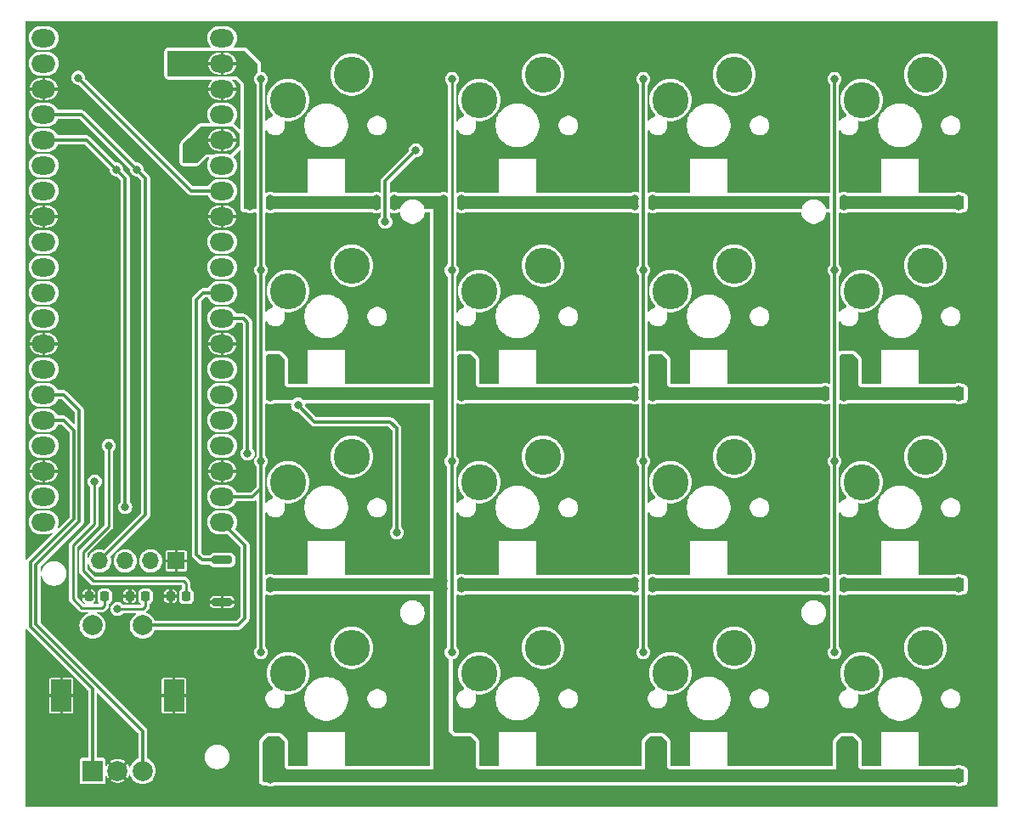
<source format=gtl>
%TF.GenerationSoftware,KiCad,Pcbnew,8.0.0*%
%TF.CreationDate,2024-03-13T16:12:56+07:00*%
%TF.ProjectId,dumbpad,64756d62-7061-4642-9e6b-696361645f70,rev?*%
%TF.SameCoordinates,Original*%
%TF.FileFunction,Copper,L1,Top*%
%TF.FilePolarity,Positive*%
%FSLAX46Y46*%
G04 Gerber Fmt 4.6, Leading zero omitted, Abs format (unit mm)*
G04 Created by KiCad (PCBNEW 8.0.0) date 2024-03-13 16:12:56*
%MOMM*%
%LPD*%
G01*
G04 APERTURE LIST*
G04 Aperture macros list*
%AMRoundRect*
0 Rectangle with rounded corners*
0 $1 Rounding radius*
0 $2 $3 $4 $5 $6 $7 $8 $9 X,Y pos of 4 corners*
0 Add a 4 corners polygon primitive as box body*
4,1,4,$2,$3,$4,$5,$6,$7,$8,$9,$2,$3,0*
0 Add four circle primitives for the rounded corners*
1,1,$1+$1,$2,$3*
1,1,$1+$1,$4,$5*
1,1,$1+$1,$6,$7*
1,1,$1+$1,$8,$9*
0 Add four rect primitives between the rounded corners*
20,1,$1+$1,$2,$3,$4,$5,0*
20,1,$1+$1,$4,$5,$6,$7,0*
20,1,$1+$1,$6,$7,$8,$9,0*
20,1,$1+$1,$8,$9,$2,$3,0*%
G04 Aperture macros list end*
%TA.AperFunction,ComponentPad*%
%ADD10O,2.400000X1.800000*%
%TD*%
%TA.AperFunction,SMDPad,CuDef*%
%ADD11RoundRect,0.200000X0.800000X-0.200000X0.800000X0.200000X-0.800000X0.200000X-0.800000X-0.200000X0*%
%TD*%
%TA.AperFunction,SMDPad,CuDef*%
%ADD12RoundRect,0.218750X-0.218750X-0.256250X0.218750X-0.256250X0.218750X0.256250X-0.218750X0.256250X0*%
%TD*%
%TA.AperFunction,ComponentPad*%
%ADD13R,2.000000X2.000000*%
%TD*%
%TA.AperFunction,ComponentPad*%
%ADD14C,2.000000*%
%TD*%
%TA.AperFunction,ComponentPad*%
%ADD15R,2.000000X3.200000*%
%TD*%
%TA.AperFunction,ComponentPad*%
%ADD16R,1.700000X1.700000*%
%TD*%
%TA.AperFunction,ComponentPad*%
%ADD17O,1.700000X1.700000*%
%TD*%
%TA.AperFunction,ComponentPad*%
%ADD18C,3.600000*%
%TD*%
%TA.AperFunction,ViaPad*%
%ADD19C,0.800000*%
%TD*%
%TA.AperFunction,Conductor*%
%ADD20C,0.300000*%
%TD*%
%TA.AperFunction,Conductor*%
%ADD21C,0.250000*%
%TD*%
G04 APERTURE END LIST*
D10*
%TO.P,M1,1,GP0*%
%TO.N,unconnected-(M1-GP0-Pad1)*%
X101844000Y-67538500D03*
%TO.P,M1,2,GP1*%
%TO.N,unconnected-(M1-GP1-Pad2)*%
X101844000Y-70078500D03*
%TO.P,M1,3,GND*%
%TO.N,GND*%
X101844000Y-72618500D03*
%TO.P,M1,4,GP2*%
%TO.N,/SDA*%
X101844000Y-75158500D03*
%TO.P,M1,5,GP3*%
%TO.N,/SCL*%
X101844000Y-77698500D03*
%TO.P,M1,6,GP4*%
%TO.N,/WP*%
X101844000Y-80238500D03*
%TO.P,M1,7,GP5*%
%TO.N,unconnected-(M1-GP5-Pad7)*%
X101844000Y-82778500D03*
%TO.P,M1,8,GND*%
%TO.N,GND*%
X101844000Y-85318500D03*
%TO.P,M1,9,GP6*%
%TO.N,unconnected-(M1-GP6-Pad9)*%
X101844000Y-87858500D03*
%TO.P,M1,10,GP7*%
%TO.N,unconnected-(M1-GP7-Pad10)*%
X101844000Y-90398500D03*
%TO.P,M1,11,GP8*%
%TO.N,unconnected-(M1-GP8-Pad11)*%
X101844000Y-92938500D03*
%TO.P,M1,12,GP9*%
%TO.N,unconnected-(M1-GP9-Pad12)*%
X101844000Y-95478500D03*
%TO.P,M1,13,GND*%
%TO.N,GND*%
X101844000Y-98018500D03*
%TO.P,M1,14,GP10*%
%TO.N,unconnected-(M1-GP10-Pad14)*%
X101844000Y-100558500D03*
%TO.P,M1,15,GP11*%
%TO.N,/ENC0_L0*%
X101844000Y-103098500D03*
%TO.P,M1,16,GP12*%
%TO.N,/ENC0_L1*%
X101844000Y-105638500D03*
%TO.P,M1,17,GP13*%
%TO.N,/LED2*%
X101844000Y-108178500D03*
%TO.P,M1,18,GND*%
%TO.N,GND*%
X101844000Y-110718500D03*
%TO.P,M1,19,GP14*%
%TO.N,/LED1*%
X101844000Y-113258500D03*
%TO.P,M1,20,GP15*%
%TO.N,/LED0*%
X101844000Y-115798500D03*
%TO.P,M1,21,GP16*%
%TO.N,/COL0*%
X119624000Y-115798500D03*
%TO.P,M1,22,GP17*%
%TO.N,/COL1*%
X119624000Y-113258500D03*
%TO.P,M1,23,GND*%
%TO.N,GND*%
X119624000Y-110718500D03*
%TO.P,M1,24,GP18*%
%TO.N,/COL2*%
X119624000Y-108178500D03*
%TO.P,M1,25,GP19*%
%TO.N,/COL3*%
X119624000Y-105638500D03*
%TO.P,M1,26,GP20*%
%TO.N,/COL4*%
X119624000Y-103098500D03*
%TO.P,M1,27,GP21*%
%TO.N,/ROW3*%
X119624000Y-100558500D03*
%TO.P,M1,28,GND*%
%TO.N,GND*%
X119624000Y-98018500D03*
%TO.P,M1,29,GP22*%
%TO.N,/ROW2*%
X119624000Y-95478500D03*
%TO.P,M1,30,RUN*%
%TO.N,/RESET*%
X119624000Y-92938500D03*
%TO.P,M1,31,ADC0/GP26*%
%TO.N,/ROW1*%
X119624000Y-90398500D03*
%TO.P,M1,32,ADC1/GP27*%
%TO.N,/ROW0*%
X119624000Y-87858500D03*
%TO.P,M1,33,GND*%
%TO.N,GND*%
X119624000Y-85318500D03*
%TO.P,M1,34,ADC2/GP28*%
%TO.N,/DLEDS*%
X119624000Y-82778500D03*
%TO.P,M1,35,ADC_VREF*%
%TO.N,unconnected-(M1-ADC_VREF-Pad35)*%
X119624000Y-80238500D03*
%TO.P,M1,36,3V3(OUT)*%
%TO.N,+3V3*%
X119624000Y-77698500D03*
%TO.P,M1,37,~{3V3_EN}*%
%TO.N,unconnected-(M1-~{3V3_EN}-Pad37)*%
X119624000Y-75158500D03*
%TO.P,M1,38,GND*%
%TO.N,GND*%
X119624000Y-72618500D03*
%TO.P,M1,39,VSYS*%
%TO.N,+5V*%
X119624000Y-70078500D03*
%TO.P,M1,40,VBUS*%
%TO.N,unconnected-(M1-VBUS-Pad40)*%
X119624000Y-67538500D03*
%TD*%
D11*
%TO.P,S17,1,1*%
%TO.N,GND*%
X119634000Y-123766000D03*
%TO.P,S17,2,2*%
%TO.N,/RESET*%
X119634000Y-119566000D03*
%TD*%
D12*
%TO.P,DL2,1,K*%
%TO.N,GND*%
X106375000Y-123190000D03*
%TO.P,DL2,2,A*%
%TO.N,Net-(DL2-A)*%
X107950000Y-123190000D03*
%TD*%
D13*
%TO.P,RE_3_1,A,A*%
%TO.N,/ENC0_L1*%
X106720000Y-140600000D03*
D14*
%TO.P,RE_3_1,B,B*%
%TO.N,/ENC0_L0*%
X111720000Y-140600000D03*
%TO.P,RE_3_1,C,C*%
%TO.N,GND*%
X109220000Y-140600000D03*
D15*
%TO.P,RE_3_1,MP,MP*%
X103620000Y-133100000D03*
X114820000Y-133100000D03*
D14*
%TO.P,RE_3_1,S1,S1*%
%TO.N,/COL0*%
X111720000Y-126100000D03*
%TO.P,RE_3_1,S2,S2*%
%TO.N,Net-(D13-K)*%
X106720000Y-126100000D03*
%TD*%
D16*
%TO.P,M2,1*%
%TO.N,GND*%
X115052000Y-119659000D03*
D17*
%TO.P,M2,2*%
%TO.N,+3V3*%
X112512000Y-119659000D03*
%TO.P,M2,3*%
%TO.N,/SCL*%
X109972000Y-119659000D03*
%TO.P,M2,4*%
%TO.N,/SDA*%
X107432000Y-119659000D03*
%TD*%
D12*
%TO.P,DL1,1,K*%
%TO.N,GND*%
X110439000Y-123190000D03*
%TO.P,DL1,2,A*%
%TO.N,Net-(DL1-A)*%
X112014000Y-123190000D03*
%TD*%
%TO.P,DL3,1,K*%
%TO.N,GND*%
X114503000Y-123190000D03*
%TO.P,DL3,2,A*%
%TO.N,Net-(DL3-A)*%
X116078000Y-123190000D03*
%TD*%
D18*
%TO.P,S1,S1,1*%
%TO.N,Net-(D1-K)*%
X132541100Y-71173600D03*
%TO.P,S1,S2,2*%
%TO.N,/COL1*%
X126191100Y-73713600D03*
%TD*%
%TO.P,S15,S1,1*%
%TO.N,Net-(D16-K)*%
X170641100Y-128323600D03*
%TO.P,S15,S2,2*%
%TO.N,/COL3*%
X164291100Y-130863600D03*
%TD*%
%TO.P,S8,S1,1*%
%TO.N,Net-(D8-K)*%
X189691100Y-90223600D03*
%TO.P,S8,S2,2*%
%TO.N,/COL4*%
X183341100Y-92763600D03*
%TD*%
%TO.P,S2,S1,1*%
%TO.N,Net-(D2-K)*%
X151591100Y-71173600D03*
%TO.P,S2,S2,2*%
%TO.N,/COL2*%
X145241100Y-73713600D03*
%TD*%
%TO.P,S4,S1,1*%
%TO.N,Net-(D4-K)*%
X189691100Y-71173600D03*
%TO.P,S4,S2,2*%
%TO.N,/COL4*%
X183341100Y-73713600D03*
%TD*%
%TO.P,S5,S1,1*%
%TO.N,Net-(D5-K)*%
X132541100Y-90223600D03*
%TO.P,S5,S2,2*%
%TO.N,/COL1*%
X126191100Y-92763600D03*
%TD*%
%TO.P,S14,S1,1*%
%TO.N,Net-(D15-K)*%
X151591100Y-128323600D03*
%TO.P,S14,S2,2*%
%TO.N,/COL2*%
X145241100Y-130863600D03*
%TD*%
%TO.P,S11,S1,1*%
%TO.N,Net-(D11-K)*%
X170641100Y-109273600D03*
%TO.P,S11,S2,2*%
%TO.N,/COL3*%
X164291100Y-111813600D03*
%TD*%
%TO.P,S7,S1,1*%
%TO.N,Net-(D7-K)*%
X170641100Y-90223600D03*
%TO.P,S7,S2,2*%
%TO.N,/COL3*%
X164291100Y-92763600D03*
%TD*%
%TO.P,S6,S1,1*%
%TO.N,Net-(D6-K)*%
X151591100Y-90223600D03*
%TO.P,S6,S2,2*%
%TO.N,/COL2*%
X145241100Y-92763600D03*
%TD*%
%TO.P,S12,S1,1*%
%TO.N,Net-(D12-K)*%
X189691100Y-109273600D03*
%TO.P,S12,S2,2*%
%TO.N,/COL4*%
X183341100Y-111813600D03*
%TD*%
%TO.P,S3,S1,1*%
%TO.N,Net-(D3-K)*%
X170641100Y-71173600D03*
%TO.P,S3,S2,2*%
%TO.N,/COL3*%
X164291100Y-73713600D03*
%TD*%
%TO.P,S13,S1,1*%
%TO.N,Net-(D14-K)*%
X132541100Y-128327200D03*
%TO.P,S13,S2,2*%
%TO.N,/COL1*%
X126191100Y-130867200D03*
%TD*%
%TO.P,S9,S1,1*%
%TO.N,Net-(D9-K)*%
X132541100Y-109273600D03*
%TO.P,S9,S2,2*%
%TO.N,/COL1*%
X126191100Y-111813600D03*
%TD*%
%TO.P,S16,S1,1*%
%TO.N,Net-(D17-K)*%
X189691100Y-128327200D03*
%TO.P,S16,S2,2*%
%TO.N,/COL4*%
X183341100Y-130867200D03*
%TD*%
%TO.P,S10,S1,1*%
%TO.N,Net-(D10-K)*%
X151591100Y-109273600D03*
%TO.P,S10,S2,2*%
%TO.N,/COL2*%
X145241100Y-111813600D03*
%TD*%
D19*
%TO.N,GND*%
X104902000Y-78994000D03*
X104902000Y-85979000D03*
X191770000Y-139133600D03*
X134620000Y-139133600D03*
X117602000Y-73279000D03*
X147701000Y-108966000D03*
X115570000Y-114935000D03*
X153670000Y-139130000D03*
X125476000Y-80580000D03*
X144526000Y-80580000D03*
X117602000Y-72263000D03*
X134620000Y-101030000D03*
X183261000Y-86868000D03*
X105283000Y-68326000D03*
X167132000Y-108966000D03*
X111633000Y-71247000D03*
X172720000Y-139130000D03*
X111633000Y-75184000D03*
X126873000Y-96139000D03*
X172720000Y-101030000D03*
X182626000Y-118680000D03*
X164211000Y-86868000D03*
X117602000Y-75311000D03*
X115570000Y-90932000D03*
X109601000Y-67818000D03*
X163576000Y-118680000D03*
X133223000Y-96139000D03*
X191770000Y-101030000D03*
X114427000Y-67818000D03*
X153670000Y-101030000D03*
X144526000Y-118680000D03*
X116459000Y-89789000D03*
X117221000Y-90932000D03*
X117348000Y-124968000D03*
X105283000Y-69723000D03*
X104902000Y-82169000D03*
X145161000Y-86868000D03*
X117602000Y-74295000D03*
X182626000Y-80580000D03*
X105283000Y-66802000D03*
X163576000Y-80580000D03*
X125222000Y-118680000D03*
%TO.N,+3V3*%
X116332000Y-79502000D03*
X116332000Y-78613000D03*
%TO.N,/ROW0*%
X138938000Y-78740000D03*
X135890000Y-85852000D03*
%TO.N,+5V*%
X143510000Y-103378000D03*
X160782000Y-121666000D03*
X193040000Y-122428000D03*
X141732000Y-83566000D03*
X160782000Y-84328000D03*
X124460000Y-140716000D03*
X143510000Y-102616000D03*
X124460000Y-102616000D03*
X124460000Y-103378000D03*
X136779000Y-84328000D03*
X163322000Y-99630000D03*
X193040000Y-121666000D03*
X162560000Y-103378000D03*
X181610000Y-122428000D03*
X162560000Y-122428000D03*
X124460000Y-122428000D03*
X160782000Y-102616000D03*
X143510000Y-84328000D03*
X181610000Y-103378000D03*
X144272000Y-137730000D03*
X182372000Y-137730000D03*
X182372000Y-99630000D03*
X124460000Y-141478000D03*
X181610000Y-102616000D03*
X141732000Y-122428000D03*
X193040000Y-84328000D03*
X160782000Y-103378000D03*
X179705000Y-121666000D03*
X193040000Y-140716000D03*
X124460000Y-83566000D03*
X162560000Y-102616000D03*
X181610000Y-83566000D03*
X160782000Y-122428000D03*
X162560000Y-121666000D03*
X179705000Y-122428000D03*
X135001000Y-84328000D03*
X135001000Y-83566000D03*
X144272000Y-99630000D03*
X162560000Y-84328000D03*
X141732000Y-84328000D03*
X143510000Y-83566000D03*
X193040000Y-83566000D03*
X136779000Y-83566000D03*
X162560000Y-83566000D03*
X124460000Y-84328000D03*
X125222000Y-137730000D03*
X114935000Y-69469000D03*
X122428000Y-84328000D03*
X163322000Y-137730000D03*
X160782000Y-83566000D03*
X141732000Y-121666000D03*
X125222000Y-99630000D03*
X114935000Y-70739000D03*
X181610000Y-84328000D03*
X193040000Y-141478000D03*
X193040000Y-103378000D03*
X141732000Y-103378000D03*
X179705000Y-103378000D03*
X124460000Y-121666000D03*
X143510000Y-122428000D03*
X122428000Y-83566000D03*
X193040000Y-102616000D03*
X141732000Y-102616000D03*
X143510000Y-121666000D03*
X179705000Y-102616000D03*
X181610000Y-121666000D03*
%TO.N,/ROW2*%
X122174000Y-108966000D03*
%TO.N,/COL4*%
X180651100Y-71628000D03*
X180651100Y-128778000D03*
X180651100Y-90678000D03*
X180651100Y-109728000D03*
%TO.N,/COL3*%
X161601100Y-90678000D03*
X161601100Y-71628000D03*
X161601100Y-128778000D03*
X161601100Y-109728000D03*
%TO.N,/COL2*%
X142551100Y-71628000D03*
X142551100Y-128778000D03*
X142551100Y-90678000D03*
X142551100Y-109728000D03*
%TO.N,/COL1*%
X123501100Y-71628000D03*
X123501100Y-90678000D03*
X123501100Y-109728000D03*
X123501100Y-128778000D03*
%TO.N,/SDA*%
X111125000Y-80645000D03*
%TO.N,/SCL*%
X109093000Y-80645000D03*
X109972000Y-114300000D03*
%TO.N,/DLEDS*%
X105283000Y-71501000D03*
%TO.N,Net-(DL1-A)*%
X109220000Y-124460000D03*
%TO.N,Net-(DL2-A)*%
X106934000Y-111760000D03*
%TO.N,Net-(DL3-A)*%
X108331000Y-108178500D03*
%TO.N,Net-(LED8-DOUT)*%
X137033000Y-116840000D03*
X127201100Y-104140000D03*
%TD*%
D20*
%TO.N,/ENC0_L1*%
X100584000Y-119761000D02*
X104902000Y-115443000D01*
X106720000Y-140600000D02*
X106720000Y-132374000D01*
X103860500Y-105638500D02*
X101844000Y-105638500D01*
X104902000Y-115443000D02*
X104902000Y-106680000D01*
X106720000Y-132374000D02*
X100584000Y-126238000D01*
X100584000Y-126238000D02*
X100584000Y-119761000D01*
X104902000Y-106680000D02*
X103860500Y-105638500D01*
%TO.N,/ENC0_L0*%
X105410000Y-115697000D02*
X101092000Y-120015000D01*
X101844000Y-103098500D02*
X103860500Y-103098500D01*
X103860500Y-103098500D02*
X105410000Y-104648000D01*
X105410000Y-104648000D02*
X105410000Y-115697000D01*
X101092000Y-120015000D02*
X101092000Y-125984000D01*
X101092000Y-125984000D02*
X111720000Y-136612000D01*
X111720000Y-136612000D02*
X111720000Y-140600000D01*
%TO.N,/RESET*%
X119634000Y-119566000D02*
X117661000Y-119566000D01*
X117661000Y-119566000D02*
X117094000Y-118999000D01*
X117094000Y-93599000D02*
X117754500Y-92938500D01*
X117094000Y-118999000D02*
X117094000Y-93599000D01*
X117754500Y-92938500D02*
X119624000Y-92938500D01*
%TO.N,/ROW0*%
X138938000Y-78740000D02*
X135890000Y-81788000D01*
X135890000Y-81788000D02*
X135890000Y-85852000D01*
%TO.N,+5V*%
X163322000Y-99630000D02*
X163322000Y-99568000D01*
X125222000Y-137733600D02*
X125222000Y-137668000D01*
X182372000Y-99630000D02*
X182372000Y-99568000D01*
X163322000Y-137730000D02*
X163322000Y-137668000D01*
X144272000Y-137730000D02*
X144272000Y-137668000D01*
X144272000Y-99630000D02*
X144272000Y-99568000D01*
X182372000Y-137733600D02*
X182372000Y-137668000D01*
%TO.N,/ROW2*%
X122174000Y-108966000D02*
X122174000Y-95885000D01*
X121767500Y-95478500D02*
X119624000Y-95478500D01*
X122174000Y-95885000D02*
X121767500Y-95478500D01*
%TO.N,/COL4*%
X180651100Y-71628000D02*
X180651100Y-90678000D01*
X180651100Y-90678000D02*
X180651100Y-109728000D01*
X180651100Y-109728000D02*
X180651100Y-128778000D01*
%TO.N,/COL3*%
X161601100Y-90735100D02*
X161601100Y-109670900D01*
X161601100Y-71628000D02*
X161601100Y-90620900D01*
X161601100Y-109670900D02*
X161601100Y-128778000D01*
D21*
%TO.N,/COL2*%
X142551100Y-71628000D02*
X142551100Y-90678000D01*
X142551100Y-109728000D02*
X142551100Y-90678000D01*
D20*
X142551100Y-109785100D02*
X142551100Y-128778000D01*
%TO.N,/COL1*%
X123501100Y-109728000D02*
X123501100Y-128778000D01*
X123501100Y-90678000D02*
X123501100Y-109728000D01*
X123501100Y-112464900D02*
X122682000Y-113284000D01*
X122682000Y-113284000D02*
X119649500Y-113284000D01*
X123501100Y-71628000D02*
X123501100Y-90678000D01*
X119649500Y-113284000D02*
X119624000Y-113258500D01*
X123501100Y-109728000D02*
X123501100Y-112464900D01*
%TO.N,/COL0*%
X121920000Y-118094500D02*
X119624000Y-115798500D01*
X111720000Y-126100000D02*
X121169000Y-126100000D01*
X121169000Y-126100000D02*
X121920000Y-125349000D01*
X121920000Y-125349000D02*
X121920000Y-118094500D01*
%TO.N,/SDA*%
X112014000Y-115077000D02*
X107432000Y-119659000D01*
X111125000Y-80645000D02*
X112014000Y-81534000D01*
X112014000Y-81534000D02*
X112014000Y-115077000D01*
X111125000Y-80645000D02*
X105638500Y-75158500D01*
X105638500Y-75158500D02*
X101844000Y-75158500D01*
%TO.N,/SCL*%
X109093000Y-80645000D02*
X109972000Y-81524000D01*
X106146500Y-77698500D02*
X101844000Y-77698500D01*
X109093000Y-80645000D02*
X106146500Y-77698500D01*
X109972000Y-81524000D02*
X109972000Y-114300000D01*
%TO.N,/DLEDS*%
X116560500Y-82778500D02*
X119624000Y-82778500D01*
X105283000Y-71501000D02*
X116560500Y-82778500D01*
D21*
%TO.N,Net-(DL1-A)*%
X111760000Y-124460000D02*
X112014000Y-124206000D01*
X109220000Y-124460000D02*
X111760000Y-124460000D01*
X112014000Y-124206000D02*
X112014000Y-123190000D01*
%TO.N,Net-(DL2-A)*%
X107696000Y-124333000D02*
X107950000Y-124079000D01*
X104775000Y-118110000D02*
X104775000Y-123444000D01*
X106934000Y-111760000D02*
X106934000Y-115951000D01*
X107950000Y-124079000D02*
X107950000Y-123190000D01*
X106934000Y-115951000D02*
X104775000Y-118110000D01*
X105664000Y-124333000D02*
X107696000Y-124333000D01*
X104775000Y-123444000D02*
X105664000Y-124333000D01*
%TO.N,Net-(DL3-A)*%
X108331000Y-116205000D02*
X105791000Y-118745000D01*
X105791000Y-120650000D02*
X106807000Y-121666000D01*
X116078000Y-121920000D02*
X116078000Y-123190000D01*
X108331000Y-108204000D02*
X108331000Y-116205000D01*
X115824000Y-121666000D02*
X116078000Y-121920000D01*
X105791000Y-118745000D02*
X105791000Y-120650000D01*
X106807000Y-121666000D02*
X115824000Y-121666000D01*
D20*
%TO.N,Net-(LED8-DOUT)*%
X137033000Y-116840000D02*
X137033000Y-106426000D01*
X128852100Y-105791000D02*
X127201100Y-104140000D01*
X136398000Y-105791000D02*
X128852100Y-105791000D01*
X137033000Y-106426000D02*
X136398000Y-105791000D01*
%TD*%
%TA.AperFunction,Conductor*%
%TO.N,+5V*%
G36*
X182516183Y-99078907D02*
G01*
X182527996Y-99088996D01*
X182978004Y-99539004D01*
X183005781Y-99593521D01*
X183007000Y-99609008D01*
X183007000Y-102108000D01*
X183896000Y-102997000D01*
X181151600Y-102997000D01*
X181151600Y-99305408D01*
X181170507Y-99247217D01*
X181180596Y-99235404D01*
X181327004Y-99088996D01*
X181381521Y-99061219D01*
X181397008Y-99060000D01*
X182457992Y-99060000D01*
X182516183Y-99078907D01*
G37*
%TD.AperFunction*%
%TD*%
%TA.AperFunction,Conductor*%
%TO.N,+5V*%
G36*
X142748000Y-137160000D02*
G01*
X144357992Y-137160000D01*
X144416183Y-137178907D01*
X144427996Y-137188996D01*
X144878004Y-137639004D01*
X144905781Y-137693521D01*
X144907000Y-137709008D01*
X144907000Y-140208000D01*
X145796000Y-141097000D01*
X142240000Y-141097000D01*
X142240000Y-136652000D01*
X142748000Y-137160000D01*
G37*
%TD.AperFunction*%
%TD*%
%TA.AperFunction,Conductor*%
%TO.N,+5V*%
G36*
X182516183Y-137178907D02*
G01*
X182527996Y-137188996D01*
X182978004Y-137639004D01*
X183005781Y-137693521D01*
X183007000Y-137709008D01*
X183007000Y-140208000D01*
X183896000Y-141097000D01*
X180848000Y-141097000D01*
X180848000Y-137709008D01*
X180866907Y-137650817D01*
X180876996Y-137639004D01*
X181327004Y-137188996D01*
X181381521Y-137161219D01*
X181397008Y-137160000D01*
X182457992Y-137160000D01*
X182516183Y-137178907D01*
G37*
%TD.AperFunction*%
%TD*%
%TA.AperFunction,Conductor*%
%TO.N,+5V*%
G36*
X163466183Y-99078907D02*
G01*
X163477996Y-99088996D01*
X163928004Y-99539004D01*
X163955781Y-99593521D01*
X163957000Y-99609008D01*
X163957000Y-102108000D01*
X164846000Y-102997000D01*
X162101600Y-102997000D01*
X162101600Y-99305408D01*
X162120507Y-99247217D01*
X162130596Y-99235404D01*
X162277004Y-99088996D01*
X162331521Y-99061219D01*
X162347008Y-99060000D01*
X163407992Y-99060000D01*
X163466183Y-99078907D01*
G37*
%TD.AperFunction*%
%TD*%
%TA.AperFunction,Conductor*%
%TO.N,+5V*%
G36*
X121892930Y-68806928D02*
G01*
X123171694Y-70085694D01*
X123190000Y-70129887D01*
X123190000Y-70962377D01*
X123171694Y-71006571D01*
X123156546Y-71017718D01*
X123100247Y-71047266D01*
X122972918Y-71160069D01*
X122972911Y-71160077D01*
X122876282Y-71300068D01*
X122815959Y-71459129D01*
X122815958Y-71459135D01*
X122795455Y-71627996D01*
X122795455Y-71628003D01*
X122815958Y-71796864D01*
X122815959Y-71796870D01*
X122876282Y-71955931D01*
X122972911Y-72095922D01*
X122972918Y-72095930D01*
X123029545Y-72146096D01*
X123050486Y-72189104D01*
X123050600Y-72192878D01*
X123050600Y-84519500D01*
X123032294Y-84563694D01*
X122988100Y-84582000D01*
X121855500Y-84582000D01*
X121811306Y-84563694D01*
X121793000Y-84519500D01*
X121793000Y-72009000D01*
X121158000Y-71374000D01*
X114235500Y-71374000D01*
X114191306Y-71355694D01*
X114173000Y-71311500D01*
X114173000Y-69928499D01*
X118234045Y-69928499D01*
X118234046Y-69928500D01*
X119146555Y-69928500D01*
X119124000Y-70012674D01*
X119124000Y-70144326D01*
X119146555Y-70228500D01*
X118234046Y-70228500D01*
X118251085Y-70336083D01*
X118304590Y-70500754D01*
X118304591Y-70500756D01*
X118383198Y-70655028D01*
X118484968Y-70795104D01*
X118607395Y-70917531D01*
X118747471Y-71019301D01*
X118901743Y-71097908D01*
X118901745Y-71097909D01*
X119066417Y-71151414D01*
X119066416Y-71151414D01*
X119237416Y-71178498D01*
X119237430Y-71178500D01*
X119474000Y-71178500D01*
X119474000Y-70555945D01*
X119558174Y-70578500D01*
X119689826Y-70578500D01*
X119774000Y-70555945D01*
X119774000Y-71178500D01*
X120010570Y-71178500D01*
X120010583Y-71178498D01*
X120181583Y-71151414D01*
X120346254Y-71097909D01*
X120346256Y-71097908D01*
X120500528Y-71019301D01*
X120640604Y-70917531D01*
X120763031Y-70795104D01*
X120864801Y-70655028D01*
X120943408Y-70500756D01*
X120943409Y-70500754D01*
X120996914Y-70336083D01*
X121013954Y-70228500D01*
X120101445Y-70228500D01*
X120124000Y-70144326D01*
X120124000Y-70012674D01*
X120101445Y-69928500D01*
X121013954Y-69928500D01*
X121013954Y-69928499D01*
X120996914Y-69820916D01*
X120943409Y-69656245D01*
X120943408Y-69656243D01*
X120864801Y-69501971D01*
X120763031Y-69361895D01*
X120640604Y-69239468D01*
X120500528Y-69137698D01*
X120346256Y-69059091D01*
X120346254Y-69059090D01*
X120181582Y-69005585D01*
X120181583Y-69005585D01*
X120010583Y-68978501D01*
X120010570Y-68978500D01*
X119774000Y-68978500D01*
X119774000Y-69601054D01*
X119689826Y-69578500D01*
X119558174Y-69578500D01*
X119474000Y-69601054D01*
X119474000Y-68978500D01*
X119237430Y-68978500D01*
X119237416Y-68978501D01*
X119066416Y-69005585D01*
X118901745Y-69059090D01*
X118901743Y-69059091D01*
X118747471Y-69137698D01*
X118607395Y-69239468D01*
X118484968Y-69361895D01*
X118383198Y-69501971D01*
X118304591Y-69656243D01*
X118304590Y-69656245D01*
X118251085Y-69820916D01*
X118234045Y-69928499D01*
X114173000Y-69928499D01*
X114173000Y-68851123D01*
X114191306Y-68806929D01*
X114235500Y-68788623D01*
X121848737Y-68788623D01*
X121892930Y-68806928D01*
G37*
%TD.AperFunction*%
%TD*%
%TA.AperFunction,Conductor*%
%TO.N,+5V*%
G36*
X125366183Y-99078907D02*
G01*
X125377996Y-99088996D01*
X125828004Y-99539004D01*
X125855781Y-99593521D01*
X125857000Y-99609008D01*
X125857000Y-102108000D01*
X126746000Y-102997000D01*
X124001600Y-102997000D01*
X124001600Y-99305408D01*
X124020507Y-99247217D01*
X124030596Y-99235404D01*
X124177004Y-99088996D01*
X124231521Y-99061219D01*
X124247008Y-99060000D01*
X125307992Y-99060000D01*
X125366183Y-99078907D01*
G37*
%TD.AperFunction*%
%TD*%
%TA.AperFunction,Conductor*%
%TO.N,+5V*%
G36*
X144416183Y-99078907D02*
G01*
X144427996Y-99088996D01*
X144878004Y-99539004D01*
X144905781Y-99593521D01*
X144907000Y-99609008D01*
X144907000Y-102108000D01*
X145796000Y-102997000D01*
X143026600Y-102997000D01*
X143026600Y-99330408D01*
X143045507Y-99272217D01*
X143055596Y-99260404D01*
X143227004Y-99088996D01*
X143281521Y-99061219D01*
X143297008Y-99060000D01*
X144357992Y-99060000D01*
X144416183Y-99078907D01*
G37*
%TD.AperFunction*%
%TD*%
%TA.AperFunction,Conductor*%
%TO.N,+5V*%
G36*
X125366183Y-137178907D02*
G01*
X125377996Y-137188996D01*
X125828004Y-137639004D01*
X125855781Y-137693521D01*
X125857000Y-137709008D01*
X125857000Y-140208000D01*
X126746000Y-141097000D01*
X123698000Y-141097000D01*
X123698000Y-137709008D01*
X123716907Y-137650817D01*
X123726996Y-137639004D01*
X124177004Y-137188996D01*
X124231521Y-137161219D01*
X124247008Y-137160000D01*
X125307992Y-137160000D01*
X125366183Y-137178907D01*
G37*
%TD.AperFunction*%
%TD*%
%TA.AperFunction,Conductor*%
%TO.N,+5V*%
G36*
X163466183Y-137178907D02*
G01*
X163477996Y-137188996D01*
X163928004Y-137639004D01*
X163955781Y-137693521D01*
X163957000Y-137709008D01*
X163957000Y-140208000D01*
X164846000Y-141097000D01*
X161798000Y-141097000D01*
X161798000Y-137709008D01*
X161816907Y-137650817D01*
X161826996Y-137639004D01*
X162277004Y-137188996D01*
X162331521Y-137161219D01*
X162347008Y-137160000D01*
X163407992Y-137160000D01*
X163466183Y-137178907D01*
G37*
%TD.AperFunction*%
%TD*%
%TA.AperFunction,Conductor*%
%TO.N,+5V*%
G36*
X142034791Y-83330907D02*
G01*
X142070755Y-83380407D01*
X142075600Y-83411000D01*
X142075600Y-90051125D01*
X142056693Y-90109316D01*
X142046604Y-90121128D01*
X141960624Y-90207108D01*
X141960620Y-90207113D01*
X141870644Y-90350308D01*
X141870644Y-90350309D01*
X141814788Y-90509934D01*
X141814785Y-90509946D01*
X141795851Y-90677995D01*
X141795851Y-90678004D01*
X141814785Y-90846053D01*
X141814788Y-90846065D01*
X141870644Y-91005690D01*
X141870644Y-91005691D01*
X141960620Y-91148886D01*
X141960623Y-91148890D01*
X142046605Y-91234872D01*
X142074381Y-91289387D01*
X142075600Y-91304874D01*
X142075600Y-109101125D01*
X142056693Y-109159316D01*
X142046604Y-109171128D01*
X141960624Y-109257108D01*
X141960620Y-109257113D01*
X141870644Y-109400308D01*
X141870644Y-109400309D01*
X141814788Y-109559934D01*
X141814785Y-109559946D01*
X141795851Y-109727995D01*
X141795851Y-109728004D01*
X141814785Y-109896053D01*
X141814788Y-109896065D01*
X141870644Y-110055690D01*
X141870644Y-110055691D01*
X141960620Y-110198886D01*
X141960623Y-110198890D01*
X142021605Y-110259872D01*
X142049381Y-110314387D01*
X142050600Y-110329874D01*
X142050600Y-128176125D01*
X142031693Y-128234316D01*
X142021604Y-128246128D01*
X141960624Y-128307108D01*
X141960620Y-128307113D01*
X141870644Y-128450308D01*
X141870644Y-128450309D01*
X141814788Y-128609934D01*
X141814785Y-128609946D01*
X141795851Y-128777995D01*
X141795851Y-128778004D01*
X141814785Y-128946053D01*
X141814788Y-128946065D01*
X141870644Y-129105690D01*
X141870644Y-129105691D01*
X141960620Y-129248886D01*
X141960623Y-129248890D01*
X142080210Y-129368477D01*
X142080213Y-129368479D01*
X142080212Y-129368479D01*
X142140789Y-129406541D01*
X142193672Y-129439770D01*
X142232883Y-129486738D01*
X142240000Y-129523595D01*
X142240000Y-141732000D01*
X140716000Y-141732000D01*
X140716000Y-83312000D01*
X141976600Y-83312000D01*
X142034791Y-83330907D01*
G37*
%TD.AperFunction*%
%TD*%
%TA.AperFunction,Conductor*%
%TO.N,+5V*%
G36*
X142050600Y-122682000D02*
G01*
X124100600Y-122682000D01*
X124042409Y-122663093D01*
X124006445Y-122613593D01*
X124001600Y-122583000D01*
X124001600Y-121511000D01*
X124020507Y-121452809D01*
X124070007Y-121416845D01*
X124100600Y-121412000D01*
X140715999Y-121412000D01*
X142050600Y-121412000D01*
X142050600Y-122682000D01*
G37*
%TD.AperFunction*%
%TA.AperFunction,Conductor*%
G36*
X161059791Y-121430907D02*
G01*
X161095755Y-121480407D01*
X161100600Y-121511000D01*
X161100600Y-122583000D01*
X161081693Y-122641191D01*
X161032193Y-122677155D01*
X161001600Y-122682000D01*
X143150600Y-122682000D01*
X143092409Y-122663093D01*
X143056445Y-122613593D01*
X143051600Y-122583000D01*
X143051600Y-121511000D01*
X143070507Y-121452809D01*
X143120007Y-121416845D01*
X143150600Y-121412000D01*
X161001600Y-121412000D01*
X161059791Y-121430907D01*
G37*
%TD.AperFunction*%
%TA.AperFunction,Conductor*%
G36*
X180109791Y-121430907D02*
G01*
X180145755Y-121480407D01*
X180150600Y-121511000D01*
X180150600Y-122583000D01*
X180131693Y-122641191D01*
X180082193Y-122677155D01*
X180051600Y-122682000D01*
X162200600Y-122682000D01*
X162142409Y-122663093D01*
X162106445Y-122613593D01*
X162101600Y-122583000D01*
X162101600Y-121511000D01*
X162120507Y-121452809D01*
X162170007Y-121416845D01*
X162200600Y-121412000D01*
X180051600Y-121412000D01*
X180109791Y-121430907D01*
G37*
%TD.AperFunction*%
%TA.AperFunction,Conductor*%
G36*
X193507191Y-121430907D02*
G01*
X193543155Y-121480407D01*
X193548000Y-121511000D01*
X193548000Y-122583000D01*
X193529093Y-122641191D01*
X193479593Y-122677155D01*
X193449000Y-122682000D01*
X181250600Y-122682000D01*
X181192409Y-122663093D01*
X181156445Y-122613593D01*
X181151600Y-122583000D01*
X181151600Y-121511000D01*
X181170507Y-121452809D01*
X181220007Y-121416845D01*
X181250600Y-121412000D01*
X193449000Y-121412000D01*
X193507191Y-121430907D01*
G37*
%TD.AperFunction*%
%TD*%
%TA.AperFunction,Conductor*%
%TO.N,+3V3*%
G36*
X119040367Y-76329358D02*
G01*
X119040486Y-76328865D01*
X119042872Y-76329436D01*
X119042882Y-76329440D01*
X119229519Y-76359000D01*
X119229521Y-76359000D01*
X120018479Y-76359000D01*
X120018481Y-76359000D01*
X120205118Y-76329440D01*
X120205130Y-76329435D01*
X120207514Y-76328865D01*
X120207632Y-76329358D01*
X120222528Y-76327000D01*
X120624112Y-76327000D01*
X120668306Y-76345306D01*
X121393694Y-77070694D01*
X121412000Y-77114888D01*
X121412000Y-78206112D01*
X121393694Y-78250306D01*
X120541306Y-79102694D01*
X120497112Y-79121000D01*
X120379487Y-79121000D01*
X120360174Y-79117941D01*
X120205118Y-79067560D01*
X120205112Y-79067559D01*
X120018494Y-79038001D01*
X120018482Y-79038000D01*
X120018481Y-79038000D01*
X119229519Y-79038000D01*
X119229517Y-79038000D01*
X119229505Y-79038001D01*
X119042887Y-79067559D01*
X119042878Y-79067561D01*
X118957906Y-79095170D01*
X118887825Y-79117941D01*
X118868513Y-79121000D01*
X117983000Y-79121000D01*
X117112306Y-79991694D01*
X117068112Y-80010000D01*
X115759500Y-80010000D01*
X115715306Y-79991694D01*
X115697000Y-79947500D01*
X115697000Y-78130888D01*
X115715306Y-78086694D01*
X116253501Y-77548499D01*
X118234045Y-77548499D01*
X118234046Y-77548500D01*
X119146555Y-77548500D01*
X119124000Y-77632674D01*
X119124000Y-77764326D01*
X119146555Y-77848500D01*
X118234046Y-77848500D01*
X118251085Y-77956083D01*
X118304590Y-78120754D01*
X118304591Y-78120756D01*
X118383198Y-78275028D01*
X118484968Y-78415104D01*
X118607395Y-78537531D01*
X118747471Y-78639301D01*
X118901743Y-78717908D01*
X118901745Y-78717909D01*
X119066417Y-78771414D01*
X119066416Y-78771414D01*
X119237416Y-78798498D01*
X119237430Y-78798500D01*
X119474000Y-78798500D01*
X119474000Y-78175945D01*
X119558174Y-78198500D01*
X119689826Y-78198500D01*
X119774000Y-78175945D01*
X119774000Y-78798500D01*
X120010570Y-78798500D01*
X120010583Y-78798498D01*
X120181583Y-78771414D01*
X120346254Y-78717909D01*
X120346256Y-78717908D01*
X120500528Y-78639301D01*
X120640604Y-78537531D01*
X120763031Y-78415104D01*
X120864801Y-78275028D01*
X120943408Y-78120756D01*
X120943409Y-78120754D01*
X120996914Y-77956083D01*
X121013954Y-77848500D01*
X120101445Y-77848500D01*
X120124000Y-77764326D01*
X120124000Y-77632674D01*
X120101445Y-77548500D01*
X121013954Y-77548500D01*
X121013954Y-77548499D01*
X120996914Y-77440916D01*
X120943409Y-77276245D01*
X120943408Y-77276243D01*
X120864801Y-77121971D01*
X120763031Y-76981895D01*
X120640604Y-76859468D01*
X120500528Y-76757698D01*
X120346256Y-76679091D01*
X120346254Y-76679090D01*
X120181582Y-76625585D01*
X120181583Y-76625585D01*
X120010583Y-76598501D01*
X120010570Y-76598500D01*
X119774000Y-76598500D01*
X119774000Y-77221054D01*
X119689826Y-77198500D01*
X119558174Y-77198500D01*
X119474000Y-77221054D01*
X119474000Y-76598500D01*
X119237430Y-76598500D01*
X119237416Y-76598501D01*
X119066416Y-76625585D01*
X118901745Y-76679090D01*
X118901743Y-76679091D01*
X118747471Y-76757698D01*
X118607395Y-76859468D01*
X118484968Y-76981895D01*
X118383198Y-77121971D01*
X118304591Y-77276243D01*
X118304590Y-77276245D01*
X118251085Y-77440916D01*
X118234045Y-77548499D01*
X116253501Y-77548499D01*
X117456694Y-76345306D01*
X117500888Y-76327000D01*
X119025472Y-76327000D01*
X119040367Y-76329358D01*
G37*
%TD.AperFunction*%
%TD*%
%TA.AperFunction,Conductor*%
%TO.N,+5V*%
G36*
X123000600Y-84483000D02*
G01*
X122981693Y-84541191D01*
X122932193Y-84577155D01*
X122901600Y-84582000D01*
X121892000Y-84582000D01*
X121833809Y-84563093D01*
X121797845Y-84513593D01*
X121793000Y-84483000D01*
X121793000Y-83312000D01*
X123000600Y-83312000D01*
X123000600Y-84483000D01*
G37*
%TD.AperFunction*%
%TA.AperFunction,Conductor*%
G36*
X135348691Y-83330907D02*
G01*
X135384655Y-83380407D01*
X135389500Y-83411000D01*
X135389500Y-84483000D01*
X135370593Y-84541191D01*
X135321093Y-84577155D01*
X135290500Y-84582000D01*
X124100600Y-84582000D01*
X124042409Y-84563093D01*
X124006445Y-84513593D01*
X124001600Y-84483000D01*
X124001600Y-83411000D01*
X124020507Y-83352809D01*
X124070007Y-83316845D01*
X124100600Y-83312000D01*
X135290500Y-83312000D01*
X135348691Y-83330907D01*
G37*
%TD.AperFunction*%
%TA.AperFunction,Conductor*%
G36*
X142034791Y-83330907D02*
G01*
X142070755Y-83380407D01*
X142075600Y-83411000D01*
X142075600Y-84582000D01*
X139858573Y-84582000D01*
X139800382Y-84563093D01*
X139764418Y-84513593D01*
X139713670Y-84357407D01*
X139713669Y-84357403D01*
X139625952Y-84185250D01*
X139625950Y-84185246D01*
X139512389Y-84028942D01*
X139512387Y-84028940D01*
X139512385Y-84028937D01*
X139375763Y-83892315D01*
X139375759Y-83892312D01*
X139375757Y-83892310D01*
X139219453Y-83778749D01*
X139219449Y-83778747D01*
X139138111Y-83737303D01*
X139047297Y-83691031D01*
X139047294Y-83691030D01*
X139047292Y-83691029D01*
X138863535Y-83631323D01*
X138672709Y-83601100D01*
X138672706Y-83601100D01*
X138479494Y-83601100D01*
X138479491Y-83601100D01*
X138288664Y-83631323D01*
X138104907Y-83691029D01*
X137932750Y-83778747D01*
X137932746Y-83778749D01*
X137776442Y-83892310D01*
X137639810Y-84028942D01*
X137526249Y-84185246D01*
X137526247Y-84185250D01*
X137438529Y-84357407D01*
X137387782Y-84513593D01*
X137351818Y-84563093D01*
X137293627Y-84582000D01*
X136489500Y-84582000D01*
X136431309Y-84563093D01*
X136395345Y-84513593D01*
X136390500Y-84483000D01*
X136390500Y-83411000D01*
X136409407Y-83352809D01*
X136458907Y-83316845D01*
X136489500Y-83312000D01*
X141976600Y-83312000D01*
X142034791Y-83330907D01*
G37*
%TD.AperFunction*%
%TA.AperFunction,Conductor*%
G36*
X161059791Y-83330907D02*
G01*
X161095755Y-83380407D01*
X161100600Y-83411000D01*
X161100600Y-84483000D01*
X161081693Y-84541191D01*
X161032193Y-84577155D01*
X161001600Y-84582000D01*
X143125600Y-84582000D01*
X143067409Y-84563093D01*
X143031445Y-84513593D01*
X143026600Y-84483000D01*
X143026600Y-83411000D01*
X143045507Y-83352809D01*
X143095007Y-83316845D01*
X143125600Y-83312000D01*
X161001600Y-83312000D01*
X161059791Y-83330907D01*
G37*
%TD.AperFunction*%
%TA.AperFunction,Conductor*%
G36*
X180109791Y-83330907D02*
G01*
X180145755Y-83380407D01*
X180150600Y-83411000D01*
X180150600Y-84483000D01*
X180131693Y-84541191D01*
X180082193Y-84577155D01*
X180051600Y-84582000D01*
X179858573Y-84582000D01*
X179800382Y-84563093D01*
X179764418Y-84513593D01*
X179713670Y-84357407D01*
X179713669Y-84357403D01*
X179625952Y-84185250D01*
X179625950Y-84185246D01*
X179512389Y-84028942D01*
X179512387Y-84028940D01*
X179512385Y-84028937D01*
X179375763Y-83892315D01*
X179375759Y-83892312D01*
X179375757Y-83892310D01*
X179219453Y-83778749D01*
X179219449Y-83778747D01*
X179138111Y-83737303D01*
X179047297Y-83691031D01*
X179047294Y-83691030D01*
X179047292Y-83691029D01*
X178863535Y-83631323D01*
X178672709Y-83601100D01*
X178672706Y-83601100D01*
X178479494Y-83601100D01*
X178479491Y-83601100D01*
X178288664Y-83631323D01*
X178104907Y-83691029D01*
X177932750Y-83778747D01*
X177932746Y-83778749D01*
X177776442Y-83892310D01*
X177639810Y-84028942D01*
X177526249Y-84185246D01*
X177526247Y-84185250D01*
X177438529Y-84357407D01*
X177387782Y-84513593D01*
X177351818Y-84563093D01*
X177293627Y-84582000D01*
X162200600Y-84582000D01*
X162142409Y-84563093D01*
X162106445Y-84513593D01*
X162101600Y-84483000D01*
X162101600Y-83411000D01*
X162120507Y-83352809D01*
X162170007Y-83316845D01*
X162200600Y-83312000D01*
X180051600Y-83312000D01*
X180109791Y-83330907D01*
G37*
%TD.AperFunction*%
%TA.AperFunction,Conductor*%
G36*
X193507191Y-83330907D02*
G01*
X193543155Y-83380407D01*
X193548000Y-83411000D01*
X193548000Y-84483000D01*
X193529093Y-84541191D01*
X193479593Y-84577155D01*
X193449000Y-84582000D01*
X181250600Y-84582000D01*
X181192409Y-84563093D01*
X181156445Y-84513593D01*
X181151600Y-84483000D01*
X181151600Y-83411000D01*
X181170507Y-83352809D01*
X181220007Y-83316845D01*
X181250600Y-83312000D01*
X193449000Y-83312000D01*
X193507191Y-83330907D01*
G37*
%TD.AperFunction*%
%TD*%
%TA.AperFunction,Conductor*%
%TO.N,GND*%
G36*
X162123872Y-103975347D02*
G01*
X162200600Y-103987500D01*
X162200613Y-103987500D01*
X162203044Y-103987692D01*
X162202973Y-103988590D01*
X162227596Y-103994659D01*
X162308418Y-104037078D01*
X162309775Y-104037790D01*
X162474944Y-104078500D01*
X162474946Y-104078500D01*
X162645054Y-104078500D01*
X162645056Y-104078500D01*
X162810225Y-104037790D01*
X162892404Y-103994659D01*
X162921449Y-103987500D01*
X179343551Y-103987500D01*
X179372596Y-103994659D01*
X179453418Y-104037078D01*
X179454775Y-104037790D01*
X179619944Y-104078500D01*
X179619946Y-104078500D01*
X179790054Y-104078500D01*
X179790056Y-104078500D01*
X179955225Y-104037790D01*
X180039594Y-103993509D01*
X180063730Y-103986545D01*
X180107207Y-103983124D01*
X180128322Y-103979780D01*
X180174836Y-103990946D01*
X180199830Y-104031732D01*
X180200600Y-104041510D01*
X180200600Y-109163121D01*
X180182294Y-109207315D01*
X180179545Y-109209903D01*
X180122918Y-109260069D01*
X180122911Y-109260077D01*
X180026282Y-109400068D01*
X179965959Y-109559129D01*
X179965958Y-109559135D01*
X179945455Y-109727996D01*
X179945455Y-109728003D01*
X179965958Y-109896864D01*
X179965959Y-109896870D01*
X180026282Y-110055931D01*
X180122911Y-110195922D01*
X180122918Y-110195930D01*
X180179545Y-110246096D01*
X180200486Y-110289104D01*
X180200600Y-110292878D01*
X180200600Y-121006921D01*
X180182294Y-121051115D01*
X180138100Y-121069421D01*
X180128326Y-121068652D01*
X180060960Y-121057982D01*
X180041697Y-121051594D01*
X179955225Y-121006210D01*
X179913932Y-120996032D01*
X179790059Y-120965500D01*
X179790056Y-120965500D01*
X179619944Y-120965500D01*
X179619940Y-120965500D01*
X179454773Y-121006210D01*
X179372596Y-121049341D01*
X179343551Y-121056500D01*
X170043200Y-121056500D01*
X169999006Y-121038194D01*
X169980700Y-120994000D01*
X169980700Y-117750366D01*
X169975274Y-117742246D01*
X169966122Y-117720151D01*
X169944549Y-117698578D01*
X169944545Y-117698575D01*
X169916359Y-117686900D01*
X169916357Y-117686900D01*
X166316357Y-117686900D01*
X166285843Y-117686900D01*
X166285840Y-117686900D01*
X166257654Y-117698575D01*
X166257650Y-117698578D01*
X166236078Y-117720150D01*
X166236076Y-117720153D01*
X166226924Y-117742248D01*
X166221500Y-117750365D01*
X166221500Y-120994000D01*
X166203194Y-121038194D01*
X166159000Y-121056500D01*
X162921449Y-121056500D01*
X162892404Y-121049341D01*
X162810226Y-121006210D01*
X162645059Y-120965500D01*
X162645056Y-120965500D01*
X162474944Y-120965500D01*
X162474940Y-120965500D01*
X162309772Y-121006210D01*
X162227529Y-121049375D01*
X162201812Y-121056256D01*
X162201824Y-121056403D01*
X162201034Y-121056465D01*
X162200960Y-121056485D01*
X162200601Y-121056499D01*
X162144995Y-121060875D01*
X162123876Y-121064220D01*
X162077362Y-121053052D01*
X162052369Y-121012265D01*
X162051600Y-121002489D01*
X162051600Y-114868130D01*
X162069906Y-114823936D01*
X162114100Y-114805630D01*
X162158294Y-114823936D01*
X162166067Y-114833407D01*
X162250513Y-114959790D01*
X162261826Y-114976720D01*
X162397980Y-115112874D01*
X162558080Y-115219850D01*
X162632998Y-115250882D01*
X162735965Y-115293533D01*
X162735969Y-115293534D01*
X162735974Y-115293536D01*
X162924825Y-115331100D01*
X163117375Y-115331100D01*
X163306226Y-115293536D01*
X163306232Y-115293533D01*
X163306234Y-115293533D01*
X163351695Y-115274702D01*
X163484120Y-115219850D01*
X163644220Y-115112874D01*
X163780374Y-114976720D01*
X163887350Y-114816620D01*
X163961036Y-114638726D01*
X163989361Y-114496325D01*
X165923600Y-114496325D01*
X165960858Y-114779323D01*
X165960858Y-114779325D01*
X166034730Y-115055019D01*
X166034734Y-115055030D01*
X166034736Y-115055036D01*
X166098719Y-115209505D01*
X166143967Y-115318746D01*
X166143968Y-115318749D01*
X166164100Y-115353618D01*
X166286690Y-115565950D01*
X166460456Y-115792406D01*
X166662294Y-115994244D01*
X166888750Y-116168010D01*
X167135950Y-116310731D01*
X167399664Y-116419964D01*
X167399672Y-116419966D01*
X167399680Y-116419969D01*
X167675375Y-116493841D01*
X167675379Y-116493842D01*
X167958379Y-116531100D01*
X167958385Y-116531100D01*
X168243815Y-116531100D01*
X168243821Y-116531100D01*
X168526821Y-116493842D01*
X168526825Y-116493841D01*
X168802519Y-116419969D01*
X168802523Y-116419967D01*
X168802536Y-116419964D01*
X169066250Y-116310731D01*
X169313450Y-116168010D01*
X169539906Y-115994244D01*
X169741744Y-115792406D01*
X169915510Y-115565950D01*
X170058231Y-115318750D01*
X170167464Y-115055036D01*
X170177810Y-115016427D01*
X170241341Y-114779325D01*
X170241341Y-114779323D01*
X170241342Y-114779321D01*
X170278600Y-114496321D01*
X170278600Y-114449875D01*
X172203600Y-114449875D01*
X172241164Y-114638726D01*
X172241166Y-114638734D01*
X172314850Y-114816620D01*
X172314851Y-114816622D01*
X172421825Y-114976719D01*
X172421826Y-114976720D01*
X172557980Y-115112874D01*
X172718080Y-115219850D01*
X172792998Y-115250882D01*
X172895965Y-115293533D01*
X172895969Y-115293534D01*
X172895974Y-115293536D01*
X173084825Y-115331100D01*
X173277375Y-115331100D01*
X173466226Y-115293536D01*
X173466232Y-115293533D01*
X173466234Y-115293533D01*
X173511695Y-115274702D01*
X173644120Y-115219850D01*
X173804220Y-115112874D01*
X173940374Y-114976720D01*
X174047350Y-114816620D01*
X174121036Y-114638726D01*
X174158600Y-114449875D01*
X174158600Y-114257325D01*
X174121036Y-114068474D01*
X174121033Y-114068466D01*
X174121033Y-114068465D01*
X174063866Y-113930453D01*
X174047350Y-113890580D01*
X173940374Y-113730480D01*
X173804220Y-113594326D01*
X173722349Y-113539621D01*
X173644122Y-113487351D01*
X173644120Y-113487350D01*
X173466234Y-113413666D01*
X173466226Y-113413664D01*
X173277375Y-113376100D01*
X173084825Y-113376100D01*
X172895973Y-113413664D01*
X172895965Y-113413666D01*
X172718079Y-113487350D01*
X172718077Y-113487351D01*
X172557980Y-113594325D01*
X172421825Y-113730480D01*
X172314851Y-113890577D01*
X172314850Y-113890579D01*
X172241166Y-114068465D01*
X172241164Y-114068473D01*
X172203600Y-114257324D01*
X172203600Y-114449875D01*
X170278600Y-114449875D01*
X170278600Y-114210879D01*
X170241342Y-113927879D01*
X170237650Y-113914099D01*
X170167469Y-113652180D01*
X170167465Y-113652169D01*
X170167464Y-113652164D01*
X170058231Y-113388450D01*
X169915510Y-113141250D01*
X169741744Y-112914794D01*
X169539906Y-112712956D01*
X169313450Y-112539190D01*
X169291364Y-112526438D01*
X169066249Y-112396468D01*
X169066246Y-112396467D01*
X168936719Y-112342816D01*
X168802536Y-112287236D01*
X168802532Y-112287235D01*
X168802530Y-112287234D01*
X168802519Y-112287230D01*
X168526824Y-112213358D01*
X168243825Y-112176100D01*
X168243821Y-112176100D01*
X167958379Y-112176100D01*
X167958374Y-112176100D01*
X167675376Y-112213358D01*
X167675374Y-112213358D01*
X167399680Y-112287230D01*
X167399669Y-112287234D01*
X167135953Y-112396467D01*
X167135950Y-112396468D01*
X166888756Y-112539186D01*
X166888753Y-112539188D01*
X166888750Y-112539190D01*
X166771322Y-112629296D01*
X166662292Y-112712957D01*
X166460457Y-112914792D01*
X166378860Y-113021131D01*
X166286690Y-113141250D01*
X166286688Y-113141253D01*
X166286686Y-113141256D01*
X166143968Y-113388450D01*
X166143967Y-113388453D01*
X166034734Y-113652169D01*
X166034730Y-113652180D01*
X165960858Y-113927874D01*
X165960858Y-113927876D01*
X165923600Y-114210874D01*
X165923600Y-114496325D01*
X163989361Y-114496325D01*
X163998600Y-114449875D01*
X163998600Y-114257325D01*
X163961036Y-114068474D01*
X163961032Y-114068465D01*
X163923680Y-113978288D01*
X163923679Y-113930453D01*
X163957504Y-113896628D01*
X163989930Y-113892452D01*
X164147422Y-113914100D01*
X164147423Y-113914100D01*
X164434777Y-113914100D01*
X164434778Y-113914100D01*
X164719458Y-113874971D01*
X164996158Y-113797444D01*
X165259725Y-113682961D01*
X165505247Y-113533655D01*
X165728153Y-113352308D01*
X165924289Y-113142298D01*
X166090001Y-112907536D01*
X166222204Y-112652397D01*
X166318434Y-112381632D01*
X166376898Y-112100286D01*
X166377744Y-112087930D01*
X166396508Y-111813604D01*
X166396508Y-111813595D01*
X166376899Y-111526922D01*
X166376898Y-111526919D01*
X166376898Y-111526914D01*
X166318434Y-111245568D01*
X166222204Y-110974803D01*
X166090001Y-110719664D01*
X165924289Y-110484902D01*
X165728153Y-110274892D01*
X165505247Y-110093545D01*
X165443394Y-110055931D01*
X165259732Y-109944242D01*
X165150670Y-109896870D01*
X164996158Y-109829756D01*
X164996156Y-109829755D01*
X164996155Y-109829755D01*
X164996153Y-109829754D01*
X164719464Y-109752230D01*
X164719454Y-109752228D01*
X164434781Y-109713100D01*
X164434778Y-109713100D01*
X164147422Y-109713100D01*
X164147418Y-109713100D01*
X163862745Y-109752228D01*
X163862735Y-109752230D01*
X163586046Y-109829754D01*
X163586044Y-109829755D01*
X163322467Y-109944242D01*
X163076955Y-110093543D01*
X162854048Y-110274890D01*
X162657912Y-110484900D01*
X162492197Y-110719666D01*
X162359994Y-110974806D01*
X162263769Y-111245559D01*
X162263766Y-111245568D01*
X162205301Y-111526919D01*
X162205300Y-111526922D01*
X162185692Y-111813595D01*
X162185692Y-111813604D01*
X162205300Y-112100277D01*
X162205301Y-112100280D01*
X162205301Y-112100284D01*
X162205302Y-112100286D01*
X162247391Y-112302832D01*
X162263766Y-112381631D01*
X162263769Y-112381640D01*
X162359994Y-112652393D01*
X162435269Y-112797668D01*
X162492199Y-112907536D01*
X162657175Y-113141256D01*
X162657912Y-113142299D01*
X162807239Y-113302189D01*
X162824026Y-113346983D01*
X162804222Y-113390526D01*
X162773757Y-113406148D01*
X162735972Y-113413664D01*
X162558079Y-113487350D01*
X162558077Y-113487351D01*
X162397980Y-113594325D01*
X162261825Y-113730480D01*
X162166067Y-113873792D01*
X162126293Y-113900368D01*
X162079377Y-113891036D01*
X162052801Y-113851262D01*
X162051600Y-113839069D01*
X162051600Y-110292878D01*
X162069906Y-110248684D01*
X162072655Y-110246096D01*
X162103805Y-110218500D01*
X162129283Y-110195929D01*
X162225918Y-110055930D01*
X162286240Y-109896872D01*
X162288353Y-109879468D01*
X162306745Y-109728003D01*
X162306745Y-109727996D01*
X162286241Y-109559135D01*
X162286240Y-109559129D01*
X162281539Y-109546734D01*
X162225918Y-109400070D01*
X162223593Y-109396701D01*
X162138625Y-109273604D01*
X168535692Y-109273604D01*
X168555300Y-109560277D01*
X168555301Y-109560280D01*
X168555301Y-109560284D01*
X168555302Y-109560286D01*
X168611298Y-109829754D01*
X168613766Y-109841631D01*
X168613769Y-109841640D01*
X168709994Y-110112393D01*
X168805257Y-110296243D01*
X168842199Y-110367536D01*
X169007911Y-110602298D01*
X169204047Y-110812308D01*
X169426953Y-110993655D01*
X169426955Y-110993656D01*
X169672467Y-111142957D01*
X169672471Y-111142959D01*
X169672475Y-111142961D01*
X169936042Y-111257444D01*
X170212742Y-111334971D01*
X170497422Y-111374100D01*
X170497423Y-111374100D01*
X170784777Y-111374100D01*
X170784778Y-111374100D01*
X171069458Y-111334971D01*
X171346158Y-111257444D01*
X171609725Y-111142961D01*
X171613355Y-111140754D01*
X171680026Y-111100210D01*
X171855247Y-110993655D01*
X172078153Y-110812308D01*
X172274289Y-110602298D01*
X172440001Y-110367536D01*
X172572204Y-110112397D01*
X172668434Y-109841632D01*
X172726898Y-109560286D01*
X172726978Y-109559129D01*
X172746508Y-109273604D01*
X172746508Y-109273595D01*
X172726899Y-108986922D01*
X172726898Y-108986919D01*
X172726898Y-108986914D01*
X172668434Y-108705568D01*
X172572204Y-108434803D01*
X172440001Y-108179664D01*
X172274289Y-107944902D01*
X172078153Y-107734892D01*
X172056973Y-107717661D01*
X171909601Y-107597765D01*
X171855247Y-107553545D01*
X171797964Y-107518710D01*
X171609732Y-107404242D01*
X171578648Y-107390740D01*
X171346158Y-107289756D01*
X171346156Y-107289755D01*
X171346155Y-107289755D01*
X171346153Y-107289754D01*
X171069464Y-107212230D01*
X171069454Y-107212228D01*
X170784781Y-107173100D01*
X170784778Y-107173100D01*
X170497422Y-107173100D01*
X170497418Y-107173100D01*
X170212745Y-107212228D01*
X170212735Y-107212230D01*
X169936046Y-107289754D01*
X169936044Y-107289755D01*
X169672467Y-107404242D01*
X169426955Y-107553543D01*
X169204048Y-107734890D01*
X169007912Y-107944900D01*
X168842197Y-108179666D01*
X168709994Y-108434806D01*
X168613769Y-108705559D01*
X168613766Y-108705568D01*
X168555301Y-108986919D01*
X168555300Y-108986922D01*
X168535692Y-109273595D01*
X168535692Y-109273604D01*
X162138625Y-109273604D01*
X162129288Y-109260077D01*
X162129281Y-109260069D01*
X162072655Y-109209903D01*
X162051714Y-109166895D01*
X162051600Y-109163121D01*
X162051600Y-104037078D01*
X162069906Y-103992884D01*
X162114100Y-103974578D01*
X162123872Y-103975347D01*
G37*
%TD.AperFunction*%
%TA.AperFunction,Conductor*%
G36*
X124023872Y-103975347D02*
G01*
X124100600Y-103987500D01*
X124100613Y-103987500D01*
X124103044Y-103987692D01*
X124102973Y-103988590D01*
X124127596Y-103994659D01*
X124208418Y-104037078D01*
X124209775Y-104037790D01*
X124374944Y-104078500D01*
X124374946Y-104078500D01*
X124545054Y-104078500D01*
X124545056Y-104078500D01*
X124710225Y-104037790D01*
X124792404Y-103994659D01*
X124821449Y-103987500D01*
X126443424Y-103987500D01*
X126487618Y-104005806D01*
X126505924Y-104050000D01*
X126505468Y-104057534D01*
X126495455Y-104139997D01*
X126495455Y-104140003D01*
X126515958Y-104308864D01*
X126515959Y-104308870D01*
X126576282Y-104467931D01*
X126672911Y-104607922D01*
X126672916Y-104607928D01*
X126672917Y-104607929D01*
X126800248Y-104720734D01*
X126950875Y-104799790D01*
X127116044Y-104840500D01*
X127238609Y-104840500D01*
X127282802Y-104858805D01*
X128575486Y-106151490D01*
X128678214Y-106210799D01*
X128792791Y-106241500D01*
X136185509Y-106241500D01*
X136229703Y-106259806D01*
X136564194Y-106594297D01*
X136582500Y-106638491D01*
X136582500Y-116275121D01*
X136564194Y-116319315D01*
X136561445Y-116321903D01*
X136504818Y-116372069D01*
X136504811Y-116372077D01*
X136408182Y-116512068D01*
X136347859Y-116671129D01*
X136347858Y-116671135D01*
X136327355Y-116839996D01*
X136327355Y-116840003D01*
X136347858Y-117008864D01*
X136347859Y-117008870D01*
X136408182Y-117167931D01*
X136504811Y-117307922D01*
X136504816Y-117307928D01*
X136504817Y-117307929D01*
X136632148Y-117420734D01*
X136782775Y-117499790D01*
X136947944Y-117540500D01*
X136947946Y-117540500D01*
X137118054Y-117540500D01*
X137118056Y-117540500D01*
X137283225Y-117499790D01*
X137433852Y-117420734D01*
X137561183Y-117307929D01*
X137657818Y-117167930D01*
X137718140Y-117008872D01*
X137719409Y-116998421D01*
X137738645Y-116840003D01*
X137738645Y-116839996D01*
X137718141Y-116671135D01*
X137718140Y-116671129D01*
X137665034Y-116531099D01*
X137657818Y-116512070D01*
X137657817Y-116512068D01*
X137561188Y-116372077D01*
X137561181Y-116372069D01*
X137504555Y-116321903D01*
X137483614Y-116278895D01*
X137483500Y-116275121D01*
X137483500Y-106366692D01*
X137483498Y-106366684D01*
X137456975Y-106267701D01*
X137452799Y-106252114D01*
X137452797Y-106252110D01*
X137446671Y-106241499D01*
X137446671Y-106241500D01*
X137393490Y-106149386D01*
X137163716Y-105919612D01*
X136674619Y-105430515D01*
X136674610Y-105430508D01*
X136571892Y-105371203D01*
X136571888Y-105371201D01*
X136565400Y-105369462D01*
X136547673Y-105364713D01*
X136529600Y-105359870D01*
X136457313Y-105340500D01*
X136457309Y-105340500D01*
X129064592Y-105340500D01*
X129020398Y-105322194D01*
X127920841Y-104222638D01*
X127902535Y-104178444D01*
X127902990Y-104170920D01*
X127906745Y-104140000D01*
X127899344Y-104079049D01*
X127896732Y-104057534D01*
X127909577Y-104011455D01*
X127951242Y-103987956D01*
X127958776Y-103987500D01*
X140298000Y-103987500D01*
X140342194Y-104005806D01*
X140360500Y-104050000D01*
X140360500Y-120994000D01*
X140342194Y-121038194D01*
X140298000Y-121056500D01*
X131943200Y-121056500D01*
X131899006Y-121038194D01*
X131880700Y-120994000D01*
X131880700Y-117750366D01*
X131875274Y-117742246D01*
X131866122Y-117720151D01*
X131844549Y-117698578D01*
X131844545Y-117698575D01*
X131816359Y-117686900D01*
X131816357Y-117686900D01*
X128216357Y-117686900D01*
X128185843Y-117686900D01*
X128185840Y-117686900D01*
X128157654Y-117698575D01*
X128157650Y-117698578D01*
X128136078Y-117720150D01*
X128136076Y-117720153D01*
X128126924Y-117742248D01*
X128121500Y-117750365D01*
X128121500Y-120994000D01*
X128103194Y-121038194D01*
X128059000Y-121056500D01*
X124821449Y-121056500D01*
X124792404Y-121049341D01*
X124710226Y-121006210D01*
X124545059Y-120965500D01*
X124545056Y-120965500D01*
X124374944Y-120965500D01*
X124374940Y-120965500D01*
X124209772Y-121006210D01*
X124127529Y-121049375D01*
X124101812Y-121056256D01*
X124101824Y-121056403D01*
X124101034Y-121056465D01*
X124100960Y-121056485D01*
X124100601Y-121056499D01*
X124044995Y-121060875D01*
X124023876Y-121064220D01*
X123977362Y-121053052D01*
X123952369Y-121012265D01*
X123951600Y-121002489D01*
X123951600Y-114868130D01*
X123969906Y-114823936D01*
X124014100Y-114805630D01*
X124058294Y-114823936D01*
X124066067Y-114833407D01*
X124150513Y-114959790D01*
X124161826Y-114976720D01*
X124297980Y-115112874D01*
X124458080Y-115219850D01*
X124532998Y-115250882D01*
X124635965Y-115293533D01*
X124635969Y-115293534D01*
X124635974Y-115293536D01*
X124824825Y-115331100D01*
X125017375Y-115331100D01*
X125206226Y-115293536D01*
X125206232Y-115293533D01*
X125206234Y-115293533D01*
X125251695Y-115274702D01*
X125384120Y-115219850D01*
X125544220Y-115112874D01*
X125680374Y-114976720D01*
X125787350Y-114816620D01*
X125861036Y-114638726D01*
X125889361Y-114496325D01*
X127823600Y-114496325D01*
X127860858Y-114779323D01*
X127860858Y-114779325D01*
X127934730Y-115055019D01*
X127934734Y-115055030D01*
X127934736Y-115055036D01*
X127998719Y-115209505D01*
X128043967Y-115318746D01*
X128043968Y-115318749D01*
X128064100Y-115353618D01*
X128186690Y-115565950D01*
X128360456Y-115792406D01*
X128562294Y-115994244D01*
X128788750Y-116168010D01*
X129035950Y-116310731D01*
X129299664Y-116419964D01*
X129299672Y-116419966D01*
X129299680Y-116419969D01*
X129575375Y-116493841D01*
X129575379Y-116493842D01*
X129858379Y-116531100D01*
X129858385Y-116531100D01*
X130143815Y-116531100D01*
X130143821Y-116531100D01*
X130426821Y-116493842D01*
X130426825Y-116493841D01*
X130702519Y-116419969D01*
X130702523Y-116419967D01*
X130702536Y-116419964D01*
X130966250Y-116310731D01*
X131213450Y-116168010D01*
X131439906Y-115994244D01*
X131641744Y-115792406D01*
X131815510Y-115565950D01*
X131958231Y-115318750D01*
X132067464Y-115055036D01*
X132077810Y-115016427D01*
X132141341Y-114779325D01*
X132141341Y-114779323D01*
X132141342Y-114779321D01*
X132178600Y-114496321D01*
X132178600Y-114449875D01*
X134103600Y-114449875D01*
X134141164Y-114638726D01*
X134141166Y-114638734D01*
X134214850Y-114816620D01*
X134214851Y-114816622D01*
X134321825Y-114976719D01*
X134321826Y-114976720D01*
X134457980Y-115112874D01*
X134618080Y-115219850D01*
X134692998Y-115250882D01*
X134795965Y-115293533D01*
X134795969Y-115293534D01*
X134795974Y-115293536D01*
X134984825Y-115331100D01*
X135177375Y-115331100D01*
X135366226Y-115293536D01*
X135366232Y-115293533D01*
X135366234Y-115293533D01*
X135411695Y-115274702D01*
X135544120Y-115219850D01*
X135704220Y-115112874D01*
X135840374Y-114976720D01*
X135947350Y-114816620D01*
X136021036Y-114638726D01*
X136058600Y-114449875D01*
X136058600Y-114257325D01*
X136021036Y-114068474D01*
X136021033Y-114068466D01*
X136021033Y-114068465D01*
X135963866Y-113930453D01*
X135947350Y-113890580D01*
X135840374Y-113730480D01*
X135704220Y-113594326D01*
X135622349Y-113539621D01*
X135544122Y-113487351D01*
X135544120Y-113487350D01*
X135366234Y-113413666D01*
X135366226Y-113413664D01*
X135177375Y-113376100D01*
X134984825Y-113376100D01*
X134795973Y-113413664D01*
X134795965Y-113413666D01*
X134618079Y-113487350D01*
X134618077Y-113487351D01*
X134457980Y-113594325D01*
X134321825Y-113730480D01*
X134214851Y-113890577D01*
X134214850Y-113890579D01*
X134141166Y-114068465D01*
X134141164Y-114068473D01*
X134103600Y-114257324D01*
X134103600Y-114449875D01*
X132178600Y-114449875D01*
X132178600Y-114210879D01*
X132141342Y-113927879D01*
X132137650Y-113914099D01*
X132067469Y-113652180D01*
X132067465Y-113652169D01*
X132067464Y-113652164D01*
X131958231Y-113388450D01*
X131815510Y-113141250D01*
X131641744Y-112914794D01*
X131439906Y-112712956D01*
X131213450Y-112539190D01*
X131191364Y-112526438D01*
X130966249Y-112396468D01*
X130966246Y-112396467D01*
X130836719Y-112342816D01*
X130702536Y-112287236D01*
X130702532Y-112287235D01*
X130702530Y-112287234D01*
X130702519Y-112287230D01*
X130426824Y-112213358D01*
X130143825Y-112176100D01*
X130143821Y-112176100D01*
X129858379Y-112176100D01*
X129858374Y-112176100D01*
X129575376Y-112213358D01*
X129575374Y-112213358D01*
X129299680Y-112287230D01*
X129299669Y-112287234D01*
X129035953Y-112396467D01*
X129035950Y-112396468D01*
X128788756Y-112539186D01*
X128788753Y-112539188D01*
X128788750Y-112539190D01*
X128671322Y-112629296D01*
X128562292Y-112712957D01*
X128360457Y-112914792D01*
X128278860Y-113021131D01*
X128186690Y-113141250D01*
X128186688Y-113141253D01*
X128186686Y-113141256D01*
X128043968Y-113388450D01*
X128043967Y-113388453D01*
X127934734Y-113652169D01*
X127934730Y-113652180D01*
X127860858Y-113927874D01*
X127860858Y-113927876D01*
X127823600Y-114210874D01*
X127823600Y-114496325D01*
X125889361Y-114496325D01*
X125898600Y-114449875D01*
X125898600Y-114257325D01*
X125861036Y-114068474D01*
X125861032Y-114068465D01*
X125823680Y-113978288D01*
X125823679Y-113930453D01*
X125857504Y-113896628D01*
X125889930Y-113892452D01*
X126047422Y-113914100D01*
X126047423Y-113914100D01*
X126334777Y-113914100D01*
X126334778Y-113914100D01*
X126619458Y-113874971D01*
X126896158Y-113797444D01*
X127159725Y-113682961D01*
X127405247Y-113533655D01*
X127628153Y-113352308D01*
X127824289Y-113142298D01*
X127990001Y-112907536D01*
X128122204Y-112652397D01*
X128218434Y-112381632D01*
X128276898Y-112100286D01*
X128277744Y-112087930D01*
X128296508Y-111813604D01*
X128296508Y-111813595D01*
X128276899Y-111526922D01*
X128276898Y-111526919D01*
X128276898Y-111526914D01*
X128218434Y-111245568D01*
X128122204Y-110974803D01*
X127990001Y-110719664D01*
X127824289Y-110484902D01*
X127628153Y-110274892D01*
X127405247Y-110093545D01*
X127343394Y-110055931D01*
X127159732Y-109944242D01*
X127050670Y-109896870D01*
X126896158Y-109829756D01*
X126896156Y-109829755D01*
X126896155Y-109829755D01*
X126896153Y-109829754D01*
X126619464Y-109752230D01*
X126619454Y-109752228D01*
X126334781Y-109713100D01*
X126334778Y-109713100D01*
X126047422Y-109713100D01*
X126047418Y-109713100D01*
X125762745Y-109752228D01*
X125762735Y-109752230D01*
X125486046Y-109829754D01*
X125486044Y-109829755D01*
X125222467Y-109944242D01*
X124976955Y-110093543D01*
X124754048Y-110274890D01*
X124557912Y-110484900D01*
X124392197Y-110719666D01*
X124259994Y-110974806D01*
X124163769Y-111245559D01*
X124163766Y-111245568D01*
X124105301Y-111526919D01*
X124105300Y-111526922D01*
X124085692Y-111813595D01*
X124085692Y-111813604D01*
X124105300Y-112100277D01*
X124105301Y-112100280D01*
X124105301Y-112100284D01*
X124105302Y-112100286D01*
X124147391Y-112302832D01*
X124163766Y-112381631D01*
X124163769Y-112381640D01*
X124259994Y-112652393D01*
X124335269Y-112797668D01*
X124392199Y-112907536D01*
X124557175Y-113141256D01*
X124557912Y-113142299D01*
X124707239Y-113302189D01*
X124724026Y-113346983D01*
X124704222Y-113390526D01*
X124673757Y-113406148D01*
X124635972Y-113413664D01*
X124458079Y-113487350D01*
X124458077Y-113487351D01*
X124297980Y-113594325D01*
X124161825Y-113730480D01*
X124066067Y-113873792D01*
X124026293Y-113900368D01*
X123979377Y-113891036D01*
X123952801Y-113851262D01*
X123951600Y-113839069D01*
X123951600Y-110292878D01*
X123969906Y-110248684D01*
X123972655Y-110246096D01*
X124003805Y-110218500D01*
X124029283Y-110195929D01*
X124125918Y-110055930D01*
X124186240Y-109896872D01*
X124188353Y-109879468D01*
X124206745Y-109728003D01*
X124206745Y-109727996D01*
X124186241Y-109559135D01*
X124186240Y-109559129D01*
X124181539Y-109546734D01*
X124125918Y-109400070D01*
X124123593Y-109396701D01*
X124038625Y-109273604D01*
X130435692Y-109273604D01*
X130455300Y-109560277D01*
X130455301Y-109560280D01*
X130455301Y-109560284D01*
X130455302Y-109560286D01*
X130511298Y-109829754D01*
X130513766Y-109841631D01*
X130513769Y-109841640D01*
X130609994Y-110112393D01*
X130705257Y-110296243D01*
X130742199Y-110367536D01*
X130907911Y-110602298D01*
X131104047Y-110812308D01*
X131326953Y-110993655D01*
X131326955Y-110993656D01*
X131572467Y-111142957D01*
X131572471Y-111142959D01*
X131572475Y-111142961D01*
X131836042Y-111257444D01*
X132112742Y-111334971D01*
X132397422Y-111374100D01*
X132397423Y-111374100D01*
X132684777Y-111374100D01*
X132684778Y-111374100D01*
X132969458Y-111334971D01*
X133246158Y-111257444D01*
X133509725Y-111142961D01*
X133513355Y-111140754D01*
X133580026Y-111100210D01*
X133755247Y-110993655D01*
X133978153Y-110812308D01*
X134174289Y-110602298D01*
X134340001Y-110367536D01*
X134472204Y-110112397D01*
X134568434Y-109841632D01*
X134626898Y-109560286D01*
X134626978Y-109559129D01*
X134646508Y-109273604D01*
X134646508Y-109273595D01*
X134626899Y-108986922D01*
X134626898Y-108986919D01*
X134626898Y-108986914D01*
X134568434Y-108705568D01*
X134472204Y-108434803D01*
X134340001Y-108179664D01*
X134174289Y-107944902D01*
X133978153Y-107734892D01*
X133956973Y-107717661D01*
X133809601Y-107597765D01*
X133755247Y-107553545D01*
X133697964Y-107518710D01*
X133509732Y-107404242D01*
X133478648Y-107390740D01*
X133246158Y-107289756D01*
X133246156Y-107289755D01*
X133246155Y-107289755D01*
X133246153Y-107289754D01*
X132969464Y-107212230D01*
X132969454Y-107212228D01*
X132684781Y-107173100D01*
X132684778Y-107173100D01*
X132397422Y-107173100D01*
X132397418Y-107173100D01*
X132112745Y-107212228D01*
X132112735Y-107212230D01*
X131836046Y-107289754D01*
X131836044Y-107289755D01*
X131572467Y-107404242D01*
X131326955Y-107553543D01*
X131104048Y-107734890D01*
X130907912Y-107944900D01*
X130742197Y-108179666D01*
X130609994Y-108434806D01*
X130513769Y-108705559D01*
X130513766Y-108705568D01*
X130455301Y-108986919D01*
X130455300Y-108986922D01*
X130435692Y-109273595D01*
X130435692Y-109273604D01*
X124038625Y-109273604D01*
X124029288Y-109260077D01*
X124029281Y-109260069D01*
X123972655Y-109209903D01*
X123951714Y-109166895D01*
X123951600Y-109163121D01*
X123951600Y-104037078D01*
X123969906Y-103992884D01*
X124014100Y-103974578D01*
X124023872Y-103975347D01*
G37*
%TD.AperFunction*%
%TA.AperFunction,Conductor*%
G36*
X143048872Y-103975347D02*
G01*
X143125600Y-103987500D01*
X143148551Y-103987500D01*
X143177596Y-103994659D01*
X143258418Y-104037078D01*
X143259775Y-104037790D01*
X143424944Y-104078500D01*
X143424946Y-104078500D01*
X143595054Y-104078500D01*
X143595056Y-104078500D01*
X143760225Y-104037790D01*
X143842404Y-103994659D01*
X143871449Y-103987500D01*
X160420551Y-103987500D01*
X160449596Y-103994659D01*
X160530418Y-104037078D01*
X160531775Y-104037790D01*
X160696944Y-104078500D01*
X160696946Y-104078500D01*
X160867054Y-104078500D01*
X160867056Y-104078500D01*
X161032225Y-104037790D01*
X161032225Y-104037789D01*
X161032228Y-104037789D01*
X161059054Y-104023709D01*
X161106693Y-104019379D01*
X161143440Y-104050003D01*
X161150600Y-104079049D01*
X161150600Y-109163121D01*
X161132294Y-109207315D01*
X161129545Y-109209903D01*
X161072918Y-109260069D01*
X161072911Y-109260077D01*
X160976282Y-109400068D01*
X160915959Y-109559129D01*
X160915958Y-109559135D01*
X160895455Y-109727996D01*
X160895455Y-109728003D01*
X160915958Y-109896864D01*
X160915959Y-109896870D01*
X160976282Y-110055931D01*
X161072911Y-110195922D01*
X161072918Y-110195930D01*
X161129545Y-110246096D01*
X161150486Y-110289104D01*
X161150600Y-110292878D01*
X161150600Y-120964950D01*
X161132294Y-121009144D01*
X161088100Y-121027450D01*
X161059055Y-121020291D01*
X161032226Y-121006210D01*
X160867059Y-120965500D01*
X160867056Y-120965500D01*
X160696944Y-120965500D01*
X160696940Y-120965500D01*
X160531773Y-121006210D01*
X160449596Y-121049341D01*
X160420551Y-121056500D01*
X150993200Y-121056500D01*
X150949006Y-121038194D01*
X150930700Y-120994000D01*
X150930700Y-117750366D01*
X150925274Y-117742246D01*
X150916122Y-117720151D01*
X150894549Y-117698578D01*
X150894545Y-117698575D01*
X150866359Y-117686900D01*
X150866357Y-117686900D01*
X147266357Y-117686900D01*
X147235843Y-117686900D01*
X147235840Y-117686900D01*
X147207654Y-117698575D01*
X147207650Y-117698578D01*
X147186078Y-117720150D01*
X147186076Y-117720153D01*
X147176924Y-117742248D01*
X147171500Y-117750365D01*
X147171500Y-120994000D01*
X147153194Y-121038194D01*
X147109000Y-121056500D01*
X143871449Y-121056500D01*
X143842404Y-121049341D01*
X143760226Y-121006210D01*
X143595059Y-120965500D01*
X143595056Y-120965500D01*
X143424944Y-120965500D01*
X143424940Y-120965500D01*
X143259772Y-121006210D01*
X143177529Y-121049375D01*
X143151812Y-121056256D01*
X143151824Y-121056403D01*
X143151034Y-121056465D01*
X143150960Y-121056485D01*
X143150601Y-121056499D01*
X143094995Y-121060875D01*
X143073876Y-121064220D01*
X143027362Y-121053052D01*
X143002369Y-121012265D01*
X143001600Y-121002489D01*
X143001600Y-114868130D01*
X143019906Y-114823936D01*
X143064100Y-114805630D01*
X143108294Y-114823936D01*
X143116067Y-114833407D01*
X143200513Y-114959790D01*
X143211826Y-114976720D01*
X143347980Y-115112874D01*
X143508080Y-115219850D01*
X143582998Y-115250882D01*
X143685965Y-115293533D01*
X143685969Y-115293534D01*
X143685974Y-115293536D01*
X143874825Y-115331100D01*
X144067375Y-115331100D01*
X144256226Y-115293536D01*
X144256232Y-115293533D01*
X144256234Y-115293533D01*
X144301695Y-115274702D01*
X144434120Y-115219850D01*
X144594220Y-115112874D01*
X144730374Y-114976720D01*
X144837350Y-114816620D01*
X144911036Y-114638726D01*
X144939361Y-114496325D01*
X146873600Y-114496325D01*
X146910858Y-114779323D01*
X146910858Y-114779325D01*
X146984730Y-115055019D01*
X146984734Y-115055030D01*
X146984736Y-115055036D01*
X147048719Y-115209505D01*
X147093967Y-115318746D01*
X147093968Y-115318749D01*
X147114100Y-115353618D01*
X147236690Y-115565950D01*
X147410456Y-115792406D01*
X147612294Y-115994244D01*
X147838750Y-116168010D01*
X148085950Y-116310731D01*
X148349664Y-116419964D01*
X148349672Y-116419966D01*
X148349680Y-116419969D01*
X148625375Y-116493841D01*
X148625379Y-116493842D01*
X148908379Y-116531100D01*
X148908385Y-116531100D01*
X149193815Y-116531100D01*
X149193821Y-116531100D01*
X149476821Y-116493842D01*
X149476825Y-116493841D01*
X149752519Y-116419969D01*
X149752523Y-116419967D01*
X149752536Y-116419964D01*
X150016250Y-116310731D01*
X150263450Y-116168010D01*
X150489906Y-115994244D01*
X150691744Y-115792406D01*
X150865510Y-115565950D01*
X151008231Y-115318750D01*
X151117464Y-115055036D01*
X151127810Y-115016427D01*
X151191341Y-114779325D01*
X151191341Y-114779323D01*
X151191342Y-114779321D01*
X151228600Y-114496321D01*
X151228600Y-114449875D01*
X153153600Y-114449875D01*
X153191164Y-114638726D01*
X153191166Y-114638734D01*
X153264850Y-114816620D01*
X153264851Y-114816622D01*
X153371825Y-114976719D01*
X153371826Y-114976720D01*
X153507980Y-115112874D01*
X153668080Y-115219850D01*
X153742998Y-115250882D01*
X153845965Y-115293533D01*
X153845969Y-115293534D01*
X153845974Y-115293536D01*
X154034825Y-115331100D01*
X154227375Y-115331100D01*
X154416226Y-115293536D01*
X154416232Y-115293533D01*
X154416234Y-115293533D01*
X154461695Y-115274702D01*
X154594120Y-115219850D01*
X154754220Y-115112874D01*
X154890374Y-114976720D01*
X154997350Y-114816620D01*
X155071036Y-114638726D01*
X155108600Y-114449875D01*
X155108600Y-114257325D01*
X155071036Y-114068474D01*
X155071033Y-114068466D01*
X155071033Y-114068465D01*
X155013866Y-113930453D01*
X154997350Y-113890580D01*
X154890374Y-113730480D01*
X154754220Y-113594326D01*
X154672349Y-113539621D01*
X154594122Y-113487351D01*
X154594120Y-113487350D01*
X154416234Y-113413666D01*
X154416226Y-113413664D01*
X154227375Y-113376100D01*
X154034825Y-113376100D01*
X153845973Y-113413664D01*
X153845965Y-113413666D01*
X153668079Y-113487350D01*
X153668077Y-113487351D01*
X153507980Y-113594325D01*
X153371825Y-113730480D01*
X153264851Y-113890577D01*
X153264850Y-113890579D01*
X153191166Y-114068465D01*
X153191164Y-114068473D01*
X153153600Y-114257324D01*
X153153600Y-114449875D01*
X151228600Y-114449875D01*
X151228600Y-114210879D01*
X151191342Y-113927879D01*
X151187650Y-113914099D01*
X151117469Y-113652180D01*
X151117465Y-113652169D01*
X151117464Y-113652164D01*
X151008231Y-113388450D01*
X150865510Y-113141250D01*
X150691744Y-112914794D01*
X150489906Y-112712956D01*
X150263450Y-112539190D01*
X150241364Y-112526438D01*
X150016249Y-112396468D01*
X150016246Y-112396467D01*
X149886719Y-112342816D01*
X149752536Y-112287236D01*
X149752532Y-112287235D01*
X149752530Y-112287234D01*
X149752519Y-112287230D01*
X149476824Y-112213358D01*
X149193825Y-112176100D01*
X149193821Y-112176100D01*
X148908379Y-112176100D01*
X148908374Y-112176100D01*
X148625376Y-112213358D01*
X148625374Y-112213358D01*
X148349680Y-112287230D01*
X148349669Y-112287234D01*
X148085953Y-112396467D01*
X148085950Y-112396468D01*
X147838756Y-112539186D01*
X147838753Y-112539188D01*
X147838750Y-112539190D01*
X147721322Y-112629296D01*
X147612292Y-112712957D01*
X147410457Y-112914792D01*
X147328860Y-113021131D01*
X147236690Y-113141250D01*
X147236688Y-113141253D01*
X147236686Y-113141256D01*
X147093968Y-113388450D01*
X147093967Y-113388453D01*
X146984734Y-113652169D01*
X146984730Y-113652180D01*
X146910858Y-113927874D01*
X146910858Y-113927876D01*
X146873600Y-114210874D01*
X146873600Y-114496325D01*
X144939361Y-114496325D01*
X144948600Y-114449875D01*
X144948600Y-114257325D01*
X144911036Y-114068474D01*
X144911032Y-114068465D01*
X144873680Y-113978288D01*
X144873679Y-113930453D01*
X144907504Y-113896628D01*
X144939930Y-113892452D01*
X145097422Y-113914100D01*
X145097423Y-113914100D01*
X145384777Y-113914100D01*
X145384778Y-113914100D01*
X145669458Y-113874971D01*
X145946158Y-113797444D01*
X146209725Y-113682961D01*
X146455247Y-113533655D01*
X146678153Y-113352308D01*
X146874289Y-113142298D01*
X147040001Y-112907536D01*
X147172204Y-112652397D01*
X147268434Y-112381632D01*
X147326898Y-112100286D01*
X147327744Y-112087930D01*
X147346508Y-111813604D01*
X147346508Y-111813595D01*
X147326899Y-111526922D01*
X147326898Y-111526919D01*
X147326898Y-111526914D01*
X147268434Y-111245568D01*
X147172204Y-110974803D01*
X147040001Y-110719664D01*
X146874289Y-110484902D01*
X146678153Y-110274892D01*
X146455247Y-110093545D01*
X146393394Y-110055931D01*
X146209732Y-109944242D01*
X146100670Y-109896870D01*
X145946158Y-109829756D01*
X145946156Y-109829755D01*
X145946155Y-109829755D01*
X145946153Y-109829754D01*
X145669464Y-109752230D01*
X145669454Y-109752228D01*
X145384781Y-109713100D01*
X145384778Y-109713100D01*
X145097422Y-109713100D01*
X145097418Y-109713100D01*
X144812745Y-109752228D01*
X144812735Y-109752230D01*
X144536046Y-109829754D01*
X144536044Y-109829755D01*
X144272467Y-109944242D01*
X144026955Y-110093543D01*
X143804048Y-110274890D01*
X143607912Y-110484900D01*
X143442197Y-110719666D01*
X143309994Y-110974806D01*
X143213769Y-111245559D01*
X143213766Y-111245568D01*
X143155301Y-111526919D01*
X143155300Y-111526922D01*
X143135692Y-111813595D01*
X143135692Y-111813604D01*
X143155300Y-112100277D01*
X143155301Y-112100280D01*
X143155301Y-112100284D01*
X143155302Y-112100286D01*
X143197391Y-112302832D01*
X143213766Y-112381631D01*
X143213769Y-112381640D01*
X143309994Y-112652393D01*
X143385269Y-112797668D01*
X143442199Y-112907536D01*
X143607175Y-113141256D01*
X143607912Y-113142299D01*
X143757239Y-113302189D01*
X143774026Y-113346983D01*
X143754222Y-113390526D01*
X143723757Y-113406148D01*
X143685972Y-113413664D01*
X143508079Y-113487350D01*
X143508077Y-113487351D01*
X143347980Y-113594325D01*
X143211825Y-113730480D01*
X143116067Y-113873792D01*
X143076293Y-113900368D01*
X143029377Y-113891036D01*
X143002801Y-113851262D01*
X143001600Y-113839069D01*
X143001600Y-110292878D01*
X143019906Y-110248684D01*
X143022655Y-110246096D01*
X143053805Y-110218500D01*
X143079283Y-110195929D01*
X143175918Y-110055930D01*
X143236240Y-109896872D01*
X143238353Y-109879468D01*
X143256745Y-109728003D01*
X143256745Y-109727996D01*
X143236241Y-109559135D01*
X143236240Y-109559129D01*
X143231539Y-109546734D01*
X143175918Y-109400070D01*
X143173593Y-109396701D01*
X143088625Y-109273604D01*
X149485692Y-109273604D01*
X149505300Y-109560277D01*
X149505301Y-109560280D01*
X149505301Y-109560284D01*
X149505302Y-109560286D01*
X149561298Y-109829754D01*
X149563766Y-109841631D01*
X149563769Y-109841640D01*
X149659994Y-110112393D01*
X149755257Y-110296243D01*
X149792199Y-110367536D01*
X149957911Y-110602298D01*
X150154047Y-110812308D01*
X150376953Y-110993655D01*
X150376955Y-110993656D01*
X150622467Y-111142957D01*
X150622471Y-111142959D01*
X150622475Y-111142961D01*
X150886042Y-111257444D01*
X151162742Y-111334971D01*
X151447422Y-111374100D01*
X151447423Y-111374100D01*
X151734777Y-111374100D01*
X151734778Y-111374100D01*
X152019458Y-111334971D01*
X152296158Y-111257444D01*
X152559725Y-111142961D01*
X152563355Y-111140754D01*
X152630026Y-111100210D01*
X152805247Y-110993655D01*
X153028153Y-110812308D01*
X153224289Y-110602298D01*
X153390001Y-110367536D01*
X153522204Y-110112397D01*
X153618434Y-109841632D01*
X153676898Y-109560286D01*
X153676978Y-109559129D01*
X153696508Y-109273604D01*
X153696508Y-109273595D01*
X153676899Y-108986922D01*
X153676898Y-108986919D01*
X153676898Y-108986914D01*
X153618434Y-108705568D01*
X153522204Y-108434803D01*
X153390001Y-108179664D01*
X153224289Y-107944902D01*
X153028153Y-107734892D01*
X153006973Y-107717661D01*
X152859601Y-107597765D01*
X152805247Y-107553545D01*
X152747964Y-107518710D01*
X152559732Y-107404242D01*
X152528648Y-107390740D01*
X152296158Y-107289756D01*
X152296156Y-107289755D01*
X152296155Y-107289755D01*
X152296153Y-107289754D01*
X152019464Y-107212230D01*
X152019454Y-107212228D01*
X151734781Y-107173100D01*
X151734778Y-107173100D01*
X151447422Y-107173100D01*
X151447418Y-107173100D01*
X151162745Y-107212228D01*
X151162735Y-107212230D01*
X150886046Y-107289754D01*
X150886044Y-107289755D01*
X150622467Y-107404242D01*
X150376955Y-107553543D01*
X150154048Y-107734890D01*
X149957912Y-107944900D01*
X149792197Y-108179666D01*
X149659994Y-108434806D01*
X149563769Y-108705559D01*
X149563766Y-108705568D01*
X149505301Y-108986919D01*
X149505300Y-108986922D01*
X149485692Y-109273595D01*
X149485692Y-109273604D01*
X143088625Y-109273604D01*
X143079288Y-109260077D01*
X143079281Y-109260069D01*
X142997655Y-109187755D01*
X142976714Y-109144747D01*
X142976600Y-109140973D01*
X142976600Y-104037078D01*
X142994906Y-103992884D01*
X143039100Y-103974578D01*
X143048872Y-103975347D01*
G37*
%TD.AperFunction*%
%TA.AperFunction,Conductor*%
G36*
X162123872Y-84925347D02*
G01*
X162200600Y-84937500D01*
X162200613Y-84937500D01*
X162203044Y-84937692D01*
X162202973Y-84938590D01*
X162227596Y-84944659D01*
X162308418Y-84987078D01*
X162309775Y-84987790D01*
X162474944Y-85028500D01*
X162474946Y-85028500D01*
X162645054Y-85028500D01*
X162645056Y-85028500D01*
X162810225Y-84987790D01*
X162892404Y-84944659D01*
X162921449Y-84937500D01*
X177296083Y-84937500D01*
X177296083Y-84938868D01*
X177337709Y-84952360D01*
X177358883Y-84990137D01*
X177378824Y-85116039D01*
X177438531Y-85299798D01*
X177438532Y-85299800D01*
X177454590Y-85331315D01*
X177524490Y-85468500D01*
X177526250Y-85471953D01*
X177639816Y-85628265D01*
X177776434Y-85764883D01*
X177776437Y-85764885D01*
X177932750Y-85878452D01*
X178104903Y-85966169D01*
X178288660Y-86025875D01*
X178346930Y-86035104D01*
X178479480Y-86056098D01*
X178479486Y-86056098D01*
X178479494Y-86056100D01*
X178479496Y-86056100D01*
X178672704Y-86056100D01*
X178672706Y-86056100D01*
X178863540Y-86025875D01*
X179047297Y-85966169D01*
X179219450Y-85878452D01*
X179375763Y-85764885D01*
X179512385Y-85628263D01*
X179625952Y-85471950D01*
X179713669Y-85299797D01*
X179773375Y-85116040D01*
X179793315Y-84990135D01*
X179818308Y-84949352D01*
X179856117Y-84938700D01*
X179856117Y-84937500D01*
X180051608Y-84937500D01*
X180101028Y-84933610D01*
X180107207Y-84933124D01*
X180128322Y-84929780D01*
X180174836Y-84940946D01*
X180199830Y-84981732D01*
X180200600Y-84991510D01*
X180200600Y-90113121D01*
X180182294Y-90157315D01*
X180179545Y-90159903D01*
X180122918Y-90210069D01*
X180122911Y-90210077D01*
X180026282Y-90350068D01*
X179965959Y-90509129D01*
X179965958Y-90509135D01*
X179945455Y-90677996D01*
X179945455Y-90678003D01*
X179965958Y-90846864D01*
X179965959Y-90846870D01*
X180026282Y-91005931D01*
X180122911Y-91145922D01*
X180122918Y-91145930D01*
X180179545Y-91196096D01*
X180200486Y-91239104D01*
X180200600Y-91242878D01*
X180200600Y-101956921D01*
X180182294Y-102001115D01*
X180138100Y-102019421D01*
X180128326Y-102018652D01*
X180060960Y-102007982D01*
X180041697Y-102001594D01*
X179955225Y-101956210D01*
X179913932Y-101946032D01*
X179790059Y-101915500D01*
X179790056Y-101915500D01*
X179619944Y-101915500D01*
X179619940Y-101915500D01*
X179454773Y-101956210D01*
X179372596Y-101999341D01*
X179343551Y-102006500D01*
X170043200Y-102006500D01*
X169999006Y-101988194D01*
X169980700Y-101944000D01*
X169980700Y-98700366D01*
X169975274Y-98692246D01*
X169966122Y-98670151D01*
X169944549Y-98648578D01*
X169944545Y-98648575D01*
X169916359Y-98636900D01*
X169916357Y-98636900D01*
X166316357Y-98636900D01*
X166285843Y-98636900D01*
X166285840Y-98636900D01*
X166257654Y-98648575D01*
X166257650Y-98648578D01*
X166236078Y-98670150D01*
X166236076Y-98670153D01*
X166226924Y-98692248D01*
X166221500Y-98700365D01*
X166221500Y-101944000D01*
X166203194Y-101988194D01*
X166159000Y-102006500D01*
X164384140Y-102006500D01*
X164339946Y-101988194D01*
X164330806Y-101979054D01*
X164312500Y-101934860D01*
X164312500Y-99609011D01*
X164312500Y-99609008D01*
X164311404Y-99581112D01*
X164310185Y-99565625D01*
X164307776Y-99543726D01*
X164272536Y-99432131D01*
X164244759Y-99377614D01*
X164179380Y-99287628D01*
X164179373Y-99287620D01*
X163729384Y-98837632D01*
X163729372Y-98837620D01*
X163708871Y-98818669D01*
X163708857Y-98818656D01*
X163697065Y-98808586D01*
X163697058Y-98808580D01*
X163679866Y-98794794D01*
X163610173Y-98758556D01*
X163576039Y-98740807D01*
X163576033Y-98740805D01*
X163517848Y-98721900D01*
X163517845Y-98721899D01*
X163517843Y-98721898D01*
X163517841Y-98721898D01*
X163408003Y-98704501D01*
X163407993Y-98704500D01*
X163407992Y-98704500D01*
X162347008Y-98704500D01*
X162336864Y-98704898D01*
X162319105Y-98705596D01*
X162303618Y-98706815D01*
X162281734Y-98709222D01*
X162281726Y-98709224D01*
X162170138Y-98744461D01*
X162170135Y-98744462D01*
X162142473Y-98758556D01*
X162094785Y-98762308D01*
X162058411Y-98731240D01*
X162051600Y-98702867D01*
X162051600Y-95818130D01*
X162069906Y-95773936D01*
X162114100Y-95755630D01*
X162158294Y-95773936D01*
X162166065Y-95783405D01*
X162261826Y-95926720D01*
X162397980Y-96062874D01*
X162558080Y-96169850D01*
X162637399Y-96202705D01*
X162735965Y-96243533D01*
X162735969Y-96243534D01*
X162735974Y-96243536D01*
X162924825Y-96281100D01*
X163117375Y-96281100D01*
X163306226Y-96243536D01*
X163306232Y-96243533D01*
X163306234Y-96243533D01*
X163348711Y-96225937D01*
X163484120Y-96169850D01*
X163644220Y-96062874D01*
X163780374Y-95926720D01*
X163887350Y-95766620D01*
X163952893Y-95608386D01*
X163961033Y-95588734D01*
X163961033Y-95588732D01*
X163961036Y-95588726D01*
X163989361Y-95446325D01*
X165923600Y-95446325D01*
X165960858Y-95729323D01*
X165960858Y-95729325D01*
X166034730Y-96005019D01*
X166034734Y-96005030D01*
X166034736Y-96005036D01*
X166058693Y-96062874D01*
X166143967Y-96268746D01*
X166143968Y-96268749D01*
X166151099Y-96281100D01*
X166286690Y-96515950D01*
X166460456Y-96742406D01*
X166662294Y-96944244D01*
X166888750Y-97118010D01*
X167135950Y-97260731D01*
X167399664Y-97369964D01*
X167399672Y-97369966D01*
X167399680Y-97369969D01*
X167668396Y-97441971D01*
X167675379Y-97443842D01*
X167958379Y-97481100D01*
X167958385Y-97481100D01*
X168243815Y-97481100D01*
X168243821Y-97481100D01*
X168526821Y-97443842D01*
X168526825Y-97443841D01*
X168802519Y-97369969D01*
X168802523Y-97369967D01*
X168802536Y-97369964D01*
X169066250Y-97260731D01*
X169313450Y-97118010D01*
X169539906Y-96944244D01*
X169741744Y-96742406D01*
X169915510Y-96515950D01*
X170058231Y-96268750D01*
X170167464Y-96005036D01*
X170185070Y-95939332D01*
X170241341Y-95729325D01*
X170241341Y-95729323D01*
X170241342Y-95729321D01*
X170278600Y-95446321D01*
X170278600Y-95399875D01*
X172203600Y-95399875D01*
X172241164Y-95588726D01*
X172241166Y-95588734D01*
X172314850Y-95766620D01*
X172314851Y-95766622D01*
X172349268Y-95818130D01*
X172421826Y-95926720D01*
X172557980Y-96062874D01*
X172718080Y-96169850D01*
X172797399Y-96202705D01*
X172895965Y-96243533D01*
X172895969Y-96243534D01*
X172895974Y-96243536D01*
X173084825Y-96281100D01*
X173277375Y-96281100D01*
X173466226Y-96243536D01*
X173466232Y-96243533D01*
X173466234Y-96243533D01*
X173508711Y-96225937D01*
X173644120Y-96169850D01*
X173804220Y-96062874D01*
X173940374Y-95926720D01*
X174047350Y-95766620D01*
X174112893Y-95608386D01*
X174121033Y-95588734D01*
X174121033Y-95588732D01*
X174121036Y-95588726D01*
X174158600Y-95399875D01*
X174158600Y-95207325D01*
X174121036Y-95018474D01*
X174121033Y-95018466D01*
X174121033Y-95018465D01*
X174063866Y-94880453D01*
X174047350Y-94840580D01*
X173940374Y-94680480D01*
X173804220Y-94544326D01*
X173804219Y-94544325D01*
X173644122Y-94437351D01*
X173644120Y-94437350D01*
X173466234Y-94363666D01*
X173466226Y-94363664D01*
X173277375Y-94326100D01*
X173084825Y-94326100D01*
X172895973Y-94363664D01*
X172895965Y-94363666D01*
X172718079Y-94437350D01*
X172718077Y-94437351D01*
X172557980Y-94544325D01*
X172421825Y-94680480D01*
X172314851Y-94840577D01*
X172314850Y-94840579D01*
X172241166Y-95018465D01*
X172241164Y-95018473D01*
X172203600Y-95207324D01*
X172203600Y-95399875D01*
X170278600Y-95399875D01*
X170278600Y-95160879D01*
X170241342Y-94877879D01*
X170236528Y-94859912D01*
X170167469Y-94602180D01*
X170167465Y-94602169D01*
X170167464Y-94602164D01*
X170058231Y-94338450D01*
X169915510Y-94091250D01*
X169741744Y-93864794D01*
X169539906Y-93662956D01*
X169313450Y-93489190D01*
X169202467Y-93425114D01*
X169066249Y-93346468D01*
X169066246Y-93346467D01*
X168957005Y-93301219D01*
X168802536Y-93237236D01*
X168802532Y-93237235D01*
X168802530Y-93237234D01*
X168802519Y-93237230D01*
X168526824Y-93163358D01*
X168243825Y-93126100D01*
X168243821Y-93126100D01*
X167958379Y-93126100D01*
X167958374Y-93126100D01*
X167675376Y-93163358D01*
X167675374Y-93163358D01*
X167399680Y-93237230D01*
X167399669Y-93237234D01*
X167135953Y-93346467D01*
X167135950Y-93346468D01*
X166888756Y-93489186D01*
X166888753Y-93489188D01*
X166888750Y-93489190D01*
X166822936Y-93539691D01*
X166662292Y-93662957D01*
X166460457Y-93864792D01*
X166383367Y-93965258D01*
X166286690Y-94091250D01*
X166286688Y-94091253D01*
X166286686Y-94091256D01*
X166143968Y-94338450D01*
X166143967Y-94338453D01*
X166034734Y-94602169D01*
X166034730Y-94602180D01*
X165960858Y-94877874D01*
X165960858Y-94877876D01*
X165923600Y-95160874D01*
X165923600Y-95446325D01*
X163989361Y-95446325D01*
X163998600Y-95399875D01*
X163998600Y-95207325D01*
X163961036Y-95018474D01*
X163961032Y-95018465D01*
X163923680Y-94928288D01*
X163923679Y-94880453D01*
X163957504Y-94846628D01*
X163989930Y-94842452D01*
X164147422Y-94864100D01*
X164147423Y-94864100D01*
X164434777Y-94864100D01*
X164434778Y-94864100D01*
X164719458Y-94824971D01*
X164996158Y-94747444D01*
X165259725Y-94632961D01*
X165505247Y-94483655D01*
X165728153Y-94302308D01*
X165924289Y-94092298D01*
X166090001Y-93857536D01*
X166222204Y-93602397D01*
X166318434Y-93331632D01*
X166376898Y-93050286D01*
X166396508Y-92763600D01*
X166389243Y-92657387D01*
X166376899Y-92476922D01*
X166376898Y-92476919D01*
X166376898Y-92476914D01*
X166318434Y-92195568D01*
X166222204Y-91924803D01*
X166090001Y-91669664D01*
X165924289Y-91434902D01*
X165728153Y-91224892D01*
X165719981Y-91218244D01*
X165528414Y-91062393D01*
X165505247Y-91043545D01*
X165479193Y-91027701D01*
X165259732Y-90894242D01*
X165228648Y-90880740D01*
X164996158Y-90779756D01*
X164996156Y-90779755D01*
X164996155Y-90779755D01*
X164996153Y-90779754D01*
X164719464Y-90702230D01*
X164719454Y-90702228D01*
X164434781Y-90663100D01*
X164434778Y-90663100D01*
X164147422Y-90663100D01*
X164147418Y-90663100D01*
X163862745Y-90702228D01*
X163862735Y-90702230D01*
X163586046Y-90779754D01*
X163586044Y-90779755D01*
X163322467Y-90894242D01*
X163076955Y-91043543D01*
X162854048Y-91224890D01*
X162657912Y-91434900D01*
X162492197Y-91669666D01*
X162359994Y-91924806D01*
X162263769Y-92195559D01*
X162263766Y-92195568D01*
X162205301Y-92476919D01*
X162205300Y-92476922D01*
X162185692Y-92763595D01*
X162185692Y-92763604D01*
X162205300Y-93050277D01*
X162205301Y-93050280D01*
X162205301Y-93050284D01*
X162205302Y-93050286D01*
X162263766Y-93331631D01*
X162263769Y-93331640D01*
X162359994Y-93602393D01*
X162490461Y-93854183D01*
X162492199Y-93857536D01*
X162657175Y-94091256D01*
X162657912Y-94092299D01*
X162807239Y-94252189D01*
X162824026Y-94296983D01*
X162804222Y-94340526D01*
X162773757Y-94356148D01*
X162735972Y-94363664D01*
X162558079Y-94437350D01*
X162558077Y-94437351D01*
X162397980Y-94544325D01*
X162261825Y-94680480D01*
X162166067Y-94823792D01*
X162126293Y-94850368D01*
X162079377Y-94841036D01*
X162052801Y-94801262D01*
X162051600Y-94789069D01*
X162051600Y-91242878D01*
X162069906Y-91198684D01*
X162072655Y-91196096D01*
X162090178Y-91180572D01*
X162129283Y-91145929D01*
X162225918Y-91005930D01*
X162286240Y-90846872D01*
X162286241Y-90846864D01*
X162306745Y-90678003D01*
X162306745Y-90677996D01*
X162286241Y-90509135D01*
X162286240Y-90509129D01*
X162225917Y-90350068D01*
X162138625Y-90223604D01*
X168535692Y-90223604D01*
X168555300Y-90510277D01*
X168555301Y-90510280D01*
X168555301Y-90510284D01*
X168555302Y-90510286D01*
X168590490Y-90679621D01*
X168613766Y-90791631D01*
X168613769Y-90791640D01*
X168709994Y-91062393D01*
X168840461Y-91314183D01*
X168842199Y-91317536D01*
X168978790Y-91511043D01*
X169007912Y-91552299D01*
X169204048Y-91762309D01*
X169210504Y-91767561D01*
X169426953Y-91943655D01*
X169426955Y-91943656D01*
X169672467Y-92092957D01*
X169672471Y-92092959D01*
X169672475Y-92092961D01*
X169936042Y-92207444D01*
X170212742Y-92284971D01*
X170497422Y-92324100D01*
X170497423Y-92324100D01*
X170784777Y-92324100D01*
X170784778Y-92324100D01*
X171069458Y-92284971D01*
X171346158Y-92207444D01*
X171609725Y-92092961D01*
X171855247Y-91943655D01*
X172078153Y-91762308D01*
X172274289Y-91552298D01*
X172440001Y-91317536D01*
X172572204Y-91062397D01*
X172668434Y-90791632D01*
X172726898Y-90510286D01*
X172726978Y-90509129D01*
X172746508Y-90223604D01*
X172746508Y-90223595D01*
X172726899Y-89936922D01*
X172726898Y-89936919D01*
X172726898Y-89936914D01*
X172668434Y-89655568D01*
X172572204Y-89384803D01*
X172440001Y-89129664D01*
X172274289Y-88894902D01*
X172078153Y-88684892D01*
X172023677Y-88640573D01*
X171975984Y-88601772D01*
X171855247Y-88503545D01*
X171829193Y-88487701D01*
X171609732Y-88354242D01*
X171578648Y-88340740D01*
X171346158Y-88239756D01*
X171346156Y-88239755D01*
X171346155Y-88239755D01*
X171346153Y-88239754D01*
X171069464Y-88162230D01*
X171069454Y-88162228D01*
X170784781Y-88123100D01*
X170784778Y-88123100D01*
X170497422Y-88123100D01*
X170497418Y-88123100D01*
X170212745Y-88162228D01*
X170212735Y-88162230D01*
X169936046Y-88239754D01*
X169936044Y-88239755D01*
X169672467Y-88354242D01*
X169426955Y-88503543D01*
X169204048Y-88684890D01*
X169007912Y-88894900D01*
X168842197Y-89129666D01*
X168709994Y-89384806D01*
X168613769Y-89655559D01*
X168613766Y-89655568D01*
X168555301Y-89936919D01*
X168555300Y-89936922D01*
X168535692Y-90223595D01*
X168535692Y-90223604D01*
X162138625Y-90223604D01*
X162129288Y-90210077D01*
X162129281Y-90210069D01*
X162072655Y-90159903D01*
X162051714Y-90116895D01*
X162051600Y-90113121D01*
X162051600Y-84987078D01*
X162069906Y-84942884D01*
X162114100Y-84924578D01*
X162123872Y-84925347D01*
G37*
%TD.AperFunction*%
%TA.AperFunction,Conductor*%
G36*
X124023872Y-84925347D02*
G01*
X124100600Y-84937500D01*
X124100613Y-84937500D01*
X124103044Y-84937692D01*
X124102973Y-84938590D01*
X124127596Y-84944659D01*
X124208418Y-84987078D01*
X124209775Y-84987790D01*
X124374944Y-85028500D01*
X124374946Y-85028500D01*
X124545054Y-85028500D01*
X124545056Y-85028500D01*
X124710225Y-84987790D01*
X124792404Y-84944659D01*
X124821449Y-84937500D01*
X134639551Y-84937500D01*
X134668596Y-84944659D01*
X134749418Y-84987078D01*
X134750775Y-84987790D01*
X134915944Y-85028500D01*
X134915946Y-85028500D01*
X135086054Y-85028500D01*
X135086056Y-85028500D01*
X135251225Y-84987790D01*
X135347955Y-84937020D01*
X135395593Y-84932692D01*
X135432341Y-84963316D01*
X135439500Y-84992362D01*
X135439500Y-85287121D01*
X135421194Y-85331315D01*
X135418445Y-85333903D01*
X135361818Y-85384069D01*
X135361811Y-85384077D01*
X135265182Y-85524068D01*
X135204859Y-85683129D01*
X135204858Y-85683135D01*
X135184355Y-85851996D01*
X135184355Y-85852003D01*
X135204858Y-86020864D01*
X135204859Y-86020870D01*
X135265182Y-86179931D01*
X135361811Y-86319922D01*
X135361816Y-86319928D01*
X135361817Y-86319929D01*
X135489148Y-86432734D01*
X135639775Y-86511790D01*
X135804944Y-86552500D01*
X135804946Y-86552500D01*
X135975054Y-86552500D01*
X135975056Y-86552500D01*
X136140225Y-86511790D01*
X136290852Y-86432734D01*
X136418183Y-86319929D01*
X136514818Y-86179930D01*
X136575140Y-86020872D01*
X136581782Y-85966168D01*
X136595645Y-85852003D01*
X136595645Y-85851996D01*
X136575141Y-85683135D01*
X136575140Y-85683129D01*
X136554332Y-85628263D01*
X136514818Y-85524070D01*
X136506137Y-85511493D01*
X136418188Y-85384077D01*
X136418181Y-85384069D01*
X136361555Y-85333903D01*
X136340614Y-85290895D01*
X136340500Y-85287121D01*
X136340500Y-84992362D01*
X136358806Y-84948168D01*
X136403000Y-84929862D01*
X136432043Y-84937020D01*
X136528775Y-84987790D01*
X136693944Y-85028500D01*
X136693946Y-85028500D01*
X136864054Y-85028500D01*
X136864056Y-85028500D01*
X137029225Y-84987790D01*
X137111404Y-84944659D01*
X137140449Y-84937500D01*
X137296083Y-84937500D01*
X137296083Y-84938868D01*
X137337709Y-84952360D01*
X137358883Y-84990137D01*
X137378824Y-85116039D01*
X137438531Y-85299798D01*
X137438532Y-85299800D01*
X137454590Y-85331315D01*
X137524490Y-85468500D01*
X137526250Y-85471953D01*
X137639816Y-85628265D01*
X137776434Y-85764883D01*
X137776437Y-85764885D01*
X137932750Y-85878452D01*
X138104903Y-85966169D01*
X138288660Y-86025875D01*
X138346930Y-86035104D01*
X138479480Y-86056098D01*
X138479486Y-86056098D01*
X138479494Y-86056100D01*
X138479496Y-86056100D01*
X138672704Y-86056100D01*
X138672706Y-86056100D01*
X138863540Y-86025875D01*
X139047297Y-85966169D01*
X139219450Y-85878452D01*
X139375763Y-85764885D01*
X139512385Y-85628263D01*
X139625952Y-85471950D01*
X139713669Y-85299797D01*
X139773375Y-85116040D01*
X139793315Y-84990135D01*
X139818308Y-84949352D01*
X139856117Y-84938700D01*
X139856117Y-84937500D01*
X139858573Y-84937500D01*
X140298000Y-84937500D01*
X140342194Y-84955806D01*
X140360500Y-85000000D01*
X140360500Y-101944000D01*
X140342194Y-101988194D01*
X140298000Y-102006500D01*
X131943200Y-102006500D01*
X131899006Y-101988194D01*
X131880700Y-101944000D01*
X131880700Y-98700366D01*
X131875274Y-98692246D01*
X131866122Y-98670151D01*
X131844549Y-98648578D01*
X131844545Y-98648575D01*
X131816359Y-98636900D01*
X131816357Y-98636900D01*
X128216357Y-98636900D01*
X128185843Y-98636900D01*
X128185840Y-98636900D01*
X128157654Y-98648575D01*
X128157650Y-98648578D01*
X128136078Y-98670150D01*
X128136076Y-98670153D01*
X128126924Y-98692248D01*
X128121500Y-98700365D01*
X128121500Y-101944000D01*
X128103194Y-101988194D01*
X128059000Y-102006500D01*
X126284140Y-102006500D01*
X126239946Y-101988194D01*
X126230806Y-101979054D01*
X126212500Y-101934860D01*
X126212500Y-99609011D01*
X126212500Y-99609008D01*
X126211404Y-99581112D01*
X126210185Y-99565625D01*
X126207776Y-99543726D01*
X126172536Y-99432131D01*
X126144759Y-99377614D01*
X126079380Y-99287628D01*
X126079373Y-99287620D01*
X125629384Y-98837632D01*
X125629372Y-98837620D01*
X125608871Y-98818669D01*
X125608857Y-98818656D01*
X125597065Y-98808586D01*
X125597058Y-98808580D01*
X125579866Y-98794794D01*
X125510173Y-98758556D01*
X125476039Y-98740807D01*
X125476033Y-98740805D01*
X125417848Y-98721900D01*
X125417845Y-98721899D01*
X125417843Y-98721898D01*
X125417841Y-98721898D01*
X125308003Y-98704501D01*
X125307993Y-98704500D01*
X125307992Y-98704500D01*
X124247008Y-98704500D01*
X124236864Y-98704898D01*
X124219105Y-98705596D01*
X124203618Y-98706815D01*
X124181734Y-98709222D01*
X124181726Y-98709224D01*
X124070138Y-98744461D01*
X124070135Y-98744462D01*
X124042473Y-98758556D01*
X123994785Y-98762308D01*
X123958411Y-98731240D01*
X123951600Y-98702867D01*
X123951600Y-95818130D01*
X123969906Y-95773936D01*
X124014100Y-95755630D01*
X124058294Y-95773936D01*
X124066065Y-95783405D01*
X124161826Y-95926720D01*
X124297980Y-96062874D01*
X124458080Y-96169850D01*
X124537399Y-96202705D01*
X124635965Y-96243533D01*
X124635969Y-96243534D01*
X124635974Y-96243536D01*
X124824825Y-96281100D01*
X125017375Y-96281100D01*
X125206226Y-96243536D01*
X125206232Y-96243533D01*
X125206234Y-96243533D01*
X125248711Y-96225937D01*
X125384120Y-96169850D01*
X125544220Y-96062874D01*
X125680374Y-95926720D01*
X125787350Y-95766620D01*
X125852893Y-95608386D01*
X125861033Y-95588734D01*
X125861033Y-95588732D01*
X125861036Y-95588726D01*
X125889361Y-95446325D01*
X127823600Y-95446325D01*
X127860858Y-95729323D01*
X127860858Y-95729325D01*
X127934730Y-96005019D01*
X127934734Y-96005030D01*
X127934736Y-96005036D01*
X127958693Y-96062874D01*
X128043967Y-96268746D01*
X128043968Y-96268749D01*
X128051099Y-96281100D01*
X128186690Y-96515950D01*
X128360456Y-96742406D01*
X128562294Y-96944244D01*
X128788750Y-97118010D01*
X129035950Y-97260731D01*
X129299664Y-97369964D01*
X129299672Y-97369966D01*
X129299680Y-97369969D01*
X129568396Y-97441971D01*
X129575379Y-97443842D01*
X129858379Y-97481100D01*
X129858385Y-97481100D01*
X130143815Y-97481100D01*
X130143821Y-97481100D01*
X130426821Y-97443842D01*
X130426825Y-97443841D01*
X130702519Y-97369969D01*
X130702523Y-97369967D01*
X130702536Y-97369964D01*
X130966250Y-97260731D01*
X131213450Y-97118010D01*
X131439906Y-96944244D01*
X131641744Y-96742406D01*
X131815510Y-96515950D01*
X131958231Y-96268750D01*
X132067464Y-96005036D01*
X132085070Y-95939332D01*
X132141341Y-95729325D01*
X132141341Y-95729323D01*
X132141342Y-95729321D01*
X132178600Y-95446321D01*
X132178600Y-95399875D01*
X134103600Y-95399875D01*
X134141164Y-95588726D01*
X134141166Y-95588734D01*
X134214850Y-95766620D01*
X134214851Y-95766622D01*
X134249268Y-95818130D01*
X134321826Y-95926720D01*
X134457980Y-96062874D01*
X134618080Y-96169850D01*
X134697399Y-96202705D01*
X134795965Y-96243533D01*
X134795969Y-96243534D01*
X134795974Y-96243536D01*
X134984825Y-96281100D01*
X135177375Y-96281100D01*
X135366226Y-96243536D01*
X135366232Y-96243533D01*
X135366234Y-96243533D01*
X135408711Y-96225937D01*
X135544120Y-96169850D01*
X135704220Y-96062874D01*
X135840374Y-95926720D01*
X135947350Y-95766620D01*
X136012893Y-95608386D01*
X136021033Y-95588734D01*
X136021033Y-95588732D01*
X136021036Y-95588726D01*
X136058600Y-95399875D01*
X136058600Y-95207325D01*
X136021036Y-95018474D01*
X136021033Y-95018466D01*
X136021033Y-95018465D01*
X135963866Y-94880453D01*
X135947350Y-94840580D01*
X135840374Y-94680480D01*
X135704220Y-94544326D01*
X135704219Y-94544325D01*
X135544122Y-94437351D01*
X135544120Y-94437350D01*
X135366234Y-94363666D01*
X135366226Y-94363664D01*
X135177375Y-94326100D01*
X134984825Y-94326100D01*
X134795973Y-94363664D01*
X134795965Y-94363666D01*
X134618079Y-94437350D01*
X134618077Y-94437351D01*
X134457980Y-94544325D01*
X134321825Y-94680480D01*
X134214851Y-94840577D01*
X134214850Y-94840579D01*
X134141166Y-95018465D01*
X134141164Y-95018473D01*
X134103600Y-95207324D01*
X134103600Y-95399875D01*
X132178600Y-95399875D01*
X132178600Y-95160879D01*
X132141342Y-94877879D01*
X132136528Y-94859912D01*
X132067469Y-94602180D01*
X132067465Y-94602169D01*
X132067464Y-94602164D01*
X131958231Y-94338450D01*
X131815510Y-94091250D01*
X131641744Y-93864794D01*
X131439906Y-93662956D01*
X131213450Y-93489190D01*
X131102467Y-93425114D01*
X130966249Y-93346468D01*
X130966246Y-93346467D01*
X130857005Y-93301219D01*
X130702536Y-93237236D01*
X130702532Y-93237235D01*
X130702530Y-93237234D01*
X130702519Y-93237230D01*
X130426824Y-93163358D01*
X130143825Y-93126100D01*
X130143821Y-93126100D01*
X129858379Y-93126100D01*
X129858374Y-93126100D01*
X129575376Y-93163358D01*
X129575374Y-93163358D01*
X129299680Y-93237230D01*
X129299669Y-93237234D01*
X129035953Y-93346467D01*
X129035950Y-93346468D01*
X128788756Y-93489186D01*
X128788753Y-93489188D01*
X128788750Y-93489190D01*
X128722936Y-93539691D01*
X128562292Y-93662957D01*
X128360457Y-93864792D01*
X128283367Y-93965258D01*
X128186690Y-94091250D01*
X128186688Y-94091253D01*
X128186686Y-94091256D01*
X128043968Y-94338450D01*
X128043967Y-94338453D01*
X127934734Y-94602169D01*
X127934730Y-94602180D01*
X127860858Y-94877874D01*
X127860858Y-94877876D01*
X127823600Y-95160874D01*
X127823600Y-95446325D01*
X125889361Y-95446325D01*
X125898600Y-95399875D01*
X125898600Y-95207325D01*
X125861036Y-95018474D01*
X125861032Y-95018465D01*
X125823680Y-94928288D01*
X125823679Y-94880453D01*
X125857504Y-94846628D01*
X125889930Y-94842452D01*
X126047422Y-94864100D01*
X126047423Y-94864100D01*
X126334777Y-94864100D01*
X126334778Y-94864100D01*
X126619458Y-94824971D01*
X126896158Y-94747444D01*
X127159725Y-94632961D01*
X127405247Y-94483655D01*
X127628153Y-94302308D01*
X127824289Y-94092298D01*
X127990001Y-93857536D01*
X128122204Y-93602397D01*
X128218434Y-93331632D01*
X128276898Y-93050286D01*
X128296508Y-92763600D01*
X128289243Y-92657387D01*
X128276899Y-92476922D01*
X128276898Y-92476919D01*
X128276898Y-92476914D01*
X128218434Y-92195568D01*
X128122204Y-91924803D01*
X127990001Y-91669664D01*
X127824289Y-91434902D01*
X127628153Y-91224892D01*
X127619981Y-91218244D01*
X127428414Y-91062393D01*
X127405247Y-91043545D01*
X127379193Y-91027701D01*
X127159732Y-90894242D01*
X127128648Y-90880740D01*
X126896158Y-90779756D01*
X126896156Y-90779755D01*
X126896155Y-90779755D01*
X126896153Y-90779754D01*
X126619464Y-90702230D01*
X126619454Y-90702228D01*
X126334781Y-90663100D01*
X126334778Y-90663100D01*
X126047422Y-90663100D01*
X126047418Y-90663100D01*
X125762745Y-90702228D01*
X125762735Y-90702230D01*
X125486046Y-90779754D01*
X125486044Y-90779755D01*
X125222467Y-90894242D01*
X124976955Y-91043543D01*
X124754048Y-91224890D01*
X124557912Y-91434900D01*
X124392197Y-91669666D01*
X124259994Y-91924806D01*
X124163769Y-92195559D01*
X124163766Y-92195568D01*
X124105301Y-92476919D01*
X124105300Y-92476922D01*
X124085692Y-92763595D01*
X124085692Y-92763604D01*
X124105300Y-93050277D01*
X124105301Y-93050280D01*
X124105301Y-93050284D01*
X124105302Y-93050286D01*
X124163766Y-93331631D01*
X124163769Y-93331640D01*
X124259994Y-93602393D01*
X124390461Y-93854183D01*
X124392199Y-93857536D01*
X124557175Y-94091256D01*
X124557912Y-94092299D01*
X124707239Y-94252189D01*
X124724026Y-94296983D01*
X124704222Y-94340526D01*
X124673757Y-94356148D01*
X124635972Y-94363664D01*
X124458079Y-94437350D01*
X124458077Y-94437351D01*
X124297980Y-94544325D01*
X124161825Y-94680480D01*
X124066067Y-94823792D01*
X124026293Y-94850368D01*
X123979377Y-94841036D01*
X123952801Y-94801262D01*
X123951600Y-94789069D01*
X123951600Y-91242878D01*
X123969906Y-91198684D01*
X123972655Y-91196096D01*
X123990178Y-91180572D01*
X124029283Y-91145929D01*
X124125918Y-91005930D01*
X124186240Y-90846872D01*
X124186241Y-90846864D01*
X124206745Y-90678003D01*
X124206745Y-90677996D01*
X124186241Y-90509135D01*
X124186240Y-90509129D01*
X124125917Y-90350068D01*
X124038625Y-90223604D01*
X130435692Y-90223604D01*
X130455300Y-90510277D01*
X130455301Y-90510280D01*
X130455301Y-90510284D01*
X130455302Y-90510286D01*
X130490490Y-90679621D01*
X130513766Y-90791631D01*
X130513769Y-90791640D01*
X130609994Y-91062393D01*
X130740461Y-91314183D01*
X130742199Y-91317536D01*
X130878790Y-91511043D01*
X130907912Y-91552299D01*
X131104048Y-91762309D01*
X131110504Y-91767561D01*
X131326953Y-91943655D01*
X131326955Y-91943656D01*
X131572467Y-92092957D01*
X131572471Y-92092959D01*
X131572475Y-92092961D01*
X131836042Y-92207444D01*
X132112742Y-92284971D01*
X132397422Y-92324100D01*
X132397423Y-92324100D01*
X132684777Y-92324100D01*
X132684778Y-92324100D01*
X132969458Y-92284971D01*
X133246158Y-92207444D01*
X133509725Y-92092961D01*
X133755247Y-91943655D01*
X133978153Y-91762308D01*
X134174289Y-91552298D01*
X134340001Y-91317536D01*
X134472204Y-91062397D01*
X134568434Y-90791632D01*
X134626898Y-90510286D01*
X134626978Y-90509129D01*
X134646508Y-90223604D01*
X134646508Y-90223595D01*
X134626899Y-89936922D01*
X134626898Y-89936919D01*
X134626898Y-89936914D01*
X134568434Y-89655568D01*
X134472204Y-89384803D01*
X134340001Y-89129664D01*
X134174289Y-88894902D01*
X133978153Y-88684892D01*
X133923677Y-88640573D01*
X133875984Y-88601772D01*
X133755247Y-88503545D01*
X133729193Y-88487701D01*
X133509732Y-88354242D01*
X133478648Y-88340740D01*
X133246158Y-88239756D01*
X133246156Y-88239755D01*
X133246155Y-88239755D01*
X133246153Y-88239754D01*
X132969464Y-88162230D01*
X132969454Y-88162228D01*
X132684781Y-88123100D01*
X132684778Y-88123100D01*
X132397422Y-88123100D01*
X132397418Y-88123100D01*
X132112745Y-88162228D01*
X132112735Y-88162230D01*
X131836046Y-88239754D01*
X131836044Y-88239755D01*
X131572467Y-88354242D01*
X131326955Y-88503543D01*
X131104048Y-88684890D01*
X130907912Y-88894900D01*
X130742197Y-89129666D01*
X130609994Y-89384806D01*
X130513769Y-89655559D01*
X130513766Y-89655568D01*
X130455301Y-89936919D01*
X130455300Y-89936922D01*
X130435692Y-90223595D01*
X130435692Y-90223604D01*
X124038625Y-90223604D01*
X124029288Y-90210077D01*
X124029281Y-90210069D01*
X123972655Y-90159903D01*
X123951714Y-90116895D01*
X123951600Y-90113121D01*
X123951600Y-84987078D01*
X123969906Y-84942884D01*
X124014100Y-84924578D01*
X124023872Y-84925347D01*
G37*
%TD.AperFunction*%
%TA.AperFunction,Conductor*%
G36*
X143048872Y-84925347D02*
G01*
X143125600Y-84937500D01*
X143148551Y-84937500D01*
X143177596Y-84944659D01*
X143258418Y-84987078D01*
X143259775Y-84987790D01*
X143424944Y-85028500D01*
X143424946Y-85028500D01*
X143595054Y-85028500D01*
X143595056Y-85028500D01*
X143760225Y-84987790D01*
X143842404Y-84944659D01*
X143871449Y-84937500D01*
X160420551Y-84937500D01*
X160449596Y-84944659D01*
X160530418Y-84987078D01*
X160531775Y-84987790D01*
X160696944Y-85028500D01*
X160696946Y-85028500D01*
X160867054Y-85028500D01*
X160867056Y-85028500D01*
X161032225Y-84987790D01*
X161032225Y-84987789D01*
X161032228Y-84987789D01*
X161059054Y-84973709D01*
X161106693Y-84969379D01*
X161143440Y-85000003D01*
X161150600Y-85029049D01*
X161150600Y-90113121D01*
X161132294Y-90157315D01*
X161129545Y-90159903D01*
X161072918Y-90210069D01*
X161072911Y-90210077D01*
X160976282Y-90350068D01*
X160915959Y-90509129D01*
X160915958Y-90509135D01*
X160895455Y-90677996D01*
X160895455Y-90678003D01*
X160915958Y-90846864D01*
X160915959Y-90846870D01*
X160976282Y-91005931D01*
X161072911Y-91145922D01*
X161072918Y-91145930D01*
X161129545Y-91196096D01*
X161150486Y-91239104D01*
X161150600Y-91242878D01*
X161150600Y-101914950D01*
X161132294Y-101959144D01*
X161088100Y-101977450D01*
X161059055Y-101970291D01*
X161032226Y-101956210D01*
X160867059Y-101915500D01*
X160867056Y-101915500D01*
X160696944Y-101915500D01*
X160696940Y-101915500D01*
X160531773Y-101956210D01*
X160449596Y-101999341D01*
X160420551Y-102006500D01*
X150993200Y-102006500D01*
X150949006Y-101988194D01*
X150930700Y-101944000D01*
X150930700Y-98700366D01*
X150925274Y-98692246D01*
X150916122Y-98670151D01*
X150894549Y-98648578D01*
X150894545Y-98648575D01*
X150866359Y-98636900D01*
X150866357Y-98636900D01*
X147266357Y-98636900D01*
X147235843Y-98636900D01*
X147235840Y-98636900D01*
X147207654Y-98648575D01*
X147207650Y-98648578D01*
X147186078Y-98670150D01*
X147186076Y-98670153D01*
X147176924Y-98692248D01*
X147171500Y-98700365D01*
X147171500Y-101944000D01*
X147153194Y-101988194D01*
X147109000Y-102006500D01*
X145334140Y-102006500D01*
X145289946Y-101988194D01*
X145280806Y-101979054D01*
X145262500Y-101934860D01*
X145262500Y-99609011D01*
X145262500Y-99609008D01*
X145261404Y-99581112D01*
X145260185Y-99565625D01*
X145257776Y-99543726D01*
X145222536Y-99432131D01*
X145194759Y-99377614D01*
X145129380Y-99287628D01*
X145129373Y-99287620D01*
X144679384Y-98837632D01*
X144679372Y-98837620D01*
X144658871Y-98818669D01*
X144658857Y-98818656D01*
X144647065Y-98808586D01*
X144647058Y-98808580D01*
X144629866Y-98794794D01*
X144560173Y-98758556D01*
X144526039Y-98740807D01*
X144526033Y-98740805D01*
X144467848Y-98721900D01*
X144467845Y-98721899D01*
X144467843Y-98721898D01*
X144467841Y-98721898D01*
X144358003Y-98704501D01*
X144357993Y-98704500D01*
X144357992Y-98704500D01*
X143297008Y-98704500D01*
X143286864Y-98704898D01*
X143269105Y-98705596D01*
X143253618Y-98706815D01*
X143231734Y-98709222D01*
X143231726Y-98709224D01*
X143120138Y-98744461D01*
X143120130Y-98744464D01*
X143067474Y-98771293D01*
X143019786Y-98775046D01*
X142983412Y-98743979D01*
X142976600Y-98715605D01*
X142976600Y-95771204D01*
X142994906Y-95727010D01*
X143039100Y-95708704D01*
X143083294Y-95727010D01*
X143096840Y-95747283D01*
X143101950Y-95759618D01*
X143104852Y-95766624D01*
X143211825Y-95926719D01*
X143211826Y-95926720D01*
X143347980Y-96062874D01*
X143508080Y-96169850D01*
X143587399Y-96202705D01*
X143685965Y-96243533D01*
X143685969Y-96243534D01*
X143685974Y-96243536D01*
X143874825Y-96281100D01*
X144067375Y-96281100D01*
X144256226Y-96243536D01*
X144256232Y-96243533D01*
X144256234Y-96243533D01*
X144298711Y-96225937D01*
X144434120Y-96169850D01*
X144594220Y-96062874D01*
X144730374Y-95926720D01*
X144837350Y-95766620D01*
X144902893Y-95608386D01*
X144911033Y-95588734D01*
X144911033Y-95588732D01*
X144911036Y-95588726D01*
X144939361Y-95446325D01*
X146873600Y-95446325D01*
X146910858Y-95729323D01*
X146910858Y-95729325D01*
X146984730Y-96005019D01*
X146984734Y-96005030D01*
X146984736Y-96005036D01*
X147008693Y-96062874D01*
X147093967Y-96268746D01*
X147093968Y-96268749D01*
X147101099Y-96281100D01*
X147236690Y-96515950D01*
X147410456Y-96742406D01*
X147612294Y-96944244D01*
X147838750Y-97118010D01*
X148085950Y-97260731D01*
X148349664Y-97369964D01*
X148349672Y-97369966D01*
X148349680Y-97369969D01*
X148618396Y-97441971D01*
X148625379Y-97443842D01*
X148908379Y-97481100D01*
X148908385Y-97481100D01*
X149193815Y-97481100D01*
X149193821Y-97481100D01*
X149476821Y-97443842D01*
X149476825Y-97443841D01*
X149752519Y-97369969D01*
X149752523Y-97369967D01*
X149752536Y-97369964D01*
X150016250Y-97260731D01*
X150263450Y-97118010D01*
X150489906Y-96944244D01*
X150691744Y-96742406D01*
X150865510Y-96515950D01*
X151008231Y-96268750D01*
X151117464Y-96005036D01*
X151135070Y-95939332D01*
X151191341Y-95729325D01*
X151191341Y-95729323D01*
X151191342Y-95729321D01*
X151228600Y-95446321D01*
X151228600Y-95399875D01*
X153153600Y-95399875D01*
X153191164Y-95588726D01*
X153191166Y-95588734D01*
X153264850Y-95766620D01*
X153264851Y-95766622D01*
X153299268Y-95818130D01*
X153371826Y-95926720D01*
X153507980Y-96062874D01*
X153668080Y-96169850D01*
X153747399Y-96202705D01*
X153845965Y-96243533D01*
X153845969Y-96243534D01*
X153845974Y-96243536D01*
X154034825Y-96281100D01*
X154227375Y-96281100D01*
X154416226Y-96243536D01*
X154416232Y-96243533D01*
X154416234Y-96243533D01*
X154458711Y-96225937D01*
X154594120Y-96169850D01*
X154754220Y-96062874D01*
X154890374Y-95926720D01*
X154997350Y-95766620D01*
X155062893Y-95608386D01*
X155071033Y-95588734D01*
X155071033Y-95588732D01*
X155071036Y-95588726D01*
X155108600Y-95399875D01*
X155108600Y-95207325D01*
X155071036Y-95018474D01*
X155071033Y-95018466D01*
X155071033Y-95018465D01*
X155013866Y-94880453D01*
X154997350Y-94840580D01*
X154890374Y-94680480D01*
X154754220Y-94544326D01*
X154754219Y-94544325D01*
X154594122Y-94437351D01*
X154594120Y-94437350D01*
X154416234Y-94363666D01*
X154416226Y-94363664D01*
X154227375Y-94326100D01*
X154034825Y-94326100D01*
X153845973Y-94363664D01*
X153845965Y-94363666D01*
X153668079Y-94437350D01*
X153668077Y-94437351D01*
X153507980Y-94544325D01*
X153371825Y-94680480D01*
X153264851Y-94840577D01*
X153264850Y-94840579D01*
X153191166Y-95018465D01*
X153191164Y-95018473D01*
X153153600Y-95207324D01*
X153153600Y-95399875D01*
X151228600Y-95399875D01*
X151228600Y-95160879D01*
X151191342Y-94877879D01*
X151186528Y-94859912D01*
X151117469Y-94602180D01*
X151117465Y-94602169D01*
X151117464Y-94602164D01*
X151008231Y-94338450D01*
X150865510Y-94091250D01*
X150691744Y-93864794D01*
X150489906Y-93662956D01*
X150263450Y-93489190D01*
X150152467Y-93425114D01*
X150016249Y-93346468D01*
X150016246Y-93346467D01*
X149907005Y-93301219D01*
X149752536Y-93237236D01*
X149752532Y-93237235D01*
X149752530Y-93237234D01*
X149752519Y-93237230D01*
X149476824Y-93163358D01*
X149193825Y-93126100D01*
X149193821Y-93126100D01*
X148908379Y-93126100D01*
X148908374Y-93126100D01*
X148625376Y-93163358D01*
X148625374Y-93163358D01*
X148349680Y-93237230D01*
X148349669Y-93237234D01*
X148085953Y-93346467D01*
X148085950Y-93346468D01*
X147838756Y-93489186D01*
X147838753Y-93489188D01*
X147838750Y-93489190D01*
X147772936Y-93539691D01*
X147612292Y-93662957D01*
X147410457Y-93864792D01*
X147333367Y-93965258D01*
X147236690Y-94091250D01*
X147236688Y-94091253D01*
X147236686Y-94091256D01*
X147093968Y-94338450D01*
X147093967Y-94338453D01*
X146984734Y-94602169D01*
X146984730Y-94602180D01*
X146910858Y-94877874D01*
X146910858Y-94877876D01*
X146873600Y-95160874D01*
X146873600Y-95446325D01*
X144939361Y-95446325D01*
X144948600Y-95399875D01*
X144948600Y-95207325D01*
X144911036Y-95018474D01*
X144911032Y-95018465D01*
X144873680Y-94928288D01*
X144873679Y-94880453D01*
X144907504Y-94846628D01*
X144939930Y-94842452D01*
X145097422Y-94864100D01*
X145097423Y-94864100D01*
X145384777Y-94864100D01*
X145384778Y-94864100D01*
X145669458Y-94824971D01*
X145946158Y-94747444D01*
X146209725Y-94632961D01*
X146455247Y-94483655D01*
X146678153Y-94302308D01*
X146874289Y-94092298D01*
X147040001Y-93857536D01*
X147172204Y-93602397D01*
X147268434Y-93331632D01*
X147326898Y-93050286D01*
X147346508Y-92763600D01*
X147339243Y-92657387D01*
X147326899Y-92476922D01*
X147326898Y-92476919D01*
X147326898Y-92476914D01*
X147268434Y-92195568D01*
X147172204Y-91924803D01*
X147040001Y-91669664D01*
X146874289Y-91434902D01*
X146678153Y-91224892D01*
X146669981Y-91218244D01*
X146478414Y-91062393D01*
X146455247Y-91043545D01*
X146429193Y-91027701D01*
X146209732Y-90894242D01*
X146178648Y-90880740D01*
X145946158Y-90779756D01*
X145946156Y-90779755D01*
X145946155Y-90779755D01*
X145946153Y-90779754D01*
X145669464Y-90702230D01*
X145669454Y-90702228D01*
X145384781Y-90663100D01*
X145384778Y-90663100D01*
X145097422Y-90663100D01*
X145097418Y-90663100D01*
X144812745Y-90702228D01*
X144812735Y-90702230D01*
X144536046Y-90779754D01*
X144536044Y-90779755D01*
X144272467Y-90894242D01*
X144026955Y-91043543D01*
X143804048Y-91224890D01*
X143607912Y-91434900D01*
X143442197Y-91669666D01*
X143309994Y-91924806D01*
X143213769Y-92195559D01*
X143213766Y-92195568D01*
X143155301Y-92476919D01*
X143155300Y-92476922D01*
X143135692Y-92763595D01*
X143135692Y-92763604D01*
X143155300Y-93050277D01*
X143155301Y-93050280D01*
X143155301Y-93050284D01*
X143155302Y-93050286D01*
X143213766Y-93331631D01*
X143213769Y-93331640D01*
X143309994Y-93602393D01*
X143440461Y-93854183D01*
X143442199Y-93857536D01*
X143607175Y-94091256D01*
X143607912Y-94092299D01*
X143757239Y-94252189D01*
X143774026Y-94296983D01*
X143754222Y-94340526D01*
X143723757Y-94356148D01*
X143685972Y-94363664D01*
X143508079Y-94437350D01*
X143508077Y-94437351D01*
X143347980Y-94544325D01*
X143211825Y-94680480D01*
X143104851Y-94840577D01*
X143104850Y-94840580D01*
X143096842Y-94859913D01*
X143063017Y-94893738D01*
X143015182Y-94893737D01*
X142981357Y-94859912D01*
X142976600Y-94835995D01*
X142976600Y-91265026D01*
X142994906Y-91220832D01*
X142997655Y-91218244D01*
X143022655Y-91196096D01*
X143079283Y-91145929D01*
X143175918Y-91005930D01*
X143236240Y-90846872D01*
X143236241Y-90846864D01*
X143256745Y-90678003D01*
X143256745Y-90677996D01*
X143236241Y-90509135D01*
X143236240Y-90509129D01*
X143175917Y-90350068D01*
X143088625Y-90223604D01*
X149485692Y-90223604D01*
X149505300Y-90510277D01*
X149505301Y-90510280D01*
X149505301Y-90510284D01*
X149505302Y-90510286D01*
X149540490Y-90679621D01*
X149563766Y-90791631D01*
X149563769Y-90791640D01*
X149659994Y-91062393D01*
X149790461Y-91314183D01*
X149792199Y-91317536D01*
X149928790Y-91511043D01*
X149957912Y-91552299D01*
X150154048Y-91762309D01*
X150160504Y-91767561D01*
X150376953Y-91943655D01*
X150376955Y-91943656D01*
X150622467Y-92092957D01*
X150622471Y-92092959D01*
X150622475Y-92092961D01*
X150886042Y-92207444D01*
X151162742Y-92284971D01*
X151447422Y-92324100D01*
X151447423Y-92324100D01*
X151734777Y-92324100D01*
X151734778Y-92324100D01*
X152019458Y-92284971D01*
X152296158Y-92207444D01*
X152559725Y-92092961D01*
X152805247Y-91943655D01*
X153028153Y-91762308D01*
X153224289Y-91552298D01*
X153390001Y-91317536D01*
X153522204Y-91062397D01*
X153618434Y-90791632D01*
X153676898Y-90510286D01*
X153676978Y-90509129D01*
X153696508Y-90223604D01*
X153696508Y-90223595D01*
X153676899Y-89936922D01*
X153676898Y-89936919D01*
X153676898Y-89936914D01*
X153618434Y-89655568D01*
X153522204Y-89384803D01*
X153390001Y-89129664D01*
X153224289Y-88894902D01*
X153028153Y-88684892D01*
X152973677Y-88640573D01*
X152925984Y-88601772D01*
X152805247Y-88503545D01*
X152779193Y-88487701D01*
X152559732Y-88354242D01*
X152528648Y-88340740D01*
X152296158Y-88239756D01*
X152296156Y-88239755D01*
X152296155Y-88239755D01*
X152296153Y-88239754D01*
X152019464Y-88162230D01*
X152019454Y-88162228D01*
X151734781Y-88123100D01*
X151734778Y-88123100D01*
X151447422Y-88123100D01*
X151447418Y-88123100D01*
X151162745Y-88162228D01*
X151162735Y-88162230D01*
X150886046Y-88239754D01*
X150886044Y-88239755D01*
X150622467Y-88354242D01*
X150376955Y-88503543D01*
X150154048Y-88684890D01*
X149957912Y-88894900D01*
X149792197Y-89129666D01*
X149659994Y-89384806D01*
X149563769Y-89655559D01*
X149563766Y-89655568D01*
X149505301Y-89936919D01*
X149505300Y-89936922D01*
X149485692Y-90223595D01*
X149485692Y-90223604D01*
X143088625Y-90223604D01*
X143079288Y-90210077D01*
X143079281Y-90210069D01*
X142997655Y-90137755D01*
X142976714Y-90094747D01*
X142976600Y-90090973D01*
X142976600Y-84987078D01*
X142994906Y-84942884D01*
X143039100Y-84924578D01*
X143048872Y-84925347D01*
G37*
%TD.AperFunction*%
%TA.AperFunction,Conductor*%
G36*
X196906094Y-65848606D02*
G01*
X196924400Y-65892800D01*
X196924400Y-144114400D01*
X196906094Y-144158594D01*
X196861900Y-144176900D01*
X100140300Y-144176900D01*
X100096106Y-144158594D01*
X100077800Y-144114400D01*
X100077800Y-134719698D01*
X102420000Y-134719698D01*
X102431603Y-134778034D01*
X102431605Y-134778038D01*
X102475808Y-134844191D01*
X102541961Y-134888394D01*
X102541965Y-134888396D01*
X102600301Y-134899999D01*
X102600302Y-134900000D01*
X103470000Y-134900000D01*
X103470000Y-134484856D01*
X103546131Y-134500000D01*
X103693869Y-134500000D01*
X103770000Y-134484856D01*
X103770000Y-134900000D01*
X104639698Y-134900000D01*
X104639698Y-134899999D01*
X104698034Y-134888396D01*
X104698038Y-134888394D01*
X104764191Y-134844191D01*
X104808394Y-134778038D01*
X104808396Y-134778034D01*
X104819999Y-134719698D01*
X104820000Y-134719698D01*
X104820000Y-133250000D01*
X104370000Y-133250000D01*
X104370000Y-132950000D01*
X104820000Y-132950000D01*
X104820000Y-131480302D01*
X104819999Y-131480301D01*
X104808396Y-131421965D01*
X104808394Y-131421961D01*
X104764191Y-131355808D01*
X104698038Y-131311605D01*
X104698034Y-131311603D01*
X104639698Y-131300000D01*
X103770000Y-131300000D01*
X103770000Y-131715143D01*
X103693869Y-131700000D01*
X103546131Y-131700000D01*
X103470000Y-131715143D01*
X103470000Y-131300000D01*
X102600302Y-131300000D01*
X102541965Y-131311603D01*
X102541961Y-131311605D01*
X102475808Y-131355808D01*
X102431605Y-131421961D01*
X102431603Y-131421965D01*
X102420000Y-131480301D01*
X102420000Y-132950000D01*
X102870000Y-132950000D01*
X102870000Y-133250000D01*
X102420000Y-133250000D01*
X102420000Y-134719698D01*
X100077800Y-134719698D01*
X100077800Y-126495488D01*
X100096106Y-126451294D01*
X100140300Y-126432988D01*
X100184494Y-126451294D01*
X100194423Y-126464233D01*
X100223511Y-126514614D01*
X100223512Y-126514615D01*
X100223515Y-126514619D01*
X106251194Y-132542297D01*
X106269500Y-132586491D01*
X106269500Y-139237000D01*
X106251194Y-139281194D01*
X106207000Y-139299500D01*
X105675136Y-139299500D01*
X105650007Y-139302415D01*
X105547233Y-139347795D01*
X105467795Y-139427233D01*
X105467794Y-139427234D01*
X105467794Y-139427235D01*
X105426304Y-139521203D01*
X105422415Y-139530010D01*
X105419500Y-139555136D01*
X105419500Y-141644863D01*
X105422415Y-141669992D01*
X105442452Y-141715371D01*
X105467794Y-141772765D01*
X105547235Y-141852206D01*
X105650009Y-141897585D01*
X105675135Y-141900500D01*
X107764864Y-141900499D01*
X107789991Y-141897585D01*
X107892765Y-141852206D01*
X107972206Y-141772765D01*
X108017585Y-141669991D01*
X108020500Y-141644865D01*
X108020499Y-141148973D01*
X108038805Y-141104781D01*
X108082999Y-141086475D01*
X108127193Y-141104781D01*
X108138947Y-141121116D01*
X108195368Y-141234424D01*
X108271985Y-141335881D01*
X108776328Y-140831537D01*
X108819901Y-140907007D01*
X108912993Y-141000099D01*
X108988460Y-141043670D01*
X108481534Y-141550595D01*
X108493735Y-141561719D01*
X108493743Y-141561725D01*
X108682818Y-141678796D01*
X108682820Y-141678797D01*
X108890201Y-141759136D01*
X109108799Y-141799999D01*
X109108807Y-141800000D01*
X109331193Y-141800000D01*
X109331200Y-141799999D01*
X109549798Y-141759136D01*
X109757176Y-141678798D01*
X109946259Y-141561723D01*
X109946263Y-141561719D01*
X109958464Y-141550596D01*
X109451538Y-141043670D01*
X109527007Y-141000099D01*
X109620099Y-140907007D01*
X109663670Y-140831538D01*
X110168013Y-141335882D01*
X110168014Y-141335881D01*
X110244631Y-141234424D01*
X110343761Y-141035346D01*
X110357293Y-140987785D01*
X110386994Y-140950287D01*
X110434510Y-140944774D01*
X110472008Y-140974475D01*
X110477777Y-140988711D01*
X110493260Y-141046494D01*
X110589431Y-141252733D01*
X110719953Y-141439140D01*
X110880859Y-141600046D01*
X110927939Y-141633011D01*
X111067266Y-141730568D01*
X111067265Y-141730568D01*
X111147204Y-141767844D01*
X111273504Y-141826739D01*
X111273506Y-141826739D01*
X111273507Y-141826740D01*
X111493295Y-141885632D01*
X111493301Y-141885633D01*
X111493308Y-141885635D01*
X111629323Y-141897534D01*
X111719998Y-141905468D01*
X111720000Y-141905468D01*
X111720002Y-141905468D01*
X111810114Y-141897584D01*
X111946692Y-141885635D01*
X111946701Y-141885632D01*
X111946704Y-141885632D01*
X112166492Y-141826740D01*
X112166491Y-141826740D01*
X112166496Y-141826739D01*
X112372734Y-141730568D01*
X112559139Y-141600047D01*
X112720047Y-141439139D01*
X112850568Y-141252734D01*
X112946739Y-141046496D01*
X113005635Y-140826692D01*
X113025468Y-140600000D01*
X113005635Y-140373308D01*
X112993915Y-140329569D01*
X112946740Y-140153507D01*
X112946739Y-140153505D01*
X112941750Y-140142807D01*
X112850568Y-139947266D01*
X112792346Y-139864116D01*
X112720046Y-139760859D01*
X112559140Y-139599953D01*
X112387024Y-139479438D01*
X112372734Y-139469432D01*
X112372732Y-139469431D01*
X112372734Y-139469431D01*
X112206586Y-139391955D01*
X112174269Y-139356687D01*
X112170500Y-139335311D01*
X112170500Y-139288603D01*
X117898500Y-139288603D01*
X117898501Y-139288619D01*
X117928724Y-139479437D01*
X117928724Y-139479438D01*
X117988431Y-139663198D01*
X117988432Y-139663200D01*
X118076150Y-139835353D01*
X118189716Y-139991665D01*
X118326334Y-140128283D01*
X118346325Y-140142807D01*
X118482650Y-140241852D01*
X118654803Y-140329569D01*
X118838560Y-140389275D01*
X118918992Y-140402014D01*
X119029380Y-140419498D01*
X119029386Y-140419498D01*
X119029394Y-140419500D01*
X119029396Y-140419500D01*
X119222604Y-140419500D01*
X119222606Y-140419500D01*
X119413440Y-140389275D01*
X119597197Y-140329569D01*
X119769350Y-140241852D01*
X119925663Y-140128285D01*
X120062285Y-139991663D01*
X120175852Y-139835350D01*
X120263569Y-139663197D01*
X120323275Y-139479440D01*
X120353500Y-139288606D01*
X120353500Y-139095394D01*
X120323275Y-138904560D01*
X120263569Y-138720803D01*
X120175852Y-138548650D01*
X120062285Y-138392337D01*
X120062283Y-138392334D01*
X119925665Y-138255716D01*
X119769353Y-138142150D01*
X119769352Y-138142149D01*
X119769350Y-138142148D01*
X119688198Y-138100798D01*
X119597200Y-138054432D01*
X119597198Y-138054431D01*
X119413438Y-137994724D01*
X119222619Y-137964501D01*
X119222607Y-137964500D01*
X119222606Y-137964500D01*
X119029394Y-137964500D01*
X119029392Y-137964500D01*
X119029380Y-137964501D01*
X118838562Y-137994724D01*
X118838561Y-137994724D01*
X118654801Y-138054431D01*
X118654799Y-138054432D01*
X118482646Y-138142150D01*
X118326334Y-138255716D01*
X118189716Y-138392334D01*
X118076150Y-138548646D01*
X117988432Y-138720799D01*
X117988431Y-138720801D01*
X117928724Y-138904561D01*
X117928724Y-138904562D01*
X117898501Y-139095380D01*
X117898500Y-139095396D01*
X117898500Y-139288603D01*
X112170500Y-139288603D01*
X112170500Y-136552692D01*
X112170499Y-136552686D01*
X112141929Y-136446064D01*
X112141928Y-136446060D01*
X112139799Y-136438114D01*
X112139799Y-136438113D01*
X112080490Y-136335386D01*
X110464802Y-134719698D01*
X113620000Y-134719698D01*
X113631603Y-134778034D01*
X113631605Y-134778038D01*
X113675808Y-134844191D01*
X113741961Y-134888394D01*
X113741965Y-134888396D01*
X113800301Y-134899999D01*
X113800302Y-134900000D01*
X114670000Y-134900000D01*
X114670000Y-134484856D01*
X114746131Y-134500000D01*
X114893869Y-134500000D01*
X114970000Y-134484856D01*
X114970000Y-134900000D01*
X115839698Y-134900000D01*
X115839698Y-134899999D01*
X115898034Y-134888396D01*
X115898038Y-134888394D01*
X115964191Y-134844191D01*
X116008394Y-134778038D01*
X116008396Y-134778034D01*
X116019999Y-134719698D01*
X116020000Y-134719698D01*
X116020000Y-133503475D01*
X123943600Y-133503475D01*
X123981164Y-133692326D01*
X123981166Y-133692334D01*
X124054850Y-133870220D01*
X124054851Y-133870222D01*
X124161825Y-134030319D01*
X124161826Y-134030320D01*
X124297980Y-134166474D01*
X124458080Y-134273450D01*
X124537399Y-134306305D01*
X124635965Y-134347133D01*
X124635969Y-134347134D01*
X124635974Y-134347136D01*
X124824825Y-134384700D01*
X125017375Y-134384700D01*
X125206226Y-134347136D01*
X125206232Y-134347133D01*
X125206234Y-134347133D01*
X125248711Y-134329537D01*
X125384120Y-134273450D01*
X125544220Y-134166474D01*
X125680374Y-134030320D01*
X125787350Y-133870220D01*
X125861036Y-133692326D01*
X125889361Y-133549925D01*
X127823600Y-133549925D01*
X127860858Y-133832923D01*
X127860858Y-133832925D01*
X127934730Y-134108619D01*
X127934734Y-134108630D01*
X128043967Y-134372346D01*
X128043968Y-134372349D01*
X128101027Y-134471178D01*
X128186690Y-134619550D01*
X128360456Y-134846006D01*
X128562294Y-135047844D01*
X128788750Y-135221610D01*
X129035950Y-135364331D01*
X129299664Y-135473564D01*
X129299672Y-135473566D01*
X129299680Y-135473569D01*
X129575375Y-135547441D01*
X129575379Y-135547442D01*
X129858379Y-135584700D01*
X129858385Y-135584700D01*
X130143815Y-135584700D01*
X130143821Y-135584700D01*
X130426821Y-135547442D01*
X130426825Y-135547441D01*
X130702519Y-135473569D01*
X130702523Y-135473567D01*
X130702536Y-135473564D01*
X130966250Y-135364331D01*
X131213450Y-135221610D01*
X131439906Y-135047844D01*
X131641744Y-134846006D01*
X131815510Y-134619550D01*
X131958231Y-134372350D01*
X132067464Y-134108636D01*
X132068370Y-134105258D01*
X132141341Y-133832925D01*
X132141341Y-133832923D01*
X132141342Y-133832921D01*
X132178600Y-133549921D01*
X132178600Y-133503475D01*
X134103600Y-133503475D01*
X134141164Y-133692326D01*
X134141166Y-133692334D01*
X134214850Y-133870220D01*
X134214851Y-133870222D01*
X134321825Y-134030319D01*
X134321826Y-134030320D01*
X134457980Y-134166474D01*
X134618080Y-134273450D01*
X134697399Y-134306305D01*
X134795965Y-134347133D01*
X134795969Y-134347134D01*
X134795974Y-134347136D01*
X134984825Y-134384700D01*
X135177375Y-134384700D01*
X135366226Y-134347136D01*
X135366232Y-134347133D01*
X135366234Y-134347133D01*
X135408711Y-134329537D01*
X135544120Y-134273450D01*
X135704220Y-134166474D01*
X135840374Y-134030320D01*
X135947350Y-133870220D01*
X136021036Y-133692326D01*
X136058600Y-133503475D01*
X136058600Y-133310925D01*
X136021036Y-133122074D01*
X136021033Y-133122066D01*
X136021033Y-133122065D01*
X135963866Y-132984053D01*
X135947350Y-132944180D01*
X135840374Y-132784080D01*
X135704220Y-132647926D01*
X135704219Y-132647925D01*
X135544122Y-132540951D01*
X135544120Y-132540950D01*
X135366234Y-132467266D01*
X135366226Y-132467264D01*
X135177375Y-132429700D01*
X134984825Y-132429700D01*
X134795973Y-132467264D01*
X134795965Y-132467266D01*
X134618079Y-132540950D01*
X134618077Y-132540951D01*
X134457980Y-132647925D01*
X134321825Y-132784080D01*
X134214851Y-132944177D01*
X134214850Y-132944179D01*
X134141166Y-133122065D01*
X134141164Y-133122073D01*
X134103600Y-133310924D01*
X134103600Y-133503475D01*
X132178600Y-133503475D01*
X132178600Y-133264479D01*
X132141342Y-132981479D01*
X132141067Y-132980453D01*
X132067469Y-132705780D01*
X132067465Y-132705769D01*
X132067464Y-132705764D01*
X131958231Y-132442050D01*
X131815510Y-132194850D01*
X131641744Y-131968394D01*
X131439906Y-131766556D01*
X131213450Y-131592790D01*
X131191364Y-131580038D01*
X130966249Y-131450068D01*
X130966246Y-131450067D01*
X130857005Y-131404819D01*
X130702536Y-131340836D01*
X130702532Y-131340835D01*
X130702530Y-131340834D01*
X130702519Y-131340830D01*
X130426824Y-131266958D01*
X130143825Y-131229700D01*
X130143821Y-131229700D01*
X129858379Y-131229700D01*
X129858374Y-131229700D01*
X129575376Y-131266958D01*
X129575374Y-131266958D01*
X129299680Y-131340830D01*
X129299669Y-131340834D01*
X129035953Y-131450067D01*
X129035950Y-131450068D01*
X128788756Y-131592786D01*
X128788753Y-131592788D01*
X128788750Y-131592790D01*
X128668631Y-131684960D01*
X128562292Y-131766557D01*
X128360457Y-131968392D01*
X128357763Y-131971903D01*
X128186690Y-132194850D01*
X128186688Y-132194853D01*
X128186686Y-132194856D01*
X128043968Y-132442050D01*
X128043967Y-132442053D01*
X127934734Y-132705769D01*
X127934730Y-132705780D01*
X127860858Y-132981474D01*
X127860858Y-132981476D01*
X127823600Y-133264474D01*
X127823600Y-133549925D01*
X125889361Y-133549925D01*
X125898600Y-133503475D01*
X125898600Y-133310925D01*
X125861036Y-133122074D01*
X125861032Y-133122065D01*
X125823680Y-133031888D01*
X125823679Y-132984053D01*
X125857504Y-132950228D01*
X125889930Y-132946052D01*
X126047422Y-132967700D01*
X126047423Y-132967700D01*
X126334777Y-132967700D01*
X126334778Y-132967700D01*
X126619458Y-132928571D01*
X126896158Y-132851044D01*
X127159725Y-132736561D01*
X127165652Y-132732957D01*
X127305478Y-132647926D01*
X127405247Y-132587255D01*
X127628153Y-132405908D01*
X127824289Y-132195898D01*
X127990001Y-131961136D01*
X128122204Y-131705997D01*
X128218434Y-131435232D01*
X128276898Y-131153886D01*
X128277145Y-131150286D01*
X128296508Y-130867204D01*
X128296508Y-130867195D01*
X128276899Y-130580522D01*
X128276898Y-130580519D01*
X128276898Y-130580514D01*
X128218434Y-130299168D01*
X128122204Y-130028403D01*
X127990001Y-129773264D01*
X127824289Y-129538502D01*
X127628153Y-129328492D01*
X127405247Y-129147145D01*
X127399324Y-129143543D01*
X127159732Y-128997842D01*
X127042368Y-128946864D01*
X126896158Y-128883356D01*
X126896156Y-128883355D01*
X126896155Y-128883355D01*
X126896153Y-128883354D01*
X126619464Y-128805830D01*
X126619454Y-128805828D01*
X126334781Y-128766700D01*
X126334778Y-128766700D01*
X126047422Y-128766700D01*
X126047418Y-128766700D01*
X125762745Y-128805828D01*
X125762735Y-128805830D01*
X125486046Y-128883354D01*
X125486044Y-128883355D01*
X125222467Y-128997842D01*
X124976955Y-129147143D01*
X124754048Y-129328490D01*
X124557912Y-129538500D01*
X124392197Y-129773266D01*
X124259994Y-130028406D01*
X124163769Y-130299159D01*
X124163766Y-130299168D01*
X124105301Y-130580519D01*
X124105300Y-130580522D01*
X124085692Y-130867195D01*
X124085692Y-130867204D01*
X124105300Y-131153877D01*
X124105301Y-131153880D01*
X124105301Y-131153884D01*
X124105302Y-131153886D01*
X124147262Y-131355808D01*
X124163766Y-131435231D01*
X124163769Y-131435240D01*
X124259994Y-131705993D01*
X124390333Y-131957536D01*
X124392199Y-131961136D01*
X124557175Y-132194856D01*
X124557912Y-132195899D01*
X124707239Y-132355789D01*
X124724026Y-132400583D01*
X124704222Y-132444126D01*
X124673757Y-132459748D01*
X124635972Y-132467264D01*
X124458079Y-132540950D01*
X124458077Y-132540951D01*
X124297980Y-132647925D01*
X124161825Y-132784080D01*
X124054851Y-132944177D01*
X124054850Y-132944179D01*
X123981166Y-133122065D01*
X123981164Y-133122073D01*
X123943600Y-133310924D01*
X123943600Y-133503475D01*
X116020000Y-133503475D01*
X116020000Y-133250000D01*
X115570000Y-133250000D01*
X115570000Y-132950000D01*
X116020000Y-132950000D01*
X116020000Y-131480302D01*
X116019999Y-131480301D01*
X116008396Y-131421965D01*
X116008394Y-131421961D01*
X115964191Y-131355808D01*
X115898038Y-131311605D01*
X115898034Y-131311603D01*
X115839698Y-131300000D01*
X114970000Y-131300000D01*
X114970000Y-131715143D01*
X114893869Y-131700000D01*
X114746131Y-131700000D01*
X114670000Y-131715143D01*
X114670000Y-131300000D01*
X113800302Y-131300000D01*
X113741965Y-131311603D01*
X113741961Y-131311605D01*
X113675808Y-131355808D01*
X113631605Y-131421961D01*
X113631603Y-131421965D01*
X113620000Y-131480301D01*
X113620000Y-132950000D01*
X114070000Y-132950000D01*
X114070000Y-133250000D01*
X113620000Y-133250000D01*
X113620000Y-134719698D01*
X110464802Y-134719698D01*
X101560806Y-125815702D01*
X101542500Y-125771508D01*
X101542500Y-123500016D01*
X104349500Y-123500016D01*
X104349501Y-123500024D01*
X104378495Y-123608233D01*
X104378496Y-123608236D01*
X104378497Y-123608237D01*
X104433285Y-123703133D01*
X104434516Y-123705264D01*
X104434519Y-123705268D01*
X105402731Y-124673480D01*
X105402735Y-124673483D01*
X105402737Y-124673485D01*
X105499763Y-124729503D01*
X105499766Y-124729504D01*
X105565988Y-124747247D01*
X105607982Y-124758500D01*
X105607983Y-124758500D01*
X106237691Y-124758500D01*
X106281885Y-124776806D01*
X106300191Y-124821000D01*
X106281885Y-124865194D01*
X106264105Y-124877644D01*
X106067266Y-124969431D01*
X105880859Y-125099953D01*
X105719953Y-125260859D01*
X105589431Y-125447266D01*
X105493260Y-125653505D01*
X105493259Y-125653507D01*
X105434367Y-125873295D01*
X105434364Y-125873311D01*
X105414532Y-126099997D01*
X105414532Y-126100002D01*
X105434364Y-126326688D01*
X105434367Y-126326704D01*
X105493259Y-126546492D01*
X105493260Y-126546494D01*
X105589431Y-126752733D01*
X105719953Y-126939140D01*
X105880859Y-127100046D01*
X105948674Y-127147530D01*
X106067266Y-127230568D01*
X106067265Y-127230568D01*
X106170385Y-127278653D01*
X106273504Y-127326739D01*
X106273506Y-127326739D01*
X106273507Y-127326740D01*
X106493295Y-127385632D01*
X106493301Y-127385633D01*
X106493308Y-127385635D01*
X106629323Y-127397534D01*
X106719998Y-127405468D01*
X106720000Y-127405468D01*
X106720002Y-127405468D01*
X106795564Y-127398857D01*
X106946692Y-127385635D01*
X106946701Y-127385632D01*
X106946704Y-127385632D01*
X107166492Y-127326740D01*
X107166491Y-127326740D01*
X107166496Y-127326739D01*
X107372734Y-127230568D01*
X107559139Y-127100047D01*
X107720047Y-126939139D01*
X107850568Y-126752734D01*
X107946739Y-126546496D01*
X107982807Y-126411887D01*
X108005632Y-126326704D01*
X108005632Y-126326701D01*
X108005635Y-126326692D01*
X108025468Y-126100000D01*
X108005635Y-125873308D01*
X107976583Y-125764885D01*
X107946740Y-125653507D01*
X107946739Y-125653505D01*
X107944871Y-125649500D01*
X107850568Y-125447266D01*
X107720046Y-125260859D01*
X107559140Y-125099953D01*
X107405242Y-124992194D01*
X107372734Y-124969432D01*
X107372732Y-124969431D01*
X107372734Y-124969431D01*
X107175895Y-124877644D01*
X107143578Y-124842376D01*
X107145665Y-124794586D01*
X107180933Y-124762269D01*
X107202309Y-124758500D01*
X107752017Y-124758500D01*
X107752018Y-124758500D01*
X107860237Y-124729503D01*
X107957263Y-124673485D01*
X108170743Y-124460003D01*
X108514355Y-124460003D01*
X108534858Y-124628864D01*
X108534859Y-124628870D01*
X108595182Y-124787931D01*
X108691811Y-124927922D01*
X108691818Y-124927930D01*
X108738663Y-124969431D01*
X108819148Y-125040734D01*
X108969775Y-125119790D01*
X109134944Y-125160500D01*
X109134946Y-125160500D01*
X109305054Y-125160500D01*
X109305056Y-125160500D01*
X109470225Y-125119790D01*
X109620852Y-125040734D01*
X109748183Y-124927929D01*
X109758835Y-124912496D01*
X109799005Y-124886524D01*
X109810272Y-124885500D01*
X110988909Y-124885500D01*
X111033103Y-124903806D01*
X111051409Y-124948000D01*
X111033103Y-124992194D01*
X111024757Y-124999197D01*
X110880859Y-125099953D01*
X110719953Y-125260859D01*
X110589431Y-125447266D01*
X110493260Y-125653505D01*
X110493259Y-125653507D01*
X110434367Y-125873295D01*
X110434364Y-125873311D01*
X110414532Y-126099997D01*
X110414532Y-126100002D01*
X110434364Y-126326688D01*
X110434367Y-126326704D01*
X110493259Y-126546492D01*
X110493260Y-126546494D01*
X110589431Y-126752733D01*
X110719953Y-126939140D01*
X110880859Y-127100046D01*
X110948674Y-127147530D01*
X111067266Y-127230568D01*
X111067265Y-127230568D01*
X111170385Y-127278653D01*
X111273504Y-127326739D01*
X111273506Y-127326739D01*
X111273507Y-127326740D01*
X111493295Y-127385632D01*
X111493301Y-127385633D01*
X111493308Y-127385635D01*
X111629323Y-127397534D01*
X111719998Y-127405468D01*
X111720000Y-127405468D01*
X111720002Y-127405468D01*
X111795564Y-127398857D01*
X111946692Y-127385635D01*
X111946701Y-127385632D01*
X111946704Y-127385632D01*
X112166492Y-127326740D01*
X112166491Y-127326740D01*
X112166496Y-127326739D01*
X112372734Y-127230568D01*
X112559139Y-127100047D01*
X112720047Y-126939139D01*
X112850568Y-126752734D01*
X112920137Y-126603545D01*
X112928045Y-126586586D01*
X112963313Y-126554269D01*
X112984689Y-126550500D01*
X121228309Y-126550500D01*
X121318673Y-126526286D01*
X121318674Y-126526286D01*
X121342880Y-126519801D01*
X121342880Y-126519800D01*
X121342887Y-126519799D01*
X121445614Y-126460489D01*
X122280489Y-125625614D01*
X122339798Y-125522887D01*
X122339799Y-125522887D01*
X122370498Y-125408315D01*
X122370500Y-125408307D01*
X122370500Y-118035192D01*
X122370498Y-118035184D01*
X122339799Y-117920614D01*
X122339798Y-117920612D01*
X122314731Y-117877196D01*
X122314730Y-117877194D01*
X122280489Y-117817886D01*
X120962462Y-116499859D01*
X120944156Y-116455665D01*
X120950968Y-116427291D01*
X121001762Y-116327601D01*
X121036547Y-116259332D01*
X121094940Y-116079618D01*
X121124500Y-115892981D01*
X121124500Y-115704019D01*
X121094940Y-115517382D01*
X121036547Y-115337668D01*
X120950760Y-115169301D01*
X120839690Y-115016427D01*
X120839683Y-115016419D01*
X120706080Y-114882816D01*
X120706072Y-114882809D01*
X120553201Y-114771741D01*
X120384838Y-114685956D01*
X120384830Y-114685952D01*
X120205121Y-114627561D01*
X120205118Y-114627560D01*
X120205112Y-114627559D01*
X120018494Y-114598001D01*
X120018482Y-114598000D01*
X120018481Y-114598000D01*
X119229519Y-114598000D01*
X119229517Y-114598000D01*
X119229505Y-114598001D01*
X119042887Y-114627559D01*
X119042878Y-114627561D01*
X118863169Y-114685952D01*
X118863161Y-114685956D01*
X118694798Y-114771741D01*
X118541927Y-114882809D01*
X118541919Y-114882816D01*
X118408316Y-115016419D01*
X118408309Y-115016427D01*
X118297241Y-115169298D01*
X118211456Y-115337661D01*
X118211452Y-115337669D01*
X118153061Y-115517378D01*
X118153059Y-115517387D01*
X118123501Y-115704005D01*
X118123500Y-115704021D01*
X118123500Y-115892978D01*
X118123501Y-115892994D01*
X118153059Y-116079612D01*
X118153061Y-116079621D01*
X118211452Y-116259330D01*
X118211456Y-116259338D01*
X118297241Y-116427701D01*
X118408309Y-116580572D01*
X118408316Y-116580580D01*
X118541919Y-116714183D01*
X118541927Y-116714190D01*
X118694801Y-116825260D01*
X118863168Y-116911047D01*
X119042882Y-116969440D01*
X119185644Y-116992051D01*
X119229505Y-116998998D01*
X119229511Y-116998998D01*
X119229519Y-116999000D01*
X119229521Y-116999000D01*
X120018479Y-116999000D01*
X120018481Y-116999000D01*
X120132848Y-116980885D01*
X120179360Y-116992051D01*
X120186818Y-116998421D01*
X121451194Y-118262797D01*
X121469500Y-118306991D01*
X121469500Y-125136509D01*
X121451194Y-125180703D01*
X121000703Y-125631194D01*
X120956509Y-125649500D01*
X112984689Y-125649500D01*
X112940495Y-125631194D01*
X112928045Y-125613414D01*
X112850568Y-125447266D01*
X112720046Y-125260859D01*
X112559140Y-125099953D01*
X112405242Y-124992194D01*
X112372734Y-124969432D01*
X112372732Y-124969431D01*
X112372734Y-124969431D01*
X112166494Y-124873260D01*
X112099120Y-124855207D01*
X112061170Y-124826087D01*
X112054927Y-124778660D01*
X112071100Y-124750647D01*
X112271700Y-124550046D01*
X112271707Y-124550041D01*
X112354480Y-124467268D01*
X112354485Y-124467263D01*
X112410503Y-124370237D01*
X112413942Y-124357403D01*
X112439500Y-124262019D01*
X112439500Y-124149982D01*
X112439500Y-123965421D01*
X112457806Y-123921227D01*
X112479072Y-123907279D01*
X112489632Y-123903115D01*
X112603367Y-123816867D01*
X112689615Y-123703132D01*
X112741979Y-123570346D01*
X112752000Y-123486902D01*
X112752000Y-123340000D01*
X113865501Y-123340000D01*
X113865501Y-123479206D01*
X113881031Y-123577265D01*
X113941250Y-123695452D01*
X114035047Y-123789249D01*
X114153234Y-123849468D01*
X114153238Y-123849469D01*
X114251281Y-123864998D01*
X114251294Y-123864999D01*
X114352999Y-123864999D01*
X114353000Y-123864998D01*
X114353000Y-123340000D01*
X114653000Y-123340000D01*
X114653000Y-123864999D01*
X114754703Y-123864999D01*
X114754706Y-123864998D01*
X114852765Y-123849468D01*
X114970952Y-123789249D01*
X115064749Y-123695452D01*
X115124968Y-123577265D01*
X115124969Y-123577261D01*
X115140498Y-123479218D01*
X115140500Y-123479204D01*
X115140500Y-123340000D01*
X114653000Y-123340000D01*
X114353000Y-123340000D01*
X113865501Y-123340000D01*
X112752000Y-123340000D01*
X112752000Y-123040000D01*
X113865500Y-123040000D01*
X114353000Y-123040000D01*
X114353000Y-122515000D01*
X114653000Y-122515000D01*
X114653000Y-123040000D01*
X115140499Y-123040000D01*
X115140499Y-122900797D01*
X115140498Y-122900793D01*
X115124968Y-122802734D01*
X115064749Y-122684547D01*
X114970952Y-122590750D01*
X114852765Y-122530531D01*
X114852761Y-122530530D01*
X114754718Y-122515001D01*
X114754705Y-122515000D01*
X114653000Y-122515000D01*
X114353000Y-122515000D01*
X114251296Y-122515000D01*
X114251292Y-122515001D01*
X114153234Y-122530531D01*
X114035047Y-122590750D01*
X113941250Y-122684547D01*
X113881031Y-122802734D01*
X113881030Y-122802738D01*
X113865501Y-122900781D01*
X113865500Y-122900795D01*
X113865500Y-123040000D01*
X112752000Y-123040000D01*
X112752000Y-122893098D01*
X112741979Y-122809654D01*
X112689615Y-122676868D01*
X112603367Y-122563133D01*
X112489632Y-122476885D01*
X112489629Y-122476883D01*
X112489624Y-122476881D01*
X112356847Y-122424521D01*
X112273410Y-122414500D01*
X112273402Y-122414500D01*
X111754598Y-122414500D01*
X111754589Y-122414500D01*
X111671152Y-122424521D01*
X111538375Y-122476881D01*
X111538366Y-122476886D01*
X111424633Y-122563133D01*
X111338386Y-122676866D01*
X111338381Y-122676875D01*
X111286021Y-122809652D01*
X111276000Y-122893089D01*
X111276000Y-123486910D01*
X111286021Y-123570347D01*
X111338381Y-123703124D01*
X111338383Y-123703129D01*
X111338385Y-123703132D01*
X111424633Y-123816867D01*
X111538368Y-123903115D01*
X111548926Y-123907278D01*
X111583325Y-123940519D01*
X111588500Y-123965421D01*
X111588500Y-123972000D01*
X111570194Y-124016194D01*
X111526000Y-124034500D01*
X109810272Y-124034500D01*
X109766078Y-124016194D01*
X109758835Y-124007503D01*
X109748186Y-123992075D01*
X109748181Y-123992069D01*
X109620851Y-123879265D01*
X109470226Y-123800210D01*
X109305059Y-123759500D01*
X109305056Y-123759500D01*
X109134944Y-123759500D01*
X109134940Y-123759500D01*
X108969773Y-123800210D01*
X108819148Y-123879265D01*
X108691818Y-123992069D01*
X108691811Y-123992077D01*
X108595182Y-124132068D01*
X108534859Y-124291129D01*
X108534858Y-124291135D01*
X108514355Y-124459996D01*
X108514355Y-124460003D01*
X108170743Y-124460003D01*
X108207700Y-124423046D01*
X108207707Y-124423041D01*
X108290480Y-124340268D01*
X108290485Y-124340263D01*
X108346503Y-124243237D01*
X108361672Y-124186627D01*
X108375500Y-124135019D01*
X108375500Y-124022982D01*
X108375500Y-123965421D01*
X108393806Y-123921227D01*
X108415072Y-123907279D01*
X108425632Y-123903115D01*
X108539367Y-123816867D01*
X108625615Y-123703132D01*
X108677979Y-123570346D01*
X108688000Y-123486902D01*
X108688000Y-123340000D01*
X109801501Y-123340000D01*
X109801501Y-123479206D01*
X109817031Y-123577265D01*
X109877250Y-123695452D01*
X109971047Y-123789249D01*
X110089234Y-123849468D01*
X110089238Y-123849469D01*
X110187281Y-123864998D01*
X110187294Y-123864999D01*
X110288999Y-123864999D01*
X110289000Y-123864998D01*
X110289000Y-123340000D01*
X110589000Y-123340000D01*
X110589000Y-123864999D01*
X110690703Y-123864999D01*
X110690706Y-123864998D01*
X110788765Y-123849468D01*
X110906952Y-123789249D01*
X111000749Y-123695452D01*
X111060968Y-123577265D01*
X111060969Y-123577261D01*
X111076498Y-123479218D01*
X111076500Y-123479204D01*
X111076500Y-123340000D01*
X110589000Y-123340000D01*
X110289000Y-123340000D01*
X109801501Y-123340000D01*
X108688000Y-123340000D01*
X108688000Y-123040000D01*
X109801500Y-123040000D01*
X110289000Y-123040000D01*
X110289000Y-122515000D01*
X110589000Y-122515000D01*
X110589000Y-123040000D01*
X111076499Y-123040000D01*
X111076499Y-122900797D01*
X111076498Y-122900793D01*
X111060968Y-122802734D01*
X111000749Y-122684547D01*
X110906952Y-122590750D01*
X110788765Y-122530531D01*
X110788761Y-122530530D01*
X110690718Y-122515001D01*
X110690705Y-122515000D01*
X110589000Y-122515000D01*
X110289000Y-122515000D01*
X110187296Y-122515000D01*
X110187292Y-122515001D01*
X110089234Y-122530531D01*
X109971047Y-122590750D01*
X109877250Y-122684547D01*
X109817031Y-122802734D01*
X109817030Y-122802738D01*
X109801501Y-122900781D01*
X109801500Y-122900795D01*
X109801500Y-123040000D01*
X108688000Y-123040000D01*
X108688000Y-122893098D01*
X108677979Y-122809654D01*
X108625615Y-122676868D01*
X108539367Y-122563133D01*
X108425632Y-122476885D01*
X108425629Y-122476883D01*
X108425624Y-122476881D01*
X108292847Y-122424521D01*
X108209410Y-122414500D01*
X108209402Y-122414500D01*
X107690598Y-122414500D01*
X107690589Y-122414500D01*
X107607152Y-122424521D01*
X107474375Y-122476881D01*
X107474366Y-122476886D01*
X107360633Y-122563133D01*
X107274386Y-122676866D01*
X107274381Y-122676875D01*
X107222021Y-122809652D01*
X107212000Y-122893089D01*
X107212000Y-123486910D01*
X107222021Y-123570347D01*
X107274381Y-123703124D01*
X107274383Y-123703129D01*
X107274385Y-123703132D01*
X107342574Y-123793053D01*
X107353329Y-123807235D01*
X107365447Y-123853511D01*
X107341294Y-123894800D01*
X107303529Y-123907500D01*
X106871204Y-123907500D01*
X106827010Y-123889194D01*
X106808704Y-123845000D01*
X106827010Y-123800806D01*
X106842829Y-123789312D01*
X106842953Y-123789248D01*
X106936749Y-123695452D01*
X106996968Y-123577265D01*
X106996969Y-123577261D01*
X107012498Y-123479218D01*
X107012500Y-123479204D01*
X107012500Y-123340000D01*
X105737501Y-123340000D01*
X105737501Y-123479206D01*
X105753031Y-123577265D01*
X105813250Y-123695452D01*
X105907046Y-123789248D01*
X105907171Y-123789312D01*
X105907232Y-123789384D01*
X105911028Y-123792142D01*
X105910366Y-123793053D01*
X105938237Y-123825687D01*
X105934484Y-123873375D01*
X105898109Y-123904441D01*
X105878796Y-123907500D01*
X105866136Y-123907500D01*
X105821942Y-123889194D01*
X105218806Y-123286058D01*
X105200500Y-123241864D01*
X105200500Y-123040000D01*
X105737500Y-123040000D01*
X106225000Y-123040000D01*
X106225000Y-122515000D01*
X106525000Y-122515000D01*
X106525000Y-123040000D01*
X107012499Y-123040000D01*
X107012499Y-122900797D01*
X107012498Y-122900793D01*
X106996968Y-122802734D01*
X106936749Y-122684547D01*
X106842952Y-122590750D01*
X106724765Y-122530531D01*
X106724761Y-122530530D01*
X106626718Y-122515001D01*
X106626705Y-122515000D01*
X106525000Y-122515000D01*
X106225000Y-122515000D01*
X106123296Y-122515000D01*
X106123292Y-122515001D01*
X106025234Y-122530531D01*
X105907047Y-122590750D01*
X105813250Y-122684547D01*
X105753031Y-122802734D01*
X105753030Y-122802738D01*
X105737501Y-122900781D01*
X105737500Y-122900795D01*
X105737500Y-123040000D01*
X105200500Y-123040000D01*
X105200500Y-118312136D01*
X105218806Y-118267942D01*
X107274480Y-116212268D01*
X107274485Y-116212263D01*
X107330503Y-116115237D01*
X107359500Y-116007018D01*
X107359500Y-115894982D01*
X107359500Y-112347026D01*
X107377806Y-112302832D01*
X107380555Y-112300244D01*
X107395238Y-112287236D01*
X107462183Y-112227929D01*
X107558818Y-112087930D01*
X107619140Y-111928872D01*
X107633137Y-111813600D01*
X107639645Y-111760003D01*
X107639645Y-111759996D01*
X107619141Y-111591135D01*
X107619140Y-111591129D01*
X107559968Y-111435104D01*
X107558818Y-111432070D01*
X107558817Y-111432068D01*
X107462188Y-111292077D01*
X107462181Y-111292069D01*
X107334851Y-111179265D01*
X107184226Y-111100210D01*
X107019059Y-111059500D01*
X107019056Y-111059500D01*
X106848944Y-111059500D01*
X106848940Y-111059500D01*
X106683773Y-111100210D01*
X106533148Y-111179265D01*
X106405818Y-111292069D01*
X106405811Y-111292077D01*
X106309182Y-111432068D01*
X106248859Y-111591129D01*
X106248858Y-111591135D01*
X106228355Y-111759996D01*
X106228355Y-111760003D01*
X106248858Y-111928864D01*
X106248859Y-111928870D01*
X106309182Y-112087931D01*
X106405811Y-112227922D01*
X106405816Y-112227928D01*
X106405817Y-112227929D01*
X106462671Y-112278297D01*
X106487445Y-112300244D01*
X106508386Y-112343252D01*
X106508500Y-112347026D01*
X106508500Y-115748864D01*
X106490194Y-115793058D01*
X104513737Y-117769515D01*
X104434519Y-117848732D01*
X104434516Y-117848735D01*
X104378496Y-117945763D01*
X104378495Y-117945766D01*
X104349501Y-118053975D01*
X104349500Y-118053983D01*
X104349500Y-123500016D01*
X101542500Y-123500016D01*
X101542500Y-121163368D01*
X101560806Y-121119174D01*
X101605000Y-121100868D01*
X101649194Y-121119174D01*
X101666730Y-121153589D01*
X101668279Y-121163368D01*
X101672726Y-121191444D01*
X101732431Y-121375198D01*
X101732432Y-121375200D01*
X101820150Y-121547353D01*
X101933715Y-121703663D01*
X101933721Y-121703670D01*
X102070334Y-121840283D01*
X102172997Y-121914871D01*
X102226650Y-121953852D01*
X102398803Y-122041569D01*
X102582560Y-122101275D01*
X102636423Y-122109806D01*
X102773380Y-122131498D01*
X102773386Y-122131498D01*
X102773394Y-122131500D01*
X102773396Y-122131500D01*
X102966604Y-122131500D01*
X102966606Y-122131500D01*
X103157440Y-122101275D01*
X103341197Y-122041569D01*
X103513350Y-121953852D01*
X103669663Y-121840285D01*
X103806285Y-121703663D01*
X103919852Y-121547350D01*
X104007569Y-121375197D01*
X104067275Y-121191440D01*
X104097500Y-121000606D01*
X104097500Y-120807394D01*
X104067275Y-120616560D01*
X104007569Y-120432803D01*
X103919852Y-120260650D01*
X103820243Y-120123549D01*
X103806283Y-120104334D01*
X103669665Y-119967716D01*
X103513353Y-119854150D01*
X103513352Y-119854149D01*
X103513350Y-119854148D01*
X103424743Y-119809000D01*
X103341200Y-119766432D01*
X103341198Y-119766431D01*
X103157438Y-119706724D01*
X102966619Y-119676501D01*
X102966607Y-119676500D01*
X102966606Y-119676500D01*
X102773394Y-119676500D01*
X102773392Y-119676500D01*
X102773380Y-119676501D01*
X102582562Y-119706724D01*
X102582561Y-119706724D01*
X102398801Y-119766431D01*
X102398799Y-119766432D01*
X102226646Y-119854150D01*
X102070334Y-119967716D01*
X101933716Y-120104334D01*
X101820150Y-120260646D01*
X101732432Y-120432799D01*
X101732431Y-120432801D01*
X101672724Y-120616561D01*
X101672724Y-120616562D01*
X101666730Y-120654408D01*
X101641736Y-120695195D01*
X101595223Y-120706361D01*
X101554436Y-120681367D01*
X101542500Y-120644631D01*
X101542500Y-120227491D01*
X101560806Y-120183297D01*
X105770484Y-115973619D01*
X105770489Y-115973614D01*
X105829799Y-115870887D01*
X105847858Y-115803489D01*
X105860500Y-115756309D01*
X105860500Y-104588691D01*
X105829799Y-104474114D01*
X105829799Y-104474113D01*
X105826229Y-104467930D01*
X105770491Y-104371389D01*
X105770484Y-104371380D01*
X104137119Y-102738015D01*
X104137110Y-102738008D01*
X104034392Y-102678703D01*
X104034388Y-102678701D01*
X104027900Y-102676962D01*
X104010173Y-102672213D01*
X103992100Y-102667370D01*
X103919813Y-102648000D01*
X103919809Y-102648000D01*
X103300112Y-102648000D01*
X103255918Y-102629694D01*
X103244424Y-102613875D01*
X103239648Y-102604503D01*
X103170760Y-102469301D01*
X103059690Y-102316427D01*
X103059683Y-102316419D01*
X102926080Y-102182816D01*
X102926072Y-102182809D01*
X102773201Y-102071741D01*
X102604838Y-101985956D01*
X102604830Y-101985952D01*
X102425121Y-101927561D01*
X102425118Y-101927560D01*
X102425112Y-101927559D01*
X102238494Y-101898001D01*
X102238482Y-101898000D01*
X102238481Y-101898000D01*
X101449519Y-101898000D01*
X101449517Y-101898000D01*
X101449505Y-101898001D01*
X101262887Y-101927559D01*
X101262878Y-101927561D01*
X101083169Y-101985952D01*
X101083161Y-101985956D01*
X100914798Y-102071741D01*
X100761927Y-102182809D01*
X100761919Y-102182816D01*
X100628316Y-102316419D01*
X100628309Y-102316427D01*
X100517241Y-102469298D01*
X100431456Y-102637661D01*
X100431452Y-102637669D01*
X100373061Y-102817378D01*
X100373059Y-102817387D01*
X100343501Y-103004005D01*
X100343500Y-103004021D01*
X100343500Y-103192978D01*
X100343501Y-103192994D01*
X100373059Y-103379612D01*
X100373061Y-103379621D01*
X100431452Y-103559330D01*
X100431456Y-103559338D01*
X100517241Y-103727701D01*
X100628309Y-103880572D01*
X100628316Y-103880580D01*
X100761919Y-104014183D01*
X100761927Y-104014190D01*
X100914801Y-104125260D01*
X101083168Y-104211047D01*
X101262882Y-104269440D01*
X101409315Y-104292632D01*
X101449505Y-104298998D01*
X101449511Y-104298998D01*
X101449519Y-104299000D01*
X101449521Y-104299000D01*
X102238479Y-104299000D01*
X102238481Y-104299000D01*
X102425118Y-104269440D01*
X102604832Y-104211047D01*
X102773199Y-104125260D01*
X102926073Y-104014190D01*
X103059690Y-103880573D01*
X103170760Y-103727699D01*
X103244424Y-103583125D01*
X103280799Y-103552059D01*
X103300112Y-103549000D01*
X103648009Y-103549000D01*
X103692203Y-103567306D01*
X104941194Y-104816297D01*
X104959500Y-104860491D01*
X104959500Y-105949508D01*
X104941194Y-105993702D01*
X104897000Y-106012008D01*
X104852806Y-105993702D01*
X104137119Y-105278015D01*
X104137110Y-105278008D01*
X104034392Y-105218703D01*
X104034388Y-105218701D01*
X104027900Y-105216962D01*
X104010173Y-105212213D01*
X103992100Y-105207370D01*
X103919813Y-105188000D01*
X103919809Y-105188000D01*
X103300112Y-105188000D01*
X103255918Y-105169694D01*
X103244424Y-105153875D01*
X103239648Y-105144503D01*
X103170760Y-105009301D01*
X103059690Y-104856427D01*
X103059683Y-104856419D01*
X102926080Y-104722816D01*
X102926072Y-104722809D01*
X102773201Y-104611741D01*
X102604838Y-104525956D01*
X102604830Y-104525952D01*
X102425121Y-104467561D01*
X102425118Y-104467560D01*
X102425112Y-104467559D01*
X102238494Y-104438001D01*
X102238482Y-104438000D01*
X102238481Y-104438000D01*
X101449519Y-104438000D01*
X101449517Y-104438000D01*
X101449505Y-104438001D01*
X101262887Y-104467559D01*
X101262878Y-104467561D01*
X101083169Y-104525952D01*
X101083161Y-104525956D01*
X100914798Y-104611741D01*
X100761927Y-104722809D01*
X100761919Y-104722816D01*
X100628316Y-104856419D01*
X100628309Y-104856427D01*
X100517241Y-105009298D01*
X100431456Y-105177661D01*
X100431452Y-105177669D01*
X100373061Y-105357378D01*
X100373059Y-105357387D01*
X100343501Y-105544005D01*
X100343500Y-105544021D01*
X100343500Y-105732978D01*
X100343501Y-105732994D01*
X100373059Y-105919612D01*
X100373061Y-105919621D01*
X100431452Y-106099330D01*
X100431456Y-106099338D01*
X100517241Y-106267701D01*
X100628309Y-106420572D01*
X100628316Y-106420580D01*
X100761919Y-106554183D01*
X100761927Y-106554190D01*
X100914801Y-106665260D01*
X101083168Y-106751047D01*
X101262882Y-106809440D01*
X101409315Y-106832632D01*
X101449505Y-106838998D01*
X101449511Y-106838998D01*
X101449519Y-106839000D01*
X101449521Y-106839000D01*
X102238479Y-106839000D01*
X102238481Y-106839000D01*
X102425118Y-106809440D01*
X102604832Y-106751047D01*
X102773199Y-106665260D01*
X102926073Y-106554190D01*
X103059690Y-106420573D01*
X103170760Y-106267699D01*
X103244424Y-106123125D01*
X103280799Y-106092059D01*
X103300112Y-106089000D01*
X103648009Y-106089000D01*
X103692203Y-106107306D01*
X104433194Y-106848297D01*
X104451500Y-106892491D01*
X104451500Y-115230508D01*
X104433194Y-115274702D01*
X103336101Y-116371795D01*
X103291907Y-116390101D01*
X103247713Y-116371795D01*
X103229407Y-116327601D01*
X103236218Y-116299229D01*
X103256547Y-116259332D01*
X103314940Y-116079618D01*
X103344500Y-115892981D01*
X103344500Y-115704019D01*
X103314940Y-115517382D01*
X103256547Y-115337668D01*
X103170760Y-115169301D01*
X103059690Y-115016427D01*
X103059683Y-115016419D01*
X102926080Y-114882816D01*
X102926072Y-114882809D01*
X102773201Y-114771741D01*
X102604838Y-114685956D01*
X102604830Y-114685952D01*
X102425121Y-114627561D01*
X102425118Y-114627560D01*
X102425112Y-114627559D01*
X102238494Y-114598001D01*
X102238482Y-114598000D01*
X102238481Y-114598000D01*
X101449519Y-114598000D01*
X101449517Y-114598000D01*
X101449505Y-114598001D01*
X101262887Y-114627559D01*
X101262878Y-114627561D01*
X101083169Y-114685952D01*
X101083161Y-114685956D01*
X100914798Y-114771741D01*
X100761927Y-114882809D01*
X100761919Y-114882816D01*
X100628316Y-115016419D01*
X100628309Y-115016427D01*
X100517241Y-115169298D01*
X100431456Y-115337661D01*
X100431452Y-115337669D01*
X100373061Y-115517378D01*
X100373059Y-115517387D01*
X100343501Y-115704005D01*
X100343500Y-115704021D01*
X100343500Y-115892978D01*
X100343501Y-115892994D01*
X100373059Y-116079612D01*
X100373061Y-116079621D01*
X100431452Y-116259330D01*
X100431456Y-116259338D01*
X100517241Y-116427701D01*
X100628309Y-116580572D01*
X100628316Y-116580580D01*
X100761919Y-116714183D01*
X100761927Y-116714190D01*
X100914801Y-116825260D01*
X101083168Y-116911047D01*
X101262882Y-116969440D01*
X101405644Y-116992051D01*
X101449505Y-116998998D01*
X101449511Y-116998998D01*
X101449519Y-116999000D01*
X101449521Y-116999000D01*
X102238479Y-116999000D01*
X102238481Y-116999000D01*
X102425118Y-116969440D01*
X102604832Y-116911047D01*
X102644726Y-116890719D01*
X102692412Y-116886966D01*
X102728787Y-116918031D01*
X102732541Y-116965719D01*
X102717294Y-116990601D01*
X100223515Y-119484380D01*
X100223508Y-119484389D01*
X100194426Y-119534761D01*
X100156476Y-119563881D01*
X100109050Y-119557637D01*
X100079930Y-119519687D01*
X100077800Y-119503511D01*
X100077800Y-113352978D01*
X100343500Y-113352978D01*
X100343501Y-113352994D01*
X100373059Y-113539612D01*
X100373061Y-113539621D01*
X100431452Y-113719330D01*
X100431456Y-113719338D01*
X100517241Y-113887701D01*
X100628309Y-114040572D01*
X100628316Y-114040580D01*
X100761919Y-114174183D01*
X100761927Y-114174190D01*
X100876350Y-114257324D01*
X100914801Y-114285260D01*
X101083168Y-114371047D01*
X101262882Y-114429440D01*
X101409315Y-114452632D01*
X101449505Y-114458998D01*
X101449511Y-114458998D01*
X101449519Y-114459000D01*
X101449521Y-114459000D01*
X102238479Y-114459000D01*
X102238481Y-114459000D01*
X102425118Y-114429440D01*
X102604832Y-114371047D01*
X102773199Y-114285260D01*
X102926073Y-114174190D01*
X103059690Y-114040573D01*
X103170760Y-113887699D01*
X103256547Y-113719332D01*
X103314940Y-113539618D01*
X103344500Y-113352981D01*
X103344500Y-113164019D01*
X103314940Y-112977382D01*
X103256547Y-112797668D01*
X103170760Y-112629301D01*
X103170756Y-112629296D01*
X103059690Y-112476427D01*
X103059683Y-112476419D01*
X102926080Y-112342816D01*
X102926072Y-112342809D01*
X102773201Y-112231741D01*
X102604838Y-112145956D01*
X102604830Y-112145952D01*
X102425121Y-112087561D01*
X102425118Y-112087560D01*
X102425112Y-112087559D01*
X102238494Y-112058001D01*
X102238482Y-112058000D01*
X102238481Y-112058000D01*
X101449519Y-112058000D01*
X101449517Y-112058000D01*
X101449505Y-112058001D01*
X101262887Y-112087559D01*
X101262878Y-112087561D01*
X101083169Y-112145952D01*
X101083161Y-112145956D01*
X100914798Y-112231741D01*
X100761927Y-112342809D01*
X100761919Y-112342816D01*
X100628316Y-112476419D01*
X100628309Y-112476427D01*
X100517241Y-112629298D01*
X100431456Y-112797661D01*
X100431452Y-112797669D01*
X100373061Y-112977378D01*
X100373059Y-112977387D01*
X100343501Y-113164005D01*
X100343500Y-113164021D01*
X100343500Y-113352978D01*
X100077800Y-113352978D01*
X100077800Y-110568499D01*
X100454045Y-110568499D01*
X100454046Y-110568500D01*
X101366555Y-110568500D01*
X101344000Y-110652674D01*
X101344000Y-110784326D01*
X101366555Y-110868500D01*
X100454046Y-110868500D01*
X100471085Y-110976083D01*
X100524590Y-111140754D01*
X100524591Y-111140756D01*
X100603198Y-111295028D01*
X100704968Y-111435104D01*
X100827395Y-111557531D01*
X100967471Y-111659301D01*
X101121743Y-111737908D01*
X101121745Y-111737909D01*
X101286417Y-111791414D01*
X101286416Y-111791414D01*
X101457416Y-111818498D01*
X101457430Y-111818500D01*
X101694000Y-111818500D01*
X101694000Y-111195945D01*
X101778174Y-111218500D01*
X101909826Y-111218500D01*
X101994000Y-111195945D01*
X101994000Y-111818500D01*
X102230570Y-111818500D01*
X102230583Y-111818498D01*
X102401583Y-111791414D01*
X102566254Y-111737909D01*
X102566256Y-111737908D01*
X102720528Y-111659301D01*
X102860604Y-111557531D01*
X102983031Y-111435104D01*
X103084801Y-111295028D01*
X103163408Y-111140756D01*
X103163409Y-111140754D01*
X103216914Y-110976083D01*
X103233954Y-110868500D01*
X102321445Y-110868500D01*
X102344000Y-110784326D01*
X102344000Y-110652674D01*
X102321445Y-110568500D01*
X103233954Y-110568500D01*
X103233954Y-110568499D01*
X103216914Y-110460916D01*
X103163409Y-110296245D01*
X103163408Y-110296243D01*
X103084801Y-110141971D01*
X102983031Y-110001895D01*
X102860604Y-109879468D01*
X102720528Y-109777698D01*
X102566256Y-109699091D01*
X102566254Y-109699090D01*
X102401582Y-109645585D01*
X102401583Y-109645585D01*
X102230583Y-109618501D01*
X102230570Y-109618500D01*
X101994000Y-109618500D01*
X101994000Y-110241054D01*
X101909826Y-110218500D01*
X101778174Y-110218500D01*
X101694000Y-110241054D01*
X101694000Y-109618500D01*
X101457430Y-109618500D01*
X101457416Y-109618501D01*
X101286416Y-109645585D01*
X101121745Y-109699090D01*
X101121743Y-109699091D01*
X100967471Y-109777698D01*
X100827395Y-109879468D01*
X100704968Y-110001895D01*
X100603198Y-110141971D01*
X100524591Y-110296243D01*
X100524590Y-110296245D01*
X100471085Y-110460916D01*
X100454045Y-110568499D01*
X100077800Y-110568499D01*
X100077800Y-108272978D01*
X100343500Y-108272978D01*
X100343501Y-108272994D01*
X100373059Y-108459612D01*
X100373061Y-108459621D01*
X100431452Y-108639330D01*
X100431456Y-108639338D01*
X100517241Y-108807701D01*
X100628309Y-108960572D01*
X100628316Y-108960580D01*
X100761919Y-109094183D01*
X100761927Y-109094190D01*
X100890707Y-109187755D01*
X100914801Y-109205260D01*
X101083168Y-109291047D01*
X101262882Y-109349440D01*
X101409315Y-109372632D01*
X101449505Y-109378998D01*
X101449511Y-109378998D01*
X101449519Y-109379000D01*
X101449521Y-109379000D01*
X102238479Y-109379000D01*
X102238481Y-109379000D01*
X102425118Y-109349440D01*
X102604832Y-109291047D01*
X102773199Y-109205260D01*
X102926073Y-109094190D01*
X103059690Y-108960573D01*
X103170760Y-108807699D01*
X103256547Y-108639332D01*
X103314940Y-108459618D01*
X103344500Y-108272981D01*
X103344500Y-108084019D01*
X103314940Y-107897382D01*
X103256547Y-107717668D01*
X103170760Y-107549301D01*
X103059690Y-107396427D01*
X103059683Y-107396419D01*
X102926080Y-107262816D01*
X102926072Y-107262809D01*
X102773201Y-107151741D01*
X102604838Y-107065956D01*
X102604830Y-107065952D01*
X102425121Y-107007561D01*
X102425118Y-107007560D01*
X102425112Y-107007559D01*
X102238494Y-106978001D01*
X102238482Y-106978000D01*
X102238481Y-106978000D01*
X101449519Y-106978000D01*
X101449517Y-106978000D01*
X101449505Y-106978001D01*
X101262887Y-107007559D01*
X101262878Y-107007561D01*
X101083169Y-107065952D01*
X101083161Y-107065956D01*
X100914798Y-107151741D01*
X100761927Y-107262809D01*
X100761919Y-107262816D01*
X100628316Y-107396419D01*
X100628309Y-107396427D01*
X100517241Y-107549298D01*
X100431456Y-107717661D01*
X100431452Y-107717669D01*
X100373061Y-107897378D01*
X100373059Y-107897387D01*
X100343501Y-108084005D01*
X100343500Y-108084021D01*
X100343500Y-108272978D01*
X100077800Y-108272978D01*
X100077800Y-100652978D01*
X100343500Y-100652978D01*
X100343501Y-100652994D01*
X100373059Y-100839612D01*
X100373061Y-100839621D01*
X100431452Y-101019330D01*
X100431456Y-101019338D01*
X100517241Y-101187701D01*
X100628309Y-101340572D01*
X100628316Y-101340580D01*
X100761919Y-101474183D01*
X100761927Y-101474190D01*
X100914801Y-101585260D01*
X101083168Y-101671047D01*
X101262882Y-101729440D01*
X101409315Y-101752632D01*
X101449505Y-101758998D01*
X101449511Y-101758998D01*
X101449519Y-101759000D01*
X101449521Y-101759000D01*
X102238479Y-101759000D01*
X102238481Y-101759000D01*
X102425118Y-101729440D01*
X102604832Y-101671047D01*
X102773199Y-101585260D01*
X102926073Y-101474190D01*
X103059690Y-101340573D01*
X103170760Y-101187699D01*
X103256547Y-101019332D01*
X103314940Y-100839618D01*
X103344500Y-100652981D01*
X103344500Y-100464019D01*
X103314940Y-100277382D01*
X103256547Y-100097668D01*
X103170760Y-99929301D01*
X103059690Y-99776427D01*
X103059683Y-99776419D01*
X102926080Y-99642816D01*
X102926072Y-99642809D01*
X102773201Y-99531741D01*
X102604838Y-99445956D01*
X102604830Y-99445952D01*
X102425121Y-99387561D01*
X102425118Y-99387560D01*
X102425112Y-99387559D01*
X102238494Y-99358001D01*
X102238482Y-99358000D01*
X102238481Y-99358000D01*
X101449519Y-99358000D01*
X101449517Y-99358000D01*
X101449505Y-99358001D01*
X101262887Y-99387559D01*
X101262878Y-99387561D01*
X101083169Y-99445952D01*
X101083161Y-99445956D01*
X100914798Y-99531741D01*
X100761927Y-99642809D01*
X100761919Y-99642816D01*
X100628316Y-99776419D01*
X100628309Y-99776427D01*
X100517241Y-99929298D01*
X100431456Y-100097661D01*
X100431452Y-100097669D01*
X100373061Y-100277378D01*
X100373059Y-100277387D01*
X100343501Y-100464005D01*
X100343500Y-100464021D01*
X100343500Y-100652978D01*
X100077800Y-100652978D01*
X100077800Y-97868499D01*
X100454045Y-97868499D01*
X100454046Y-97868500D01*
X101366555Y-97868500D01*
X101344000Y-97952674D01*
X101344000Y-98084326D01*
X101366555Y-98168500D01*
X100454046Y-98168500D01*
X100471085Y-98276083D01*
X100524590Y-98440754D01*
X100524591Y-98440756D01*
X100603198Y-98595028D01*
X100704968Y-98735104D01*
X100827395Y-98857531D01*
X100967471Y-98959301D01*
X101121743Y-99037908D01*
X101121745Y-99037909D01*
X101286417Y-99091414D01*
X101286416Y-99091414D01*
X101457416Y-99118498D01*
X101457430Y-99118500D01*
X101694000Y-99118500D01*
X101694000Y-98495945D01*
X101778174Y-98518500D01*
X101909826Y-98518500D01*
X101994000Y-98495945D01*
X101994000Y-99118500D01*
X102230570Y-99118500D01*
X102230583Y-99118498D01*
X102401583Y-99091414D01*
X102566254Y-99037909D01*
X102566256Y-99037908D01*
X102720528Y-98959301D01*
X102860604Y-98857531D01*
X102983031Y-98735104D01*
X103084801Y-98595028D01*
X103163408Y-98440756D01*
X103163409Y-98440754D01*
X103216914Y-98276083D01*
X103233954Y-98168500D01*
X102321445Y-98168500D01*
X102344000Y-98084326D01*
X102344000Y-97952674D01*
X102321445Y-97868500D01*
X103233954Y-97868500D01*
X103233954Y-97868499D01*
X103216914Y-97760916D01*
X103163409Y-97596245D01*
X103163408Y-97596243D01*
X103084801Y-97441971D01*
X102983031Y-97301895D01*
X102860604Y-97179468D01*
X102720528Y-97077698D01*
X102566256Y-96999091D01*
X102566254Y-96999090D01*
X102401582Y-96945585D01*
X102401583Y-96945585D01*
X102230583Y-96918501D01*
X102230570Y-96918500D01*
X101994000Y-96918500D01*
X101994000Y-97541054D01*
X101909826Y-97518500D01*
X101778174Y-97518500D01*
X101694000Y-97541054D01*
X101694000Y-96918500D01*
X101457430Y-96918500D01*
X101457416Y-96918501D01*
X101286416Y-96945585D01*
X101121745Y-96999090D01*
X101121743Y-96999091D01*
X100967471Y-97077698D01*
X100827395Y-97179468D01*
X100704968Y-97301895D01*
X100603198Y-97441971D01*
X100524591Y-97596243D01*
X100524590Y-97596245D01*
X100471085Y-97760916D01*
X100454045Y-97868499D01*
X100077800Y-97868499D01*
X100077800Y-95572978D01*
X100343500Y-95572978D01*
X100343501Y-95572994D01*
X100373059Y-95759612D01*
X100373061Y-95759621D01*
X100431452Y-95939330D01*
X100431456Y-95939338D01*
X100517241Y-96107701D01*
X100628309Y-96260572D01*
X100628316Y-96260580D01*
X100761919Y-96394183D01*
X100761927Y-96394190D01*
X100914801Y-96505260D01*
X101083168Y-96591047D01*
X101262882Y-96649440D01*
X101409315Y-96672632D01*
X101449505Y-96678998D01*
X101449511Y-96678998D01*
X101449519Y-96679000D01*
X101449521Y-96679000D01*
X102238479Y-96679000D01*
X102238481Y-96679000D01*
X102425118Y-96649440D01*
X102604832Y-96591047D01*
X102773199Y-96505260D01*
X102926073Y-96394190D01*
X103059690Y-96260573D01*
X103170760Y-96107699D01*
X103256547Y-95939332D01*
X103314940Y-95759618D01*
X103344500Y-95572981D01*
X103344500Y-95384019D01*
X103314940Y-95197382D01*
X103256547Y-95017668D01*
X103170760Y-94849301D01*
X103170756Y-94849296D01*
X103059690Y-94696427D01*
X103059683Y-94696419D01*
X102926080Y-94562816D01*
X102926072Y-94562809D01*
X102773201Y-94451741D01*
X102604838Y-94365956D01*
X102604830Y-94365952D01*
X102425121Y-94307561D01*
X102425118Y-94307560D01*
X102425112Y-94307559D01*
X102238494Y-94278001D01*
X102238482Y-94278000D01*
X102238481Y-94278000D01*
X101449519Y-94278000D01*
X101449517Y-94278000D01*
X101449505Y-94278001D01*
X101262887Y-94307559D01*
X101262878Y-94307561D01*
X101083169Y-94365952D01*
X101083161Y-94365956D01*
X100914798Y-94451741D01*
X100761927Y-94562809D01*
X100761919Y-94562816D01*
X100628316Y-94696419D01*
X100628309Y-94696427D01*
X100517241Y-94849298D01*
X100431456Y-95017661D01*
X100431452Y-95017669D01*
X100373061Y-95197378D01*
X100373059Y-95197387D01*
X100343501Y-95384005D01*
X100343500Y-95384021D01*
X100343500Y-95572978D01*
X100077800Y-95572978D01*
X100077800Y-93032978D01*
X100343500Y-93032978D01*
X100343501Y-93032994D01*
X100373059Y-93219612D01*
X100373061Y-93219621D01*
X100431452Y-93399330D01*
X100431456Y-93399338D01*
X100517241Y-93567701D01*
X100628309Y-93720572D01*
X100628316Y-93720580D01*
X100761919Y-93854183D01*
X100761927Y-93854190D01*
X100914801Y-93965260D01*
X101083168Y-94051047D01*
X101262882Y-94109440D01*
X101409315Y-94132632D01*
X101449505Y-94138998D01*
X101449511Y-94138998D01*
X101449519Y-94139000D01*
X101449521Y-94139000D01*
X102238479Y-94139000D01*
X102238481Y-94139000D01*
X102425118Y-94109440D01*
X102604832Y-94051047D01*
X102773199Y-93965260D01*
X102926073Y-93854190D01*
X103059690Y-93720573D01*
X103170760Y-93567699D01*
X103256547Y-93399332D01*
X103314940Y-93219618D01*
X103344500Y-93032981D01*
X103344500Y-92844019D01*
X103314940Y-92657382D01*
X103256547Y-92477668D01*
X103170760Y-92309301D01*
X103170756Y-92309296D01*
X103059690Y-92156427D01*
X103059683Y-92156419D01*
X102926080Y-92022816D01*
X102926072Y-92022809D01*
X102773201Y-91911741D01*
X102604838Y-91825956D01*
X102604830Y-91825952D01*
X102425121Y-91767561D01*
X102425118Y-91767560D01*
X102425112Y-91767559D01*
X102238494Y-91738001D01*
X102238482Y-91738000D01*
X102238481Y-91738000D01*
X101449519Y-91738000D01*
X101449517Y-91738000D01*
X101449505Y-91738001D01*
X101262887Y-91767559D01*
X101262878Y-91767561D01*
X101083169Y-91825952D01*
X101083161Y-91825956D01*
X100914798Y-91911741D01*
X100761927Y-92022809D01*
X100761919Y-92022816D01*
X100628316Y-92156419D01*
X100628309Y-92156427D01*
X100517241Y-92309298D01*
X100431456Y-92477661D01*
X100431452Y-92477669D01*
X100373061Y-92657378D01*
X100373059Y-92657387D01*
X100343501Y-92844005D01*
X100343500Y-92844021D01*
X100343500Y-93032978D01*
X100077800Y-93032978D01*
X100077800Y-90492978D01*
X100343500Y-90492978D01*
X100343501Y-90492994D01*
X100373059Y-90679612D01*
X100373061Y-90679621D01*
X100431452Y-90859330D01*
X100431456Y-90859338D01*
X100517241Y-91027701D01*
X100628309Y-91180572D01*
X100628316Y-91180580D01*
X100761919Y-91314183D01*
X100761927Y-91314190D01*
X100914801Y-91425260D01*
X101083168Y-91511047D01*
X101262882Y-91569440D01*
X101409315Y-91592632D01*
X101449505Y-91598998D01*
X101449511Y-91598998D01*
X101449519Y-91599000D01*
X101449521Y-91599000D01*
X102238479Y-91599000D01*
X102238481Y-91599000D01*
X102425118Y-91569440D01*
X102604832Y-91511047D01*
X102773199Y-91425260D01*
X102926073Y-91314190D01*
X103059690Y-91180573D01*
X103170760Y-91027699D01*
X103256547Y-90859332D01*
X103314940Y-90679618D01*
X103344500Y-90492981D01*
X103344500Y-90304019D01*
X103314940Y-90117382D01*
X103256547Y-89937668D01*
X103170760Y-89769301D01*
X103059690Y-89616427D01*
X103059683Y-89616419D01*
X102926080Y-89482816D01*
X102926072Y-89482809D01*
X102773201Y-89371741D01*
X102604838Y-89285956D01*
X102604830Y-89285952D01*
X102425121Y-89227561D01*
X102425118Y-89227560D01*
X102425112Y-89227559D01*
X102238494Y-89198001D01*
X102238482Y-89198000D01*
X102238481Y-89198000D01*
X101449519Y-89198000D01*
X101449517Y-89198000D01*
X101449505Y-89198001D01*
X101262887Y-89227559D01*
X101262878Y-89227561D01*
X101083169Y-89285952D01*
X101083161Y-89285956D01*
X100914798Y-89371741D01*
X100761927Y-89482809D01*
X100761919Y-89482816D01*
X100628316Y-89616419D01*
X100628309Y-89616427D01*
X100517241Y-89769298D01*
X100431456Y-89937661D01*
X100431452Y-89937669D01*
X100373061Y-90117378D01*
X100373059Y-90117387D01*
X100343501Y-90304005D01*
X100343500Y-90304021D01*
X100343500Y-90492978D01*
X100077800Y-90492978D01*
X100077800Y-87952978D01*
X100343500Y-87952978D01*
X100343501Y-87952994D01*
X100373059Y-88139612D01*
X100373061Y-88139621D01*
X100431452Y-88319330D01*
X100431456Y-88319338D01*
X100517241Y-88487701D01*
X100628309Y-88640572D01*
X100628316Y-88640580D01*
X100761919Y-88774183D01*
X100761927Y-88774190D01*
X100914801Y-88885260D01*
X101083168Y-88971047D01*
X101262882Y-89029440D01*
X101409315Y-89052632D01*
X101449505Y-89058998D01*
X101449511Y-89058998D01*
X101449519Y-89059000D01*
X101449521Y-89059000D01*
X102238479Y-89059000D01*
X102238481Y-89059000D01*
X102425118Y-89029440D01*
X102604832Y-88971047D01*
X102773199Y-88885260D01*
X102926073Y-88774190D01*
X103059690Y-88640573D01*
X103170760Y-88487699D01*
X103256547Y-88319332D01*
X103314940Y-88139618D01*
X103344500Y-87952981D01*
X103344500Y-87764019D01*
X103314940Y-87577382D01*
X103256547Y-87397668D01*
X103170760Y-87229301D01*
X103059690Y-87076427D01*
X103059683Y-87076419D01*
X102926080Y-86942816D01*
X102926072Y-86942809D01*
X102773201Y-86831741D01*
X102604838Y-86745956D01*
X102604830Y-86745952D01*
X102425121Y-86687561D01*
X102425118Y-86687560D01*
X102425112Y-86687559D01*
X102238494Y-86658001D01*
X102238482Y-86658000D01*
X102238481Y-86658000D01*
X101449519Y-86658000D01*
X101449517Y-86658000D01*
X101449505Y-86658001D01*
X101262887Y-86687559D01*
X101262878Y-86687561D01*
X101083169Y-86745952D01*
X101083161Y-86745956D01*
X100914798Y-86831741D01*
X100761927Y-86942809D01*
X100761919Y-86942816D01*
X100628316Y-87076419D01*
X100628309Y-87076427D01*
X100517241Y-87229298D01*
X100431456Y-87397661D01*
X100431452Y-87397669D01*
X100373061Y-87577378D01*
X100373059Y-87577387D01*
X100343501Y-87764005D01*
X100343500Y-87764021D01*
X100343500Y-87952978D01*
X100077800Y-87952978D01*
X100077800Y-85168499D01*
X100454045Y-85168499D01*
X100454046Y-85168500D01*
X101366555Y-85168500D01*
X101344000Y-85252674D01*
X101344000Y-85384326D01*
X101366555Y-85468500D01*
X100454046Y-85468500D01*
X100471085Y-85576083D01*
X100524590Y-85740754D01*
X100524591Y-85740756D01*
X100603198Y-85895028D01*
X100704968Y-86035104D01*
X100827395Y-86157531D01*
X100967471Y-86259301D01*
X101121743Y-86337908D01*
X101121745Y-86337909D01*
X101286417Y-86391414D01*
X101286416Y-86391414D01*
X101457416Y-86418498D01*
X101457430Y-86418500D01*
X101694000Y-86418500D01*
X101694000Y-85795945D01*
X101778174Y-85818500D01*
X101909826Y-85818500D01*
X101994000Y-85795945D01*
X101994000Y-86418500D01*
X102230570Y-86418500D01*
X102230583Y-86418498D01*
X102401583Y-86391414D01*
X102566254Y-86337909D01*
X102566256Y-86337908D01*
X102720528Y-86259301D01*
X102860604Y-86157531D01*
X102983031Y-86035104D01*
X103084801Y-85895028D01*
X103163408Y-85740756D01*
X103163409Y-85740754D01*
X103216914Y-85576083D01*
X103233954Y-85468500D01*
X102321445Y-85468500D01*
X102344000Y-85384326D01*
X102344000Y-85252674D01*
X102321445Y-85168500D01*
X103233954Y-85168500D01*
X103233954Y-85168499D01*
X103216914Y-85060916D01*
X103163409Y-84896245D01*
X103163408Y-84896243D01*
X103084801Y-84741971D01*
X102983031Y-84601895D01*
X102860604Y-84479468D01*
X102720528Y-84377698D01*
X102566256Y-84299091D01*
X102566254Y-84299090D01*
X102401582Y-84245585D01*
X102401583Y-84245585D01*
X102230583Y-84218501D01*
X102230570Y-84218500D01*
X101994000Y-84218500D01*
X101994000Y-84841054D01*
X101909826Y-84818500D01*
X101778174Y-84818500D01*
X101694000Y-84841054D01*
X101694000Y-84218500D01*
X101457430Y-84218500D01*
X101457416Y-84218501D01*
X101286416Y-84245585D01*
X101121745Y-84299090D01*
X101121743Y-84299091D01*
X100967471Y-84377698D01*
X100827395Y-84479468D01*
X100704968Y-84601895D01*
X100603198Y-84741971D01*
X100524591Y-84896243D01*
X100524590Y-84896245D01*
X100471085Y-85060916D01*
X100454045Y-85168499D01*
X100077800Y-85168499D01*
X100077800Y-82872978D01*
X100343500Y-82872978D01*
X100343501Y-82872994D01*
X100373059Y-83059612D01*
X100373061Y-83059621D01*
X100431452Y-83239330D01*
X100431456Y-83239338D01*
X100517241Y-83407701D01*
X100628309Y-83560572D01*
X100628316Y-83560580D01*
X100761919Y-83694183D01*
X100761927Y-83694190D01*
X100914801Y-83805260D01*
X101083168Y-83891047D01*
X101262882Y-83949440D01*
X101409315Y-83972632D01*
X101449505Y-83978998D01*
X101449511Y-83978998D01*
X101449519Y-83979000D01*
X101449521Y-83979000D01*
X102238479Y-83979000D01*
X102238481Y-83979000D01*
X102425118Y-83949440D01*
X102604832Y-83891047D01*
X102773199Y-83805260D01*
X102926073Y-83694190D01*
X103059690Y-83560573D01*
X103170760Y-83407699D01*
X103256547Y-83239332D01*
X103314940Y-83059618D01*
X103344500Y-82872981D01*
X103344500Y-82684019D01*
X103314940Y-82497382D01*
X103256547Y-82317668D01*
X103170760Y-82149301D01*
X103170756Y-82149296D01*
X103059690Y-81996427D01*
X103059683Y-81996419D01*
X102926080Y-81862816D01*
X102926072Y-81862809D01*
X102773201Y-81751741D01*
X102604838Y-81665956D01*
X102604830Y-81665952D01*
X102425121Y-81607561D01*
X102425118Y-81607560D01*
X102425112Y-81607559D01*
X102238494Y-81578001D01*
X102238482Y-81578000D01*
X102238481Y-81578000D01*
X101449519Y-81578000D01*
X101449517Y-81578000D01*
X101449505Y-81578001D01*
X101262887Y-81607559D01*
X101262878Y-81607561D01*
X101083169Y-81665952D01*
X101083161Y-81665956D01*
X100914798Y-81751741D01*
X100761927Y-81862809D01*
X100761919Y-81862816D01*
X100628316Y-81996419D01*
X100628309Y-81996427D01*
X100517241Y-82149298D01*
X100431456Y-82317661D01*
X100431452Y-82317669D01*
X100373061Y-82497378D01*
X100373059Y-82497387D01*
X100343501Y-82684005D01*
X100343500Y-82684021D01*
X100343500Y-82872978D01*
X100077800Y-82872978D01*
X100077800Y-80332978D01*
X100343500Y-80332978D01*
X100343501Y-80332994D01*
X100373059Y-80519612D01*
X100373061Y-80519621D01*
X100431452Y-80699330D01*
X100431456Y-80699338D01*
X100517241Y-80867701D01*
X100628309Y-81020572D01*
X100628316Y-81020580D01*
X100761919Y-81154183D01*
X100761927Y-81154190D01*
X100903960Y-81257384D01*
X100914801Y-81265260D01*
X101083168Y-81351047D01*
X101262882Y-81409440D01*
X101409315Y-81432632D01*
X101449505Y-81438998D01*
X101449511Y-81438998D01*
X101449519Y-81439000D01*
X101449521Y-81439000D01*
X102238479Y-81439000D01*
X102238481Y-81439000D01*
X102425118Y-81409440D01*
X102604832Y-81351047D01*
X102773199Y-81265260D01*
X102926073Y-81154190D01*
X103059690Y-81020573D01*
X103170760Y-80867699D01*
X103256547Y-80699332D01*
X103314940Y-80519618D01*
X103344500Y-80332981D01*
X103344500Y-80144019D01*
X103340935Y-80121513D01*
X103338132Y-80103815D01*
X103314940Y-79957382D01*
X103256547Y-79777668D01*
X103170760Y-79609301D01*
X103059690Y-79456427D01*
X103059689Y-79456426D01*
X103059683Y-79456419D01*
X102926080Y-79322816D01*
X102926072Y-79322809D01*
X102773201Y-79211741D01*
X102604838Y-79125956D01*
X102604830Y-79125952D01*
X102425121Y-79067561D01*
X102425118Y-79067560D01*
X102425112Y-79067559D01*
X102238494Y-79038001D01*
X102238482Y-79038000D01*
X102238481Y-79038000D01*
X101449519Y-79038000D01*
X101449517Y-79038000D01*
X101449505Y-79038001D01*
X101262887Y-79067559D01*
X101262878Y-79067561D01*
X101083169Y-79125952D01*
X101083161Y-79125956D01*
X100914798Y-79211741D01*
X100761927Y-79322809D01*
X100761919Y-79322816D01*
X100628316Y-79456419D01*
X100628309Y-79456427D01*
X100517241Y-79609298D01*
X100431456Y-79777661D01*
X100431452Y-79777669D01*
X100373061Y-79957378D01*
X100373059Y-79957387D01*
X100343501Y-80144005D01*
X100343500Y-80144021D01*
X100343500Y-80332978D01*
X100077800Y-80332978D01*
X100077800Y-77792978D01*
X100343500Y-77792978D01*
X100343501Y-77792994D01*
X100373059Y-77979612D01*
X100373061Y-77979621D01*
X100431452Y-78159330D01*
X100431456Y-78159338D01*
X100517241Y-78327701D01*
X100628309Y-78480572D01*
X100628316Y-78480580D01*
X100761919Y-78614183D01*
X100761927Y-78614190D01*
X100914801Y-78725260D01*
X101083168Y-78811047D01*
X101262882Y-78869440D01*
X101409315Y-78892632D01*
X101449505Y-78898998D01*
X101449511Y-78898998D01*
X101449519Y-78899000D01*
X101449521Y-78899000D01*
X102238479Y-78899000D01*
X102238481Y-78899000D01*
X102425118Y-78869440D01*
X102604832Y-78811047D01*
X102773199Y-78725260D01*
X102926073Y-78614190D01*
X103059690Y-78480573D01*
X103170760Y-78327699D01*
X103244424Y-78183125D01*
X103280799Y-78152059D01*
X103300112Y-78149000D01*
X105934009Y-78149000D01*
X105978203Y-78167306D01*
X108373258Y-80562361D01*
X108391564Y-80606555D01*
X108391108Y-80614088D01*
X108387355Y-80644997D01*
X108387355Y-80645003D01*
X108407858Y-80813864D01*
X108407859Y-80813870D01*
X108468182Y-80972931D01*
X108564811Y-81112922D01*
X108564816Y-81112928D01*
X108564817Y-81112929D01*
X108692148Y-81225734D01*
X108842775Y-81304790D01*
X109007944Y-81345500D01*
X109130509Y-81345500D01*
X109174703Y-81363806D01*
X109503194Y-81692297D01*
X109521500Y-81736491D01*
X109521500Y-113735121D01*
X109503194Y-113779315D01*
X109500445Y-113781903D01*
X109443818Y-113832069D01*
X109443811Y-113832077D01*
X109347182Y-113972068D01*
X109286859Y-114131129D01*
X109286858Y-114131135D01*
X109266355Y-114299996D01*
X109266355Y-114300003D01*
X109286858Y-114468864D01*
X109286859Y-114468870D01*
X109347182Y-114627931D01*
X109443811Y-114767922D01*
X109443816Y-114767928D01*
X109443817Y-114767929D01*
X109571148Y-114880734D01*
X109721775Y-114959790D01*
X109886944Y-115000500D01*
X109886946Y-115000500D01*
X110057054Y-115000500D01*
X110057056Y-115000500D01*
X110222225Y-114959790D01*
X110372852Y-114880734D01*
X110500183Y-114767929D01*
X110596818Y-114627930D01*
X110657140Y-114468872D01*
X110677645Y-114300000D01*
X110675855Y-114285260D01*
X110657141Y-114131135D01*
X110657140Y-114131129D01*
X110633378Y-114068474D01*
X110596818Y-113972070D01*
X110566313Y-113927876D01*
X110500188Y-113832077D01*
X110500181Y-113832069D01*
X110443555Y-113781903D01*
X110422614Y-113738895D01*
X110422500Y-113735121D01*
X110422500Y-81464692D01*
X110422499Y-81464686D01*
X110396609Y-81368064D01*
X110391799Y-81350114D01*
X110391799Y-81350113D01*
X110332490Y-81247386D01*
X110332488Y-81247384D01*
X110332485Y-81247380D01*
X109812741Y-80727638D01*
X109794435Y-80683444D01*
X109794890Y-80675920D01*
X109798645Y-80645000D01*
X109794891Y-80614087D01*
X109778141Y-80476135D01*
X109778140Y-80476129D01*
X109717817Y-80317068D01*
X109621188Y-80177077D01*
X109621181Y-80177069D01*
X109493851Y-80064265D01*
X109343226Y-79985210D01*
X109178059Y-79944500D01*
X109178056Y-79944500D01*
X109055491Y-79944500D01*
X109011297Y-79926194D01*
X106423119Y-77338015D01*
X106423110Y-77338008D01*
X106320392Y-77278703D01*
X106320388Y-77278701D01*
X106313900Y-77276962D01*
X106296173Y-77272213D01*
X106278100Y-77267370D01*
X106205813Y-77248000D01*
X106205809Y-77248000D01*
X103300112Y-77248000D01*
X103255918Y-77229694D01*
X103244424Y-77213875D01*
X103234059Y-77193533D01*
X103170760Y-77069301D01*
X103059690Y-76916427D01*
X103059683Y-76916419D01*
X102926080Y-76782816D01*
X102926072Y-76782809D01*
X102773201Y-76671741D01*
X102604838Y-76585956D01*
X102604830Y-76585952D01*
X102425121Y-76527561D01*
X102425118Y-76527560D01*
X102425112Y-76527559D01*
X102238494Y-76498001D01*
X102238482Y-76498000D01*
X102238481Y-76498000D01*
X101449519Y-76498000D01*
X101449517Y-76498000D01*
X101449505Y-76498001D01*
X101262887Y-76527559D01*
X101262878Y-76527561D01*
X101083169Y-76585952D01*
X101083161Y-76585956D01*
X100914798Y-76671741D01*
X100761927Y-76782809D01*
X100761919Y-76782816D01*
X100628316Y-76916419D01*
X100628309Y-76916427D01*
X100517241Y-77069298D01*
X100431456Y-77237661D01*
X100431452Y-77237669D01*
X100373061Y-77417378D01*
X100373059Y-77417387D01*
X100343501Y-77604005D01*
X100343500Y-77604021D01*
X100343500Y-77792978D01*
X100077800Y-77792978D01*
X100077800Y-75252978D01*
X100343500Y-75252978D01*
X100343501Y-75252994D01*
X100373059Y-75439612D01*
X100373061Y-75439621D01*
X100431452Y-75619330D01*
X100431456Y-75619338D01*
X100517241Y-75787701D01*
X100628309Y-75940572D01*
X100628316Y-75940580D01*
X100761919Y-76074183D01*
X100761927Y-76074190D01*
X100876350Y-76157324D01*
X100914801Y-76185260D01*
X101083168Y-76271047D01*
X101262882Y-76329440D01*
X101409315Y-76352632D01*
X101449505Y-76358998D01*
X101449511Y-76358998D01*
X101449519Y-76359000D01*
X101449521Y-76359000D01*
X102238479Y-76359000D01*
X102238481Y-76359000D01*
X102425118Y-76329440D01*
X102604832Y-76271047D01*
X102773199Y-76185260D01*
X102926073Y-76074190D01*
X103059690Y-75940573D01*
X103170760Y-75787699D01*
X103244424Y-75643125D01*
X103280799Y-75612059D01*
X103300112Y-75609000D01*
X105426009Y-75609000D01*
X105470203Y-75627306D01*
X110405257Y-80562361D01*
X110423563Y-80606555D01*
X110423108Y-80614087D01*
X110419356Y-80644997D01*
X110419355Y-80645003D01*
X110439858Y-80813864D01*
X110439859Y-80813870D01*
X110500182Y-80972931D01*
X110596811Y-81112922D01*
X110596816Y-81112928D01*
X110596817Y-81112929D01*
X110724148Y-81225734D01*
X110874775Y-81304790D01*
X111039944Y-81345500D01*
X111162509Y-81345500D01*
X111206703Y-81363806D01*
X111545194Y-81702297D01*
X111563500Y-81746491D01*
X111563500Y-114864508D01*
X111545194Y-114908702D01*
X107890890Y-118563005D01*
X107846696Y-118581311D01*
X107824121Y-118577091D01*
X107748198Y-118547679D01*
X107748195Y-118547678D01*
X107748194Y-118547678D01*
X107538614Y-118508500D01*
X107538610Y-118508500D01*
X107325390Y-118508500D01*
X107325385Y-118508500D01*
X107115805Y-118547678D01*
X106916978Y-118624702D01*
X106916977Y-118624703D01*
X106735696Y-118736948D01*
X106578126Y-118880595D01*
X106578124Y-118880597D01*
X106449634Y-119050745D01*
X106449631Y-119050749D01*
X106354596Y-119241606D01*
X106339114Y-119296021D01*
X106309412Y-119333518D01*
X106261895Y-119339030D01*
X106224398Y-119309328D01*
X106216500Y-119278916D01*
X106216500Y-118947136D01*
X106234806Y-118902942D01*
X108671479Y-116466269D01*
X108671484Y-116466264D01*
X108727503Y-116369237D01*
X108756500Y-116261019D01*
X108756500Y-116148982D01*
X108756500Y-108765526D01*
X108774806Y-108721332D01*
X108777555Y-108718744D01*
X108792438Y-108705559D01*
X108859183Y-108646429D01*
X108955818Y-108506430D01*
X109016140Y-108347372D01*
X109025173Y-108272978D01*
X109036645Y-108178503D01*
X109036645Y-108178496D01*
X109016141Y-108009635D01*
X109016140Y-108009629D01*
X108973569Y-107897378D01*
X108955818Y-107850570D01*
X108875971Y-107734892D01*
X108859188Y-107710577D01*
X108859181Y-107710569D01*
X108731851Y-107597765D01*
X108581226Y-107518710D01*
X108416059Y-107478000D01*
X108416056Y-107478000D01*
X108245944Y-107478000D01*
X108245940Y-107478000D01*
X108080773Y-107518710D01*
X107930148Y-107597765D01*
X107802818Y-107710569D01*
X107802811Y-107710577D01*
X107706182Y-107850568D01*
X107645859Y-108009629D01*
X107645858Y-108009635D01*
X107625355Y-108178496D01*
X107625355Y-108178503D01*
X107645858Y-108347364D01*
X107645859Y-108347370D01*
X107706182Y-108506431D01*
X107802811Y-108646422D01*
X107802818Y-108646430D01*
X107884445Y-108718744D01*
X107905386Y-108761752D01*
X107905500Y-108765526D01*
X107905500Y-116002864D01*
X107887194Y-116047058D01*
X105529737Y-118404515D01*
X105450519Y-118483732D01*
X105450516Y-118483735D01*
X105394496Y-118580763D01*
X105394495Y-118580766D01*
X105365501Y-118688975D01*
X105365500Y-118688983D01*
X105365500Y-120706016D01*
X105365501Y-120706024D01*
X105394495Y-120814233D01*
X105394496Y-120814236D01*
X105450516Y-120911264D01*
X105450519Y-120911268D01*
X105964050Y-121424798D01*
X106466515Y-121927263D01*
X106545737Y-122006485D01*
X106642763Y-122062503D01*
X106642766Y-122062504D01*
X106708988Y-122080247D01*
X106750982Y-122091500D01*
X115590000Y-122091500D01*
X115634194Y-122109806D01*
X115652500Y-122154000D01*
X115652500Y-122414577D01*
X115634194Y-122458771D01*
X115612932Y-122472718D01*
X115602372Y-122476882D01*
X115602369Y-122476884D01*
X115488633Y-122563133D01*
X115402386Y-122676866D01*
X115402381Y-122676875D01*
X115350021Y-122809652D01*
X115340000Y-122893089D01*
X115340000Y-123486910D01*
X115350021Y-123570347D01*
X115402381Y-123703124D01*
X115402383Y-123703129D01*
X115402385Y-123703132D01*
X115488633Y-123816867D01*
X115602368Y-123903115D01*
X115602373Y-123903117D01*
X115602375Y-123903118D01*
X115635042Y-123916000D01*
X115735154Y-123955479D01*
X115810566Y-123964535D01*
X115818589Y-123965499D01*
X115818590Y-123965499D01*
X115818598Y-123965500D01*
X115818603Y-123965500D01*
X116337397Y-123965500D01*
X116337402Y-123965500D01*
X116420846Y-123955479D01*
X116520958Y-123916000D01*
X118434001Y-123916000D01*
X118434001Y-123997482D01*
X118448835Y-124091148D01*
X118506358Y-124204044D01*
X118595955Y-124293641D01*
X118708847Y-124351163D01*
X118708851Y-124351164D01*
X118802519Y-124365999D01*
X119484000Y-124365999D01*
X119484000Y-123916000D01*
X119784000Y-123916000D01*
X119784000Y-124365999D01*
X120465477Y-124365999D01*
X120465482Y-124365998D01*
X120559148Y-124351164D01*
X120672044Y-124293641D01*
X120761641Y-124204044D01*
X120819163Y-124091152D01*
X120819164Y-124091148D01*
X120833999Y-123997482D01*
X120834000Y-123997478D01*
X120834000Y-123916000D01*
X119784000Y-123916000D01*
X119484000Y-123916000D01*
X118434001Y-123916000D01*
X116520958Y-123916000D01*
X116553632Y-123903115D01*
X116667367Y-123816867D01*
X116753615Y-123703132D01*
X116787975Y-123616000D01*
X118434000Y-123616000D01*
X119484000Y-123616000D01*
X119484000Y-123166000D01*
X119784000Y-123166000D01*
X119784000Y-123616000D01*
X120833999Y-123616000D01*
X120833999Y-123534523D01*
X120833998Y-123534517D01*
X120819164Y-123440851D01*
X120761641Y-123327955D01*
X120672044Y-123238358D01*
X120559152Y-123180836D01*
X120559148Y-123180835D01*
X120465482Y-123166000D01*
X119784000Y-123166000D01*
X119484000Y-123166000D01*
X118802523Y-123166000D01*
X118802517Y-123166001D01*
X118708851Y-123180835D01*
X118595955Y-123238358D01*
X118506358Y-123327955D01*
X118448836Y-123440847D01*
X118448835Y-123440851D01*
X118434000Y-123534517D01*
X118434000Y-123616000D01*
X116787975Y-123616000D01*
X116805979Y-123570346D01*
X116816000Y-123486902D01*
X116816000Y-122893098D01*
X116805979Y-122809654D01*
X116753615Y-122676868D01*
X116667367Y-122563133D01*
X116553632Y-122476885D01*
X116553630Y-122476884D01*
X116553627Y-122476882D01*
X116543068Y-122472718D01*
X116508673Y-122439474D01*
X116503500Y-122414577D01*
X116503500Y-121863985D01*
X116503499Y-121863978D01*
X116497150Y-121840284D01*
X116474504Y-121755766D01*
X116474503Y-121755763D01*
X116444423Y-121703663D01*
X116444423Y-121703662D01*
X116418487Y-121658740D01*
X116418486Y-121658739D01*
X116418485Y-121658737D01*
X116339263Y-121579515D01*
X116339261Y-121579513D01*
X116215141Y-121455393D01*
X116085268Y-121325519D01*
X116085264Y-121325516D01*
X116085263Y-121325515D01*
X115991620Y-121271450D01*
X115988236Y-121269496D01*
X115988233Y-121269495D01*
X115880024Y-121240501D01*
X115880019Y-121240500D01*
X115880018Y-121240500D01*
X115880017Y-121240500D01*
X107009136Y-121240500D01*
X106964942Y-121222194D01*
X106234806Y-120492058D01*
X106216500Y-120447864D01*
X106216500Y-120039083D01*
X106234806Y-119994889D01*
X106279000Y-119976583D01*
X106323194Y-119994889D01*
X106339113Y-120021978D01*
X106349675Y-120059099D01*
X106354596Y-120076391D01*
X106449631Y-120267250D01*
X106449632Y-120267252D01*
X106449634Y-120267255D01*
X106548715Y-120398459D01*
X106574649Y-120432801D01*
X106578128Y-120437407D01*
X106735697Y-120581051D01*
X106735696Y-120581051D01*
X106916977Y-120693296D01*
X106916978Y-120693297D01*
X106927554Y-120697394D01*
X107115802Y-120770321D01*
X107325390Y-120809500D01*
X107325393Y-120809500D01*
X107538607Y-120809500D01*
X107538610Y-120809500D01*
X107748198Y-120770321D01*
X107947019Y-120693298D01*
X108128302Y-120581052D01*
X108285872Y-120437407D01*
X108414366Y-120267255D01*
X108509405Y-120076389D01*
X108567756Y-119871310D01*
X108569346Y-119854150D01*
X108587429Y-119659003D01*
X108816571Y-119659003D01*
X108836242Y-119871302D01*
X108836244Y-119871313D01*
X108863188Y-119966007D01*
X108889675Y-120059099D01*
X108894596Y-120076391D01*
X108989631Y-120267250D01*
X108989632Y-120267252D01*
X108989634Y-120267255D01*
X109088715Y-120398459D01*
X109114649Y-120432801D01*
X109118128Y-120437407D01*
X109275697Y-120581051D01*
X109275696Y-120581051D01*
X109456977Y-120693296D01*
X109456978Y-120693297D01*
X109467554Y-120697394D01*
X109655802Y-120770321D01*
X109865390Y-120809500D01*
X109865393Y-120809500D01*
X110078607Y-120809500D01*
X110078610Y-120809500D01*
X110288198Y-120770321D01*
X110487019Y-120693298D01*
X110668302Y-120581052D01*
X110825872Y-120437407D01*
X110954366Y-120267255D01*
X111049405Y-120076389D01*
X111107756Y-119871310D01*
X111109346Y-119854150D01*
X111127429Y-119659003D01*
X111356571Y-119659003D01*
X111376242Y-119871302D01*
X111376244Y-119871313D01*
X111403188Y-119966007D01*
X111429675Y-120059099D01*
X111434596Y-120076391D01*
X111529631Y-120267250D01*
X111529632Y-120267252D01*
X111529634Y-120267255D01*
X111628715Y-120398459D01*
X111654649Y-120432801D01*
X111658128Y-120437407D01*
X111815697Y-120581051D01*
X111815696Y-120581051D01*
X111996977Y-120693296D01*
X111996978Y-120693297D01*
X112007554Y-120697394D01*
X112195802Y-120770321D01*
X112405390Y-120809500D01*
X112405393Y-120809500D01*
X112618607Y-120809500D01*
X112618610Y-120809500D01*
X112828198Y-120770321D01*
X113027019Y-120693298D01*
X113208302Y-120581052D01*
X113265731Y-120528698D01*
X114002000Y-120528698D01*
X114013603Y-120587034D01*
X114013605Y-120587038D01*
X114057808Y-120653191D01*
X114123961Y-120697394D01*
X114123965Y-120697396D01*
X114182301Y-120708999D01*
X114182302Y-120709000D01*
X114902000Y-120709000D01*
X114902000Y-120136445D01*
X114986174Y-120159000D01*
X115117826Y-120159000D01*
X115202000Y-120136445D01*
X115202000Y-120709000D01*
X115921698Y-120709000D01*
X115921698Y-120708999D01*
X115980034Y-120697396D01*
X115980038Y-120697394D01*
X116046191Y-120653191D01*
X116090394Y-120587038D01*
X116090396Y-120587034D01*
X116101999Y-120528698D01*
X116102000Y-120528698D01*
X116102000Y-119809000D01*
X115529445Y-119809000D01*
X115552000Y-119724826D01*
X115552000Y-119593174D01*
X115529445Y-119509000D01*
X116102000Y-119509000D01*
X116102000Y-119058307D01*
X116643500Y-119058307D01*
X116643501Y-119058315D01*
X116665791Y-119141502D01*
X116674200Y-119172884D01*
X116674203Y-119172892D01*
X116733508Y-119275610D01*
X116733515Y-119275619D01*
X117384380Y-119926484D01*
X117384389Y-119926491D01*
X117487113Y-119985799D01*
X117511326Y-119992286D01*
X117601691Y-120016500D01*
X118365034Y-120016500D01*
X118409228Y-120034806D01*
X118415068Y-120041545D01*
X118476451Y-120123543D01*
X118476458Y-120123549D01*
X118591663Y-120209793D01*
X118591668Y-120209796D01*
X118726514Y-120260090D01*
X118726515Y-120260090D01*
X118726517Y-120260091D01*
X118786127Y-120266500D01*
X120481872Y-120266499D01*
X120541483Y-120260091D01*
X120676331Y-120209796D01*
X120676336Y-120209793D01*
X120791543Y-120123548D01*
X120791542Y-120123548D01*
X120791546Y-120123546D01*
X120852932Y-120041545D01*
X120877793Y-120008336D01*
X120877796Y-120008331D01*
X120928090Y-119873486D01*
X120928090Y-119873485D01*
X120928091Y-119873483D01*
X120934500Y-119813873D01*
X120934499Y-119318128D01*
X120928091Y-119258517D01*
X120921785Y-119241611D01*
X120877796Y-119123668D01*
X120877793Y-119123663D01*
X120791548Y-119008456D01*
X120791543Y-119008451D01*
X120676336Y-118922206D01*
X120676331Y-118922203D01*
X120541485Y-118871909D01*
X120541487Y-118871909D01*
X120481873Y-118865500D01*
X118786135Y-118865500D01*
X118786118Y-118865501D01*
X118726513Y-118871909D01*
X118591668Y-118922203D01*
X118591663Y-118922206D01*
X118476458Y-119008450D01*
X118476451Y-119008456D01*
X118415068Y-119090455D01*
X118373928Y-119114864D01*
X118365034Y-119115500D01*
X117873491Y-119115500D01*
X117829297Y-119097194D01*
X117562806Y-118830703D01*
X117544500Y-118786509D01*
X117544500Y-110568499D01*
X118234045Y-110568499D01*
X118234046Y-110568500D01*
X119146555Y-110568500D01*
X119124000Y-110652674D01*
X119124000Y-110784326D01*
X119146555Y-110868500D01*
X118234046Y-110868500D01*
X118251085Y-110976083D01*
X118304590Y-111140754D01*
X118304591Y-111140756D01*
X118383198Y-111295028D01*
X118484968Y-111435104D01*
X118607395Y-111557531D01*
X118747471Y-111659301D01*
X118901743Y-111737908D01*
X118901745Y-111737909D01*
X119066417Y-111791414D01*
X119066416Y-111791414D01*
X119237416Y-111818498D01*
X119237430Y-111818500D01*
X119474000Y-111818500D01*
X119474000Y-111195945D01*
X119558174Y-111218500D01*
X119689826Y-111218500D01*
X119774000Y-111195945D01*
X119774000Y-111818500D01*
X120010570Y-111818500D01*
X120010583Y-111818498D01*
X120181583Y-111791414D01*
X120346254Y-111737909D01*
X120346256Y-111737908D01*
X120500528Y-111659301D01*
X120640604Y-111557531D01*
X120763031Y-111435104D01*
X120864801Y-111295028D01*
X120943408Y-111140756D01*
X120943409Y-111140754D01*
X120996914Y-110976083D01*
X121013954Y-110868500D01*
X120101445Y-110868500D01*
X120124000Y-110784326D01*
X120124000Y-110652674D01*
X120101445Y-110568500D01*
X121013954Y-110568500D01*
X121013954Y-110568499D01*
X120996914Y-110460916D01*
X120943409Y-110296245D01*
X120943408Y-110296243D01*
X120864801Y-110141971D01*
X120763031Y-110001895D01*
X120640604Y-109879468D01*
X120500528Y-109777698D01*
X120346256Y-109699091D01*
X120346254Y-109699090D01*
X120181582Y-109645585D01*
X120181583Y-109645585D01*
X120010583Y-109618501D01*
X120010570Y-109618500D01*
X119774000Y-109618500D01*
X119774000Y-110241054D01*
X119689826Y-110218500D01*
X119558174Y-110218500D01*
X119474000Y-110241054D01*
X119474000Y-109618500D01*
X119237430Y-109618500D01*
X119237416Y-109618501D01*
X119066416Y-109645585D01*
X118901745Y-109699090D01*
X118901743Y-109699091D01*
X118747471Y-109777698D01*
X118607395Y-109879468D01*
X118484968Y-110001895D01*
X118383198Y-110141971D01*
X118304591Y-110296243D01*
X118304590Y-110296245D01*
X118251085Y-110460916D01*
X118234045Y-110568499D01*
X117544500Y-110568499D01*
X117544500Y-108272978D01*
X118123500Y-108272978D01*
X118123501Y-108272994D01*
X118153059Y-108459612D01*
X118153061Y-108459621D01*
X118211452Y-108639330D01*
X118211456Y-108639338D01*
X118297241Y-108807701D01*
X118408309Y-108960572D01*
X118408316Y-108960580D01*
X118541919Y-109094183D01*
X118541927Y-109094190D01*
X118670707Y-109187755D01*
X118694801Y-109205260D01*
X118863168Y-109291047D01*
X119042882Y-109349440D01*
X119189315Y-109372632D01*
X119229505Y-109378998D01*
X119229511Y-109378998D01*
X119229519Y-109379000D01*
X119229521Y-109379000D01*
X120018479Y-109379000D01*
X120018481Y-109379000D01*
X120205118Y-109349440D01*
X120384832Y-109291047D01*
X120553199Y-109205260D01*
X120706073Y-109094190D01*
X120839690Y-108960573D01*
X120950760Y-108807699D01*
X121036547Y-108639332D01*
X121094940Y-108459618D01*
X121124500Y-108272981D01*
X121124500Y-108084019D01*
X121094940Y-107897382D01*
X121036547Y-107717668D01*
X120950760Y-107549301D01*
X120839690Y-107396427D01*
X120839683Y-107396419D01*
X120706080Y-107262816D01*
X120706072Y-107262809D01*
X120553201Y-107151741D01*
X120384838Y-107065956D01*
X120384830Y-107065952D01*
X120205121Y-107007561D01*
X120205118Y-107007560D01*
X120205112Y-107007559D01*
X120018494Y-106978001D01*
X120018482Y-106978000D01*
X120018481Y-106978000D01*
X119229519Y-106978000D01*
X119229517Y-106978000D01*
X119229505Y-106978001D01*
X119042887Y-107007559D01*
X119042878Y-107007561D01*
X118863169Y-107065952D01*
X118863161Y-107065956D01*
X118694798Y-107151741D01*
X118541927Y-107262809D01*
X118541919Y-107262816D01*
X118408316Y-107396419D01*
X118408309Y-107396427D01*
X118297241Y-107549298D01*
X118211456Y-107717661D01*
X118211452Y-107717669D01*
X118153061Y-107897378D01*
X118153059Y-107897387D01*
X118123501Y-108084005D01*
X118123500Y-108084021D01*
X118123500Y-108272978D01*
X117544500Y-108272978D01*
X117544500Y-105732978D01*
X118123500Y-105732978D01*
X118123501Y-105732994D01*
X118153059Y-105919612D01*
X118153061Y-105919621D01*
X118211452Y-106099330D01*
X118211456Y-106099338D01*
X118297241Y-106267701D01*
X118408309Y-106420572D01*
X118408316Y-106420580D01*
X118541919Y-106554183D01*
X118541927Y-106554190D01*
X118694801Y-106665260D01*
X118863168Y-106751047D01*
X119042882Y-106809440D01*
X119189315Y-106832632D01*
X119229505Y-106838998D01*
X119229511Y-106838998D01*
X119229519Y-106839000D01*
X119229521Y-106839000D01*
X120018479Y-106839000D01*
X120018481Y-106839000D01*
X120205118Y-106809440D01*
X120384832Y-106751047D01*
X120553199Y-106665260D01*
X120706073Y-106554190D01*
X120839690Y-106420573D01*
X120950760Y-106267699D01*
X121036547Y-106099332D01*
X121094940Y-105919618D01*
X121124500Y-105732981D01*
X121124500Y-105544019D01*
X121094940Y-105357382D01*
X121036547Y-105177668D01*
X120950760Y-105009301D01*
X120950756Y-105009296D01*
X120839690Y-104856427D01*
X120839683Y-104856419D01*
X120706080Y-104722816D01*
X120706072Y-104722809D01*
X120553201Y-104611741D01*
X120384838Y-104525956D01*
X120384830Y-104525952D01*
X120205121Y-104467561D01*
X120205118Y-104467560D01*
X120205112Y-104467559D01*
X120018494Y-104438001D01*
X120018482Y-104438000D01*
X120018481Y-104438000D01*
X119229519Y-104438000D01*
X119229517Y-104438000D01*
X119229505Y-104438001D01*
X119042887Y-104467559D01*
X119042878Y-104467561D01*
X118863169Y-104525952D01*
X118863161Y-104525956D01*
X118694798Y-104611741D01*
X118541927Y-104722809D01*
X118541919Y-104722816D01*
X118408316Y-104856419D01*
X118408309Y-104856427D01*
X118297241Y-105009298D01*
X118211456Y-105177661D01*
X118211452Y-105177669D01*
X118153061Y-105357378D01*
X118153059Y-105357387D01*
X118123501Y-105544005D01*
X118123500Y-105544021D01*
X118123500Y-105732978D01*
X117544500Y-105732978D01*
X117544500Y-103192978D01*
X118123500Y-103192978D01*
X118123501Y-103192994D01*
X118153059Y-103379612D01*
X118153061Y-103379621D01*
X118211452Y-103559330D01*
X118211456Y-103559338D01*
X118297241Y-103727701D01*
X118408309Y-103880572D01*
X118408316Y-103880580D01*
X118541919Y-104014183D01*
X118541927Y-104014190D01*
X118694801Y-104125260D01*
X118863168Y-104211047D01*
X119042882Y-104269440D01*
X119189315Y-104292632D01*
X119229505Y-104298998D01*
X119229511Y-104298998D01*
X119229519Y-104299000D01*
X119229521Y-104299000D01*
X120018479Y-104299000D01*
X120018481Y-104299000D01*
X120205118Y-104269440D01*
X120384832Y-104211047D01*
X120553199Y-104125260D01*
X120706073Y-104014190D01*
X120839690Y-103880573D01*
X120950760Y-103727699D01*
X121036547Y-103559332D01*
X121094940Y-103379618D01*
X121124500Y-103192981D01*
X121124500Y-103004019D01*
X121094940Y-102817382D01*
X121036547Y-102637668D01*
X120950760Y-102469301D01*
X120950756Y-102469296D01*
X120839690Y-102316427D01*
X120839683Y-102316419D01*
X120706080Y-102182816D01*
X120706072Y-102182809D01*
X120553201Y-102071741D01*
X120384838Y-101985956D01*
X120384830Y-101985952D01*
X120205121Y-101927561D01*
X120205118Y-101927560D01*
X120205112Y-101927559D01*
X120018494Y-101898001D01*
X120018482Y-101898000D01*
X120018481Y-101898000D01*
X119229519Y-101898000D01*
X119229517Y-101898000D01*
X119229505Y-101898001D01*
X119042887Y-101927559D01*
X119042878Y-101927561D01*
X118863169Y-101985952D01*
X118863161Y-101985956D01*
X118694798Y-102071741D01*
X118541927Y-102182809D01*
X118541919Y-102182816D01*
X118408316Y-102316419D01*
X118408309Y-102316427D01*
X118297241Y-102469298D01*
X118211456Y-102637661D01*
X118211452Y-102637669D01*
X118153061Y-102817378D01*
X118153059Y-102817387D01*
X118123501Y-103004005D01*
X118123500Y-103004021D01*
X118123500Y-103192978D01*
X117544500Y-103192978D01*
X117544500Y-100652978D01*
X118123500Y-100652978D01*
X118123501Y-100652994D01*
X118153059Y-100839612D01*
X118153061Y-100839621D01*
X118211452Y-101019330D01*
X118211456Y-101019338D01*
X118297241Y-101187701D01*
X118408309Y-101340572D01*
X118408316Y-101340580D01*
X118541919Y-101474183D01*
X118541927Y-101474190D01*
X118694801Y-101585260D01*
X118863168Y-101671047D01*
X119042882Y-101729440D01*
X119189315Y-101752632D01*
X119229505Y-101758998D01*
X119229511Y-101758998D01*
X119229519Y-101759000D01*
X119229521Y-101759000D01*
X120018479Y-101759000D01*
X120018481Y-101759000D01*
X120205118Y-101729440D01*
X120384832Y-101671047D01*
X120553199Y-101585260D01*
X120706073Y-101474190D01*
X120839690Y-101340573D01*
X120950760Y-101187699D01*
X121036547Y-101019332D01*
X121094940Y-100839618D01*
X121124500Y-100652981D01*
X121124500Y-100464019D01*
X121094940Y-100277382D01*
X121036547Y-100097668D01*
X120950760Y-99929301D01*
X120839690Y-99776427D01*
X120839683Y-99776419D01*
X120706080Y-99642816D01*
X120706072Y-99642809D01*
X120553201Y-99531741D01*
X120384838Y-99445956D01*
X120384830Y-99445952D01*
X120205121Y-99387561D01*
X120205118Y-99387560D01*
X120205112Y-99387559D01*
X120018494Y-99358001D01*
X120018482Y-99358000D01*
X120018481Y-99358000D01*
X119229519Y-99358000D01*
X119229517Y-99358000D01*
X119229505Y-99358001D01*
X119042887Y-99387559D01*
X119042878Y-99387561D01*
X118863169Y-99445952D01*
X118863161Y-99445956D01*
X118694798Y-99531741D01*
X118541927Y-99642809D01*
X118541919Y-99642816D01*
X118408316Y-99776419D01*
X118408309Y-99776427D01*
X118297241Y-99929298D01*
X118211456Y-100097661D01*
X118211452Y-100097669D01*
X118153061Y-100277378D01*
X118153059Y-100277387D01*
X118123501Y-100464005D01*
X118123500Y-100464021D01*
X118123500Y-100652978D01*
X117544500Y-100652978D01*
X117544500Y-97868499D01*
X118234045Y-97868499D01*
X118234046Y-97868500D01*
X119146555Y-97868500D01*
X119124000Y-97952674D01*
X119124000Y-98084326D01*
X119146555Y-98168500D01*
X118234046Y-98168500D01*
X118251085Y-98276083D01*
X118304590Y-98440754D01*
X118304591Y-98440756D01*
X118383198Y-98595028D01*
X118484968Y-98735104D01*
X118607395Y-98857531D01*
X118747471Y-98959301D01*
X118901743Y-99037908D01*
X118901745Y-99037909D01*
X119066417Y-99091414D01*
X119066416Y-99091414D01*
X119237416Y-99118498D01*
X119237430Y-99118500D01*
X119474000Y-99118500D01*
X119474000Y-98495945D01*
X119558174Y-98518500D01*
X119689826Y-98518500D01*
X119774000Y-98495945D01*
X119774000Y-99118500D01*
X120010570Y-99118500D01*
X120010583Y-99118498D01*
X120181583Y-99091414D01*
X120346254Y-99037909D01*
X120346256Y-99037908D01*
X120500528Y-98959301D01*
X120640604Y-98857531D01*
X120763031Y-98735104D01*
X120864801Y-98595028D01*
X120943408Y-98440756D01*
X120943409Y-98440754D01*
X120996914Y-98276083D01*
X121013954Y-98168500D01*
X120101445Y-98168500D01*
X120124000Y-98084326D01*
X120124000Y-97952674D01*
X120101445Y-97868500D01*
X121013954Y-97868500D01*
X121013954Y-97868499D01*
X120996914Y-97760916D01*
X120943409Y-97596245D01*
X120943408Y-97596243D01*
X120864801Y-97441971D01*
X120763031Y-97301895D01*
X120640604Y-97179468D01*
X120500528Y-97077698D01*
X120346256Y-96999091D01*
X120346254Y-96999090D01*
X120181582Y-96945585D01*
X120181583Y-96945585D01*
X120010583Y-96918501D01*
X120010570Y-96918500D01*
X119774000Y-96918500D01*
X119774000Y-97541054D01*
X119689826Y-97518500D01*
X119558174Y-97518500D01*
X119474000Y-97541054D01*
X119474000Y-96918500D01*
X119237430Y-96918500D01
... [159822 chars truncated]
</source>
